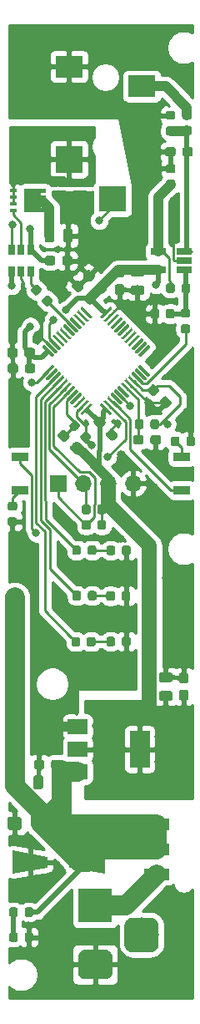
<source format=gbr>
G04 #@! TF.GenerationSoftware,KiCad,Pcbnew,(5.1.0)-1*
G04 #@! TF.CreationDate,2019-05-27T22:44:18+02:00*
G04 #@! TF.ProjectId,WELLER,57454c4c-4552-42e6-9b69-6361645f7063,rev?*
G04 #@! TF.SameCoordinates,Original*
G04 #@! TF.FileFunction,Copper,L1,Top*
G04 #@! TF.FilePolarity,Positive*
%FSLAX46Y46*%
G04 Gerber Fmt 4.6, Leading zero omitted, Abs format (unit mm)*
G04 Created by KiCad (PCBNEW (5.1.0)-1) date 2019-05-27 22:44:18*
%MOMM*%
%LPD*%
G04 APERTURE LIST*
%ADD10C,0.100000*%
%ADD11C,0.875000*%
%ADD12C,0.950000*%
%ADD13C,0.300000*%
%ADD14O,1.700000X1.700000*%
%ADD15R,1.700000X1.700000*%
%ADD16C,0.975000*%
%ADD17R,1.700000X0.900000*%
%ADD18R,2.500000X1.250000*%
%ADD19R,2.800000X2.800000*%
%ADD20R,2.800000X2.600000*%
%ADD21R,2.800000X2.200000*%
%ADD22C,3.500000*%
%ADD23C,3.000000*%
%ADD24R,3.500000X3.500000*%
%ADD25C,1.676868*%
%ADD26C,1.350000*%
%ADD27R,1.560000X0.650000*%
%ADD28R,0.650000X1.060000*%
%ADD29R,2.000000X1.500000*%
%ADD30R,2.000000X3.800000*%
%ADD31C,1.710000*%
%ADD32R,0.700000X0.420000*%
%ADD33C,0.800000*%
%ADD34C,0.250000*%
%ADD35C,1.000000*%
%ADD36C,0.500000*%
%ADD37C,2.000000*%
%ADD38C,1.500000*%
%ADD39C,0.254000*%
G04 APERTURE END LIST*
D10*
G36*
X128764091Y-75853053D02*
G01*
X128785326Y-75856203D01*
X128806150Y-75861419D01*
X128826362Y-75868651D01*
X128845768Y-75877830D01*
X128864181Y-75888866D01*
X128881424Y-75901654D01*
X128897330Y-75916070D01*
X128911746Y-75931976D01*
X128924534Y-75949219D01*
X128935570Y-75967632D01*
X128944749Y-75987038D01*
X128951981Y-76007250D01*
X128957197Y-76028074D01*
X128960347Y-76049309D01*
X128961400Y-76070750D01*
X128961400Y-76583250D01*
X128960347Y-76604691D01*
X128957197Y-76625926D01*
X128951981Y-76646750D01*
X128944749Y-76666962D01*
X128935570Y-76686368D01*
X128924534Y-76704781D01*
X128911746Y-76722024D01*
X128897330Y-76737930D01*
X128881424Y-76752346D01*
X128864181Y-76765134D01*
X128845768Y-76776170D01*
X128826362Y-76785349D01*
X128806150Y-76792581D01*
X128785326Y-76797797D01*
X128764091Y-76800947D01*
X128742650Y-76802000D01*
X128305150Y-76802000D01*
X128283709Y-76800947D01*
X128262474Y-76797797D01*
X128241650Y-76792581D01*
X128221438Y-76785349D01*
X128202032Y-76776170D01*
X128183619Y-76765134D01*
X128166376Y-76752346D01*
X128150470Y-76737930D01*
X128136054Y-76722024D01*
X128123266Y-76704781D01*
X128112230Y-76686368D01*
X128103051Y-76666962D01*
X128095819Y-76646750D01*
X128090603Y-76625926D01*
X128087453Y-76604691D01*
X128086400Y-76583250D01*
X128086400Y-76070750D01*
X128087453Y-76049309D01*
X128090603Y-76028074D01*
X128095819Y-76007250D01*
X128103051Y-75987038D01*
X128112230Y-75967632D01*
X128123266Y-75949219D01*
X128136054Y-75931976D01*
X128150470Y-75916070D01*
X128166376Y-75901654D01*
X128183619Y-75888866D01*
X128202032Y-75877830D01*
X128221438Y-75868651D01*
X128241650Y-75861419D01*
X128262474Y-75856203D01*
X128283709Y-75853053D01*
X128305150Y-75852000D01*
X128742650Y-75852000D01*
X128764091Y-75853053D01*
X128764091Y-75853053D01*
G37*
D11*
X128523900Y-76327000D03*
D10*
G36*
X130339091Y-75853053D02*
G01*
X130360326Y-75856203D01*
X130381150Y-75861419D01*
X130401362Y-75868651D01*
X130420768Y-75877830D01*
X130439181Y-75888866D01*
X130456424Y-75901654D01*
X130472330Y-75916070D01*
X130486746Y-75931976D01*
X130499534Y-75949219D01*
X130510570Y-75967632D01*
X130519749Y-75987038D01*
X130526981Y-76007250D01*
X130532197Y-76028074D01*
X130535347Y-76049309D01*
X130536400Y-76070750D01*
X130536400Y-76583250D01*
X130535347Y-76604691D01*
X130532197Y-76625926D01*
X130526981Y-76646750D01*
X130519749Y-76666962D01*
X130510570Y-76686368D01*
X130499534Y-76704781D01*
X130486746Y-76722024D01*
X130472330Y-76737930D01*
X130456424Y-76752346D01*
X130439181Y-76765134D01*
X130420768Y-76776170D01*
X130401362Y-76785349D01*
X130381150Y-76792581D01*
X130360326Y-76797797D01*
X130339091Y-76800947D01*
X130317650Y-76802000D01*
X129880150Y-76802000D01*
X129858709Y-76800947D01*
X129837474Y-76797797D01*
X129816650Y-76792581D01*
X129796438Y-76785349D01*
X129777032Y-76776170D01*
X129758619Y-76765134D01*
X129741376Y-76752346D01*
X129725470Y-76737930D01*
X129711054Y-76722024D01*
X129698266Y-76704781D01*
X129687230Y-76686368D01*
X129678051Y-76666962D01*
X129670819Y-76646750D01*
X129665603Y-76625926D01*
X129662453Y-76604691D01*
X129661400Y-76583250D01*
X129661400Y-76070750D01*
X129662453Y-76049309D01*
X129665603Y-76028074D01*
X129670819Y-76007250D01*
X129678051Y-75987038D01*
X129687230Y-75967632D01*
X129698266Y-75949219D01*
X129711054Y-75931976D01*
X129725470Y-75916070D01*
X129741376Y-75901654D01*
X129758619Y-75888866D01*
X129777032Y-75877830D01*
X129796438Y-75868651D01*
X129816650Y-75861419D01*
X129837474Y-75856203D01*
X129858709Y-75853053D01*
X129880150Y-75852000D01*
X130317650Y-75852000D01*
X130339091Y-75853053D01*
X130339091Y-75853053D01*
G37*
D11*
X130098900Y-76327000D03*
D10*
G36*
X128764091Y-74278253D02*
G01*
X128785326Y-74281403D01*
X128806150Y-74286619D01*
X128826362Y-74293851D01*
X128845768Y-74303030D01*
X128864181Y-74314066D01*
X128881424Y-74326854D01*
X128897330Y-74341270D01*
X128911746Y-74357176D01*
X128924534Y-74374419D01*
X128935570Y-74392832D01*
X128944749Y-74412238D01*
X128951981Y-74432450D01*
X128957197Y-74453274D01*
X128960347Y-74474509D01*
X128961400Y-74495950D01*
X128961400Y-75008450D01*
X128960347Y-75029891D01*
X128957197Y-75051126D01*
X128951981Y-75071950D01*
X128944749Y-75092162D01*
X128935570Y-75111568D01*
X128924534Y-75129981D01*
X128911746Y-75147224D01*
X128897330Y-75163130D01*
X128881424Y-75177546D01*
X128864181Y-75190334D01*
X128845768Y-75201370D01*
X128826362Y-75210549D01*
X128806150Y-75217781D01*
X128785326Y-75222997D01*
X128764091Y-75226147D01*
X128742650Y-75227200D01*
X128305150Y-75227200D01*
X128283709Y-75226147D01*
X128262474Y-75222997D01*
X128241650Y-75217781D01*
X128221438Y-75210549D01*
X128202032Y-75201370D01*
X128183619Y-75190334D01*
X128166376Y-75177546D01*
X128150470Y-75163130D01*
X128136054Y-75147224D01*
X128123266Y-75129981D01*
X128112230Y-75111568D01*
X128103051Y-75092162D01*
X128095819Y-75071950D01*
X128090603Y-75051126D01*
X128087453Y-75029891D01*
X128086400Y-75008450D01*
X128086400Y-74495950D01*
X128087453Y-74474509D01*
X128090603Y-74453274D01*
X128095819Y-74432450D01*
X128103051Y-74412238D01*
X128112230Y-74392832D01*
X128123266Y-74374419D01*
X128136054Y-74357176D01*
X128150470Y-74341270D01*
X128166376Y-74326854D01*
X128183619Y-74314066D01*
X128202032Y-74303030D01*
X128221438Y-74293851D01*
X128241650Y-74286619D01*
X128262474Y-74281403D01*
X128283709Y-74278253D01*
X128305150Y-74277200D01*
X128742650Y-74277200D01*
X128764091Y-74278253D01*
X128764091Y-74278253D01*
G37*
D11*
X128523900Y-74752200D03*
D10*
G36*
X130339091Y-74278253D02*
G01*
X130360326Y-74281403D01*
X130381150Y-74286619D01*
X130401362Y-74293851D01*
X130420768Y-74303030D01*
X130439181Y-74314066D01*
X130456424Y-74326854D01*
X130472330Y-74341270D01*
X130486746Y-74357176D01*
X130499534Y-74374419D01*
X130510570Y-74392832D01*
X130519749Y-74412238D01*
X130526981Y-74432450D01*
X130532197Y-74453274D01*
X130535347Y-74474509D01*
X130536400Y-74495950D01*
X130536400Y-75008450D01*
X130535347Y-75029891D01*
X130532197Y-75051126D01*
X130526981Y-75071950D01*
X130519749Y-75092162D01*
X130510570Y-75111568D01*
X130499534Y-75129981D01*
X130486746Y-75147224D01*
X130472330Y-75163130D01*
X130456424Y-75177546D01*
X130439181Y-75190334D01*
X130420768Y-75201370D01*
X130401362Y-75210549D01*
X130381150Y-75217781D01*
X130360326Y-75222997D01*
X130339091Y-75226147D01*
X130317650Y-75227200D01*
X129880150Y-75227200D01*
X129858709Y-75226147D01*
X129837474Y-75222997D01*
X129816650Y-75217781D01*
X129796438Y-75210549D01*
X129777032Y-75201370D01*
X129758619Y-75190334D01*
X129741376Y-75177546D01*
X129725470Y-75163130D01*
X129711054Y-75147224D01*
X129698266Y-75129981D01*
X129687230Y-75111568D01*
X129678051Y-75092162D01*
X129670819Y-75071950D01*
X129665603Y-75051126D01*
X129662453Y-75029891D01*
X129661400Y-75008450D01*
X129661400Y-74495950D01*
X129662453Y-74474509D01*
X129665603Y-74453274D01*
X129670819Y-74432450D01*
X129678051Y-74412238D01*
X129687230Y-74392832D01*
X129698266Y-74374419D01*
X129711054Y-74357176D01*
X129725470Y-74341270D01*
X129741376Y-74326854D01*
X129758619Y-74314066D01*
X129777032Y-74303030D01*
X129796438Y-74293851D01*
X129816650Y-74286619D01*
X129837474Y-74281403D01*
X129858709Y-74278253D01*
X129880150Y-74277200D01*
X130317650Y-74277200D01*
X130339091Y-74278253D01*
X130339091Y-74278253D01*
G37*
D11*
X130098900Y-74752200D03*
D10*
G36*
X124607605Y-53063874D02*
G01*
X124628840Y-53067024D01*
X124649664Y-53072240D01*
X124669876Y-53079472D01*
X124689282Y-53088651D01*
X124707695Y-53099687D01*
X124724938Y-53112475D01*
X124740844Y-53126891D01*
X125050203Y-53436250D01*
X125064619Y-53452156D01*
X125077407Y-53469399D01*
X125088443Y-53487812D01*
X125097622Y-53507218D01*
X125104854Y-53527430D01*
X125110070Y-53548254D01*
X125113220Y-53569489D01*
X125114273Y-53590930D01*
X125113220Y-53612371D01*
X125110070Y-53633606D01*
X125104854Y-53654430D01*
X125097622Y-53674642D01*
X125088443Y-53694048D01*
X125077407Y-53712461D01*
X125064619Y-53729704D01*
X125050203Y-53745610D01*
X124687810Y-54108003D01*
X124671904Y-54122419D01*
X124654661Y-54135207D01*
X124636248Y-54146243D01*
X124616842Y-54155422D01*
X124596630Y-54162654D01*
X124575806Y-54167870D01*
X124554571Y-54171020D01*
X124533130Y-54172073D01*
X124511689Y-54171020D01*
X124490454Y-54167870D01*
X124469630Y-54162654D01*
X124449418Y-54155422D01*
X124430012Y-54146243D01*
X124411599Y-54135207D01*
X124394356Y-54122419D01*
X124378450Y-54108003D01*
X124069091Y-53798644D01*
X124054675Y-53782738D01*
X124041887Y-53765495D01*
X124030851Y-53747082D01*
X124021672Y-53727676D01*
X124014440Y-53707464D01*
X124009224Y-53686640D01*
X124006074Y-53665405D01*
X124005021Y-53643964D01*
X124006074Y-53622523D01*
X124009224Y-53601288D01*
X124014440Y-53580464D01*
X124021672Y-53560252D01*
X124030851Y-53540846D01*
X124041887Y-53522433D01*
X124054675Y-53505190D01*
X124069091Y-53489284D01*
X124431484Y-53126891D01*
X124447390Y-53112475D01*
X124464633Y-53099687D01*
X124483046Y-53088651D01*
X124502452Y-53079472D01*
X124522664Y-53072240D01*
X124543488Y-53067024D01*
X124564723Y-53063874D01*
X124586164Y-53062821D01*
X124607605Y-53063874D01*
X124607605Y-53063874D01*
G37*
D11*
X124559647Y-53617447D03*
D10*
G36*
X123493911Y-51950180D02*
G01*
X123515146Y-51953330D01*
X123535970Y-51958546D01*
X123556182Y-51965778D01*
X123575588Y-51974957D01*
X123594001Y-51985993D01*
X123611244Y-51998781D01*
X123627150Y-52013197D01*
X123936509Y-52322556D01*
X123950925Y-52338462D01*
X123963713Y-52355705D01*
X123974749Y-52374118D01*
X123983928Y-52393524D01*
X123991160Y-52413736D01*
X123996376Y-52434560D01*
X123999526Y-52455795D01*
X124000579Y-52477236D01*
X123999526Y-52498677D01*
X123996376Y-52519912D01*
X123991160Y-52540736D01*
X123983928Y-52560948D01*
X123974749Y-52580354D01*
X123963713Y-52598767D01*
X123950925Y-52616010D01*
X123936509Y-52631916D01*
X123574116Y-52994309D01*
X123558210Y-53008725D01*
X123540967Y-53021513D01*
X123522554Y-53032549D01*
X123503148Y-53041728D01*
X123482936Y-53048960D01*
X123462112Y-53054176D01*
X123440877Y-53057326D01*
X123419436Y-53058379D01*
X123397995Y-53057326D01*
X123376760Y-53054176D01*
X123355936Y-53048960D01*
X123335724Y-53041728D01*
X123316318Y-53032549D01*
X123297905Y-53021513D01*
X123280662Y-53008725D01*
X123264756Y-52994309D01*
X122955397Y-52684950D01*
X122940981Y-52669044D01*
X122928193Y-52651801D01*
X122917157Y-52633388D01*
X122907978Y-52613982D01*
X122900746Y-52593770D01*
X122895530Y-52572946D01*
X122892380Y-52551711D01*
X122891327Y-52530270D01*
X122892380Y-52508829D01*
X122895530Y-52487594D01*
X122900746Y-52466770D01*
X122907978Y-52446558D01*
X122917157Y-52427152D01*
X122928193Y-52408739D01*
X122940981Y-52391496D01*
X122955397Y-52375590D01*
X123317790Y-52013197D01*
X123333696Y-51998781D01*
X123350939Y-51985993D01*
X123369352Y-51974957D01*
X123388758Y-51965778D01*
X123408970Y-51958546D01*
X123429794Y-51953330D01*
X123451029Y-51950180D01*
X123472470Y-51949127D01*
X123493911Y-51950180D01*
X123493911Y-51950180D01*
G37*
D11*
X123445953Y-52503753D03*
D10*
G36*
X138690779Y-91311144D02*
G01*
X138713834Y-91314563D01*
X138736443Y-91320227D01*
X138758387Y-91328079D01*
X138779457Y-91338044D01*
X138799448Y-91350026D01*
X138818168Y-91363910D01*
X138835438Y-91379562D01*
X138851090Y-91396832D01*
X138864974Y-91415552D01*
X138876956Y-91435543D01*
X138886921Y-91456613D01*
X138894773Y-91478557D01*
X138900437Y-91501166D01*
X138903856Y-91524221D01*
X138905000Y-91547500D01*
X138905000Y-92122500D01*
X138903856Y-92145779D01*
X138900437Y-92168834D01*
X138894773Y-92191443D01*
X138886921Y-92213387D01*
X138876956Y-92234457D01*
X138864974Y-92254448D01*
X138851090Y-92273168D01*
X138835438Y-92290438D01*
X138818168Y-92306090D01*
X138799448Y-92319974D01*
X138779457Y-92331956D01*
X138758387Y-92341921D01*
X138736443Y-92349773D01*
X138713834Y-92355437D01*
X138690779Y-92358856D01*
X138667500Y-92360000D01*
X138192500Y-92360000D01*
X138169221Y-92358856D01*
X138146166Y-92355437D01*
X138123557Y-92349773D01*
X138101613Y-92341921D01*
X138080543Y-92331956D01*
X138060552Y-92319974D01*
X138041832Y-92306090D01*
X138024562Y-92290438D01*
X138008910Y-92273168D01*
X137995026Y-92254448D01*
X137983044Y-92234457D01*
X137973079Y-92213387D01*
X137965227Y-92191443D01*
X137959563Y-92168834D01*
X137956144Y-92145779D01*
X137955000Y-92122500D01*
X137955000Y-91547500D01*
X137956144Y-91524221D01*
X137959563Y-91501166D01*
X137965227Y-91478557D01*
X137973079Y-91456613D01*
X137983044Y-91435543D01*
X137995026Y-91415552D01*
X138008910Y-91396832D01*
X138024562Y-91379562D01*
X138041832Y-91363910D01*
X138060552Y-91350026D01*
X138080543Y-91338044D01*
X138101613Y-91328079D01*
X138123557Y-91320227D01*
X138146166Y-91314563D01*
X138169221Y-91311144D01*
X138192500Y-91310000D01*
X138667500Y-91310000D01*
X138690779Y-91311144D01*
X138690779Y-91311144D01*
G37*
D12*
X138430000Y-91835000D03*
D10*
G36*
X138690779Y-93061144D02*
G01*
X138713834Y-93064563D01*
X138736443Y-93070227D01*
X138758387Y-93078079D01*
X138779457Y-93088044D01*
X138799448Y-93100026D01*
X138818168Y-93113910D01*
X138835438Y-93129562D01*
X138851090Y-93146832D01*
X138864974Y-93165552D01*
X138876956Y-93185543D01*
X138886921Y-93206613D01*
X138894773Y-93228557D01*
X138900437Y-93251166D01*
X138903856Y-93274221D01*
X138905000Y-93297500D01*
X138905000Y-93872500D01*
X138903856Y-93895779D01*
X138900437Y-93918834D01*
X138894773Y-93941443D01*
X138886921Y-93963387D01*
X138876956Y-93984457D01*
X138864974Y-94004448D01*
X138851090Y-94023168D01*
X138835438Y-94040438D01*
X138818168Y-94056090D01*
X138799448Y-94069974D01*
X138779457Y-94081956D01*
X138758387Y-94091921D01*
X138736443Y-94099773D01*
X138713834Y-94105437D01*
X138690779Y-94108856D01*
X138667500Y-94110000D01*
X138192500Y-94110000D01*
X138169221Y-94108856D01*
X138146166Y-94105437D01*
X138123557Y-94099773D01*
X138101613Y-94091921D01*
X138080543Y-94081956D01*
X138060552Y-94069974D01*
X138041832Y-94056090D01*
X138024562Y-94040438D01*
X138008910Y-94023168D01*
X137995026Y-94004448D01*
X137983044Y-93984457D01*
X137973079Y-93963387D01*
X137965227Y-93941443D01*
X137959563Y-93918834D01*
X137956144Y-93895779D01*
X137955000Y-93872500D01*
X137955000Y-93297500D01*
X137956144Y-93274221D01*
X137959563Y-93251166D01*
X137965227Y-93228557D01*
X137973079Y-93206613D01*
X137983044Y-93185543D01*
X137995026Y-93165552D01*
X138008910Y-93146832D01*
X138024562Y-93129562D01*
X138041832Y-93113910D01*
X138060552Y-93100026D01*
X138080543Y-93088044D01*
X138101613Y-93078079D01*
X138123557Y-93070227D01*
X138146166Y-93064563D01*
X138169221Y-93061144D01*
X138192500Y-93060000D01*
X138667500Y-93060000D01*
X138690779Y-93061144D01*
X138690779Y-93061144D01*
G37*
D12*
X138430000Y-93585000D03*
D10*
G36*
X135723691Y-54440853D02*
G01*
X135744926Y-54444003D01*
X135765750Y-54449219D01*
X135785962Y-54456451D01*
X135805368Y-54465630D01*
X135823781Y-54476666D01*
X135841024Y-54489454D01*
X135856930Y-54503870D01*
X135871346Y-54519776D01*
X135884134Y-54537019D01*
X135895170Y-54555432D01*
X135904349Y-54574838D01*
X135911581Y-54595050D01*
X135916797Y-54615874D01*
X135919947Y-54637109D01*
X135921000Y-54658550D01*
X135921000Y-55171050D01*
X135919947Y-55192491D01*
X135916797Y-55213726D01*
X135911581Y-55234550D01*
X135904349Y-55254762D01*
X135895170Y-55274168D01*
X135884134Y-55292581D01*
X135871346Y-55309824D01*
X135856930Y-55325730D01*
X135841024Y-55340146D01*
X135823781Y-55352934D01*
X135805368Y-55363970D01*
X135785962Y-55373149D01*
X135765750Y-55380381D01*
X135744926Y-55385597D01*
X135723691Y-55388747D01*
X135702250Y-55389800D01*
X135264750Y-55389800D01*
X135243309Y-55388747D01*
X135222074Y-55385597D01*
X135201250Y-55380381D01*
X135181038Y-55373149D01*
X135161632Y-55363970D01*
X135143219Y-55352934D01*
X135125976Y-55340146D01*
X135110070Y-55325730D01*
X135095654Y-55309824D01*
X135082866Y-55292581D01*
X135071830Y-55274168D01*
X135062651Y-55254762D01*
X135055419Y-55234550D01*
X135050203Y-55213726D01*
X135047053Y-55192491D01*
X135046000Y-55171050D01*
X135046000Y-54658550D01*
X135047053Y-54637109D01*
X135050203Y-54615874D01*
X135055419Y-54595050D01*
X135062651Y-54574838D01*
X135071830Y-54555432D01*
X135082866Y-54537019D01*
X135095654Y-54519776D01*
X135110070Y-54503870D01*
X135125976Y-54489454D01*
X135143219Y-54476666D01*
X135161632Y-54465630D01*
X135181038Y-54456451D01*
X135201250Y-54449219D01*
X135222074Y-54444003D01*
X135243309Y-54440853D01*
X135264750Y-54439800D01*
X135702250Y-54439800D01*
X135723691Y-54440853D01*
X135723691Y-54440853D01*
G37*
D11*
X135483500Y-54914800D03*
D10*
G36*
X137298691Y-54440853D02*
G01*
X137319926Y-54444003D01*
X137340750Y-54449219D01*
X137360962Y-54456451D01*
X137380368Y-54465630D01*
X137398781Y-54476666D01*
X137416024Y-54489454D01*
X137431930Y-54503870D01*
X137446346Y-54519776D01*
X137459134Y-54537019D01*
X137470170Y-54555432D01*
X137479349Y-54574838D01*
X137486581Y-54595050D01*
X137491797Y-54615874D01*
X137494947Y-54637109D01*
X137496000Y-54658550D01*
X137496000Y-55171050D01*
X137494947Y-55192491D01*
X137491797Y-55213726D01*
X137486581Y-55234550D01*
X137479349Y-55254762D01*
X137470170Y-55274168D01*
X137459134Y-55292581D01*
X137446346Y-55309824D01*
X137431930Y-55325730D01*
X137416024Y-55340146D01*
X137398781Y-55352934D01*
X137380368Y-55363970D01*
X137360962Y-55373149D01*
X137340750Y-55380381D01*
X137319926Y-55385597D01*
X137298691Y-55388747D01*
X137277250Y-55389800D01*
X136839750Y-55389800D01*
X136818309Y-55388747D01*
X136797074Y-55385597D01*
X136776250Y-55380381D01*
X136756038Y-55373149D01*
X136736632Y-55363970D01*
X136718219Y-55352934D01*
X136700976Y-55340146D01*
X136685070Y-55325730D01*
X136670654Y-55309824D01*
X136657866Y-55292581D01*
X136646830Y-55274168D01*
X136637651Y-55254762D01*
X136630419Y-55234550D01*
X136625203Y-55213726D01*
X136622053Y-55192491D01*
X136621000Y-55171050D01*
X136621000Y-54658550D01*
X136622053Y-54637109D01*
X136625203Y-54615874D01*
X136630419Y-54595050D01*
X136637651Y-54574838D01*
X136646830Y-54555432D01*
X136657866Y-54537019D01*
X136670654Y-54519776D01*
X136685070Y-54503870D01*
X136700976Y-54489454D01*
X136718219Y-54476666D01*
X136736632Y-54465630D01*
X136756038Y-54456451D01*
X136776250Y-54449219D01*
X136797074Y-54444003D01*
X136818309Y-54440853D01*
X136839750Y-54439800D01*
X137277250Y-54439800D01*
X137298691Y-54440853D01*
X137298691Y-54440853D01*
G37*
D11*
X137058500Y-54914800D03*
D10*
G36*
X131111842Y-66559131D02*
G01*
X131134897Y-66562550D01*
X131157506Y-66568214D01*
X131179450Y-66576066D01*
X131200520Y-66586031D01*
X131220511Y-66598013D01*
X131239231Y-66611897D01*
X131256501Y-66627549D01*
X131663087Y-67034135D01*
X131678739Y-67051405D01*
X131692623Y-67070125D01*
X131704605Y-67090116D01*
X131714570Y-67111186D01*
X131722422Y-67133130D01*
X131728086Y-67155739D01*
X131731505Y-67178794D01*
X131732649Y-67202073D01*
X131731505Y-67225352D01*
X131728086Y-67248407D01*
X131722422Y-67271016D01*
X131714570Y-67292960D01*
X131704605Y-67314030D01*
X131692623Y-67334021D01*
X131678739Y-67352741D01*
X131663087Y-67370011D01*
X131327211Y-67705887D01*
X131309941Y-67721539D01*
X131291221Y-67735423D01*
X131271230Y-67747405D01*
X131250160Y-67757370D01*
X131228216Y-67765222D01*
X131205607Y-67770886D01*
X131182552Y-67774305D01*
X131159273Y-67775449D01*
X131135994Y-67774305D01*
X131112939Y-67770886D01*
X131090330Y-67765222D01*
X131068386Y-67757370D01*
X131047316Y-67747405D01*
X131027325Y-67735423D01*
X131008605Y-67721539D01*
X130991335Y-67705887D01*
X130584749Y-67299301D01*
X130569097Y-67282031D01*
X130555213Y-67263311D01*
X130543231Y-67243320D01*
X130533266Y-67222250D01*
X130525414Y-67200306D01*
X130519750Y-67177697D01*
X130516331Y-67154642D01*
X130515187Y-67131363D01*
X130516331Y-67108084D01*
X130519750Y-67085029D01*
X130525414Y-67062420D01*
X130533266Y-67040476D01*
X130543231Y-67019406D01*
X130555213Y-66999415D01*
X130569097Y-66980695D01*
X130584749Y-66963425D01*
X130920625Y-66627549D01*
X130937895Y-66611897D01*
X130956615Y-66598013D01*
X130976606Y-66586031D01*
X130997676Y-66576066D01*
X131019620Y-66568214D01*
X131042229Y-66562550D01*
X131065284Y-66559131D01*
X131088563Y-66557987D01*
X131111842Y-66559131D01*
X131111842Y-66559131D01*
G37*
D12*
X131123918Y-67166718D03*
D10*
G36*
X129874406Y-65321695D02*
G01*
X129897461Y-65325114D01*
X129920070Y-65330778D01*
X129942014Y-65338630D01*
X129963084Y-65348595D01*
X129983075Y-65360577D01*
X130001795Y-65374461D01*
X130019065Y-65390113D01*
X130425651Y-65796699D01*
X130441303Y-65813969D01*
X130455187Y-65832689D01*
X130467169Y-65852680D01*
X130477134Y-65873750D01*
X130484986Y-65895694D01*
X130490650Y-65918303D01*
X130494069Y-65941358D01*
X130495213Y-65964637D01*
X130494069Y-65987916D01*
X130490650Y-66010971D01*
X130484986Y-66033580D01*
X130477134Y-66055524D01*
X130467169Y-66076594D01*
X130455187Y-66096585D01*
X130441303Y-66115305D01*
X130425651Y-66132575D01*
X130089775Y-66468451D01*
X130072505Y-66484103D01*
X130053785Y-66497987D01*
X130033794Y-66509969D01*
X130012724Y-66519934D01*
X129990780Y-66527786D01*
X129968171Y-66533450D01*
X129945116Y-66536869D01*
X129921837Y-66538013D01*
X129898558Y-66536869D01*
X129875503Y-66533450D01*
X129852894Y-66527786D01*
X129830950Y-66519934D01*
X129809880Y-66509969D01*
X129789889Y-66497987D01*
X129771169Y-66484103D01*
X129753899Y-66468451D01*
X129347313Y-66061865D01*
X129331661Y-66044595D01*
X129317777Y-66025875D01*
X129305795Y-66005884D01*
X129295830Y-65984814D01*
X129287978Y-65962870D01*
X129282314Y-65940261D01*
X129278895Y-65917206D01*
X129277751Y-65893927D01*
X129278895Y-65870648D01*
X129282314Y-65847593D01*
X129287978Y-65824984D01*
X129295830Y-65803040D01*
X129305795Y-65781970D01*
X129317777Y-65761979D01*
X129331661Y-65743259D01*
X129347313Y-65725989D01*
X129683189Y-65390113D01*
X129700459Y-65374461D01*
X129719179Y-65360577D01*
X129739170Y-65348595D01*
X129760240Y-65338630D01*
X129782184Y-65330778D01*
X129804793Y-65325114D01*
X129827848Y-65321695D01*
X129851127Y-65320551D01*
X129874406Y-65321695D01*
X129874406Y-65321695D01*
G37*
D12*
X129886482Y-65929282D03*
D10*
G36*
X128963988Y-63981746D02*
G01*
X128971269Y-63982826D01*
X128978408Y-63984614D01*
X128985338Y-63987094D01*
X128991992Y-63990241D01*
X128998305Y-63994025D01*
X129004216Y-63998409D01*
X129009670Y-64003352D01*
X129115736Y-64109418D01*
X129120679Y-64114872D01*
X129125063Y-64120783D01*
X129128847Y-64127096D01*
X129131994Y-64133750D01*
X129134474Y-64140680D01*
X129136262Y-64147819D01*
X129137342Y-64155100D01*
X129137703Y-64162451D01*
X129137342Y-64169802D01*
X129136262Y-64177083D01*
X129134474Y-64184222D01*
X129131994Y-64191152D01*
X129128847Y-64197806D01*
X129125063Y-64204119D01*
X129120679Y-64210030D01*
X129115736Y-64215484D01*
X128178820Y-65152400D01*
X128173366Y-65157343D01*
X128167455Y-65161727D01*
X128161142Y-65165511D01*
X128154488Y-65168658D01*
X128147558Y-65171138D01*
X128140419Y-65172926D01*
X128133138Y-65174006D01*
X128125787Y-65174367D01*
X128118436Y-65174006D01*
X128111155Y-65172926D01*
X128104016Y-65171138D01*
X128097086Y-65168658D01*
X128090432Y-65165511D01*
X128084119Y-65161727D01*
X128078208Y-65157343D01*
X128072754Y-65152400D01*
X127966688Y-65046334D01*
X127961745Y-65040880D01*
X127957361Y-65034969D01*
X127953577Y-65028656D01*
X127950430Y-65022002D01*
X127947950Y-65015072D01*
X127946162Y-65007933D01*
X127945082Y-65000652D01*
X127944721Y-64993301D01*
X127945082Y-64985950D01*
X127946162Y-64978669D01*
X127947950Y-64971530D01*
X127950430Y-64964600D01*
X127953577Y-64957946D01*
X127957361Y-64951633D01*
X127961745Y-64945722D01*
X127966688Y-64940268D01*
X128903604Y-64003352D01*
X128909058Y-63998409D01*
X128914969Y-63994025D01*
X128921282Y-63990241D01*
X128927936Y-63987094D01*
X128934866Y-63984614D01*
X128942005Y-63982826D01*
X128949286Y-63981746D01*
X128956637Y-63981385D01*
X128963988Y-63981746D01*
X128963988Y-63981746D01*
G37*
D13*
X128541212Y-64577876D03*
D10*
G36*
X128610434Y-63628192D02*
G01*
X128617715Y-63629272D01*
X128624854Y-63631060D01*
X128631784Y-63633540D01*
X128638438Y-63636687D01*
X128644751Y-63640471D01*
X128650662Y-63644855D01*
X128656116Y-63649798D01*
X128762182Y-63755864D01*
X128767125Y-63761318D01*
X128771509Y-63767229D01*
X128775293Y-63773542D01*
X128778440Y-63780196D01*
X128780920Y-63787126D01*
X128782708Y-63794265D01*
X128783788Y-63801546D01*
X128784149Y-63808897D01*
X128783788Y-63816248D01*
X128782708Y-63823529D01*
X128780920Y-63830668D01*
X128778440Y-63837598D01*
X128775293Y-63844252D01*
X128771509Y-63850565D01*
X128767125Y-63856476D01*
X128762182Y-63861930D01*
X127825266Y-64798846D01*
X127819812Y-64803789D01*
X127813901Y-64808173D01*
X127807588Y-64811957D01*
X127800934Y-64815104D01*
X127794004Y-64817584D01*
X127786865Y-64819372D01*
X127779584Y-64820452D01*
X127772233Y-64820813D01*
X127764882Y-64820452D01*
X127757601Y-64819372D01*
X127750462Y-64817584D01*
X127743532Y-64815104D01*
X127736878Y-64811957D01*
X127730565Y-64808173D01*
X127724654Y-64803789D01*
X127719200Y-64798846D01*
X127613134Y-64692780D01*
X127608191Y-64687326D01*
X127603807Y-64681415D01*
X127600023Y-64675102D01*
X127596876Y-64668448D01*
X127594396Y-64661518D01*
X127592608Y-64654379D01*
X127591528Y-64647098D01*
X127591167Y-64639747D01*
X127591528Y-64632396D01*
X127592608Y-64625115D01*
X127594396Y-64617976D01*
X127596876Y-64611046D01*
X127600023Y-64604392D01*
X127603807Y-64598079D01*
X127608191Y-64592168D01*
X127613134Y-64586714D01*
X128550050Y-63649798D01*
X128555504Y-63644855D01*
X128561415Y-63640471D01*
X128567728Y-63636687D01*
X128574382Y-63633540D01*
X128581312Y-63631060D01*
X128588451Y-63629272D01*
X128595732Y-63628192D01*
X128603083Y-63627831D01*
X128610434Y-63628192D01*
X128610434Y-63628192D01*
G37*
D13*
X128187658Y-64224322D03*
D10*
G36*
X128256881Y-63274639D02*
G01*
X128264162Y-63275719D01*
X128271301Y-63277507D01*
X128278231Y-63279987D01*
X128284885Y-63283134D01*
X128291198Y-63286918D01*
X128297109Y-63291302D01*
X128302563Y-63296245D01*
X128408629Y-63402311D01*
X128413572Y-63407765D01*
X128417956Y-63413676D01*
X128421740Y-63419989D01*
X128424887Y-63426643D01*
X128427367Y-63433573D01*
X128429155Y-63440712D01*
X128430235Y-63447993D01*
X128430596Y-63455344D01*
X128430235Y-63462695D01*
X128429155Y-63469976D01*
X128427367Y-63477115D01*
X128424887Y-63484045D01*
X128421740Y-63490699D01*
X128417956Y-63497012D01*
X128413572Y-63502923D01*
X128408629Y-63508377D01*
X127471713Y-64445293D01*
X127466259Y-64450236D01*
X127460348Y-64454620D01*
X127454035Y-64458404D01*
X127447381Y-64461551D01*
X127440451Y-64464031D01*
X127433312Y-64465819D01*
X127426031Y-64466899D01*
X127418680Y-64467260D01*
X127411329Y-64466899D01*
X127404048Y-64465819D01*
X127396909Y-64464031D01*
X127389979Y-64461551D01*
X127383325Y-64458404D01*
X127377012Y-64454620D01*
X127371101Y-64450236D01*
X127365647Y-64445293D01*
X127259581Y-64339227D01*
X127254638Y-64333773D01*
X127250254Y-64327862D01*
X127246470Y-64321549D01*
X127243323Y-64314895D01*
X127240843Y-64307965D01*
X127239055Y-64300826D01*
X127237975Y-64293545D01*
X127237614Y-64286194D01*
X127237975Y-64278843D01*
X127239055Y-64271562D01*
X127240843Y-64264423D01*
X127243323Y-64257493D01*
X127246470Y-64250839D01*
X127250254Y-64244526D01*
X127254638Y-64238615D01*
X127259581Y-64233161D01*
X128196497Y-63296245D01*
X128201951Y-63291302D01*
X128207862Y-63286918D01*
X128214175Y-63283134D01*
X128220829Y-63279987D01*
X128227759Y-63277507D01*
X128234898Y-63275719D01*
X128242179Y-63274639D01*
X128249530Y-63274278D01*
X128256881Y-63274639D01*
X128256881Y-63274639D01*
G37*
D13*
X127834105Y-63870769D03*
D10*
G36*
X127903327Y-62921085D02*
G01*
X127910608Y-62922165D01*
X127917747Y-62923953D01*
X127924677Y-62926433D01*
X127931331Y-62929580D01*
X127937644Y-62933364D01*
X127943555Y-62937748D01*
X127949009Y-62942691D01*
X128055075Y-63048757D01*
X128060018Y-63054211D01*
X128064402Y-63060122D01*
X128068186Y-63066435D01*
X128071333Y-63073089D01*
X128073813Y-63080019D01*
X128075601Y-63087158D01*
X128076681Y-63094439D01*
X128077042Y-63101790D01*
X128076681Y-63109141D01*
X128075601Y-63116422D01*
X128073813Y-63123561D01*
X128071333Y-63130491D01*
X128068186Y-63137145D01*
X128064402Y-63143458D01*
X128060018Y-63149369D01*
X128055075Y-63154823D01*
X127118159Y-64091739D01*
X127112705Y-64096682D01*
X127106794Y-64101066D01*
X127100481Y-64104850D01*
X127093827Y-64107997D01*
X127086897Y-64110477D01*
X127079758Y-64112265D01*
X127072477Y-64113345D01*
X127065126Y-64113706D01*
X127057775Y-64113345D01*
X127050494Y-64112265D01*
X127043355Y-64110477D01*
X127036425Y-64107997D01*
X127029771Y-64104850D01*
X127023458Y-64101066D01*
X127017547Y-64096682D01*
X127012093Y-64091739D01*
X126906027Y-63985673D01*
X126901084Y-63980219D01*
X126896700Y-63974308D01*
X126892916Y-63967995D01*
X126889769Y-63961341D01*
X126887289Y-63954411D01*
X126885501Y-63947272D01*
X126884421Y-63939991D01*
X126884060Y-63932640D01*
X126884421Y-63925289D01*
X126885501Y-63918008D01*
X126887289Y-63910869D01*
X126889769Y-63903939D01*
X126892916Y-63897285D01*
X126896700Y-63890972D01*
X126901084Y-63885061D01*
X126906027Y-63879607D01*
X127842943Y-62942691D01*
X127848397Y-62937748D01*
X127854308Y-62933364D01*
X127860621Y-62929580D01*
X127867275Y-62926433D01*
X127874205Y-62923953D01*
X127881344Y-62922165D01*
X127888625Y-62921085D01*
X127895976Y-62920724D01*
X127903327Y-62921085D01*
X127903327Y-62921085D01*
G37*
D13*
X127480551Y-63517215D03*
D10*
G36*
X127549774Y-62567532D02*
G01*
X127557055Y-62568612D01*
X127564194Y-62570400D01*
X127571124Y-62572880D01*
X127577778Y-62576027D01*
X127584091Y-62579811D01*
X127590002Y-62584195D01*
X127595456Y-62589138D01*
X127701522Y-62695204D01*
X127706465Y-62700658D01*
X127710849Y-62706569D01*
X127714633Y-62712882D01*
X127717780Y-62719536D01*
X127720260Y-62726466D01*
X127722048Y-62733605D01*
X127723128Y-62740886D01*
X127723489Y-62748237D01*
X127723128Y-62755588D01*
X127722048Y-62762869D01*
X127720260Y-62770008D01*
X127717780Y-62776938D01*
X127714633Y-62783592D01*
X127710849Y-62789905D01*
X127706465Y-62795816D01*
X127701522Y-62801270D01*
X126764606Y-63738186D01*
X126759152Y-63743129D01*
X126753241Y-63747513D01*
X126746928Y-63751297D01*
X126740274Y-63754444D01*
X126733344Y-63756924D01*
X126726205Y-63758712D01*
X126718924Y-63759792D01*
X126711573Y-63760153D01*
X126704222Y-63759792D01*
X126696941Y-63758712D01*
X126689802Y-63756924D01*
X126682872Y-63754444D01*
X126676218Y-63751297D01*
X126669905Y-63747513D01*
X126663994Y-63743129D01*
X126658540Y-63738186D01*
X126552474Y-63632120D01*
X126547531Y-63626666D01*
X126543147Y-63620755D01*
X126539363Y-63614442D01*
X126536216Y-63607788D01*
X126533736Y-63600858D01*
X126531948Y-63593719D01*
X126530868Y-63586438D01*
X126530507Y-63579087D01*
X126530868Y-63571736D01*
X126531948Y-63564455D01*
X126533736Y-63557316D01*
X126536216Y-63550386D01*
X126539363Y-63543732D01*
X126543147Y-63537419D01*
X126547531Y-63531508D01*
X126552474Y-63526054D01*
X127489390Y-62589138D01*
X127494844Y-62584195D01*
X127500755Y-62579811D01*
X127507068Y-62576027D01*
X127513722Y-62572880D01*
X127520652Y-62570400D01*
X127527791Y-62568612D01*
X127535072Y-62567532D01*
X127542423Y-62567171D01*
X127549774Y-62567532D01*
X127549774Y-62567532D01*
G37*
D13*
X127126998Y-63163662D03*
D10*
G36*
X127196221Y-62213979D02*
G01*
X127203502Y-62215059D01*
X127210641Y-62216847D01*
X127217571Y-62219327D01*
X127224225Y-62222474D01*
X127230538Y-62226258D01*
X127236449Y-62230642D01*
X127241903Y-62235585D01*
X127347969Y-62341651D01*
X127352912Y-62347105D01*
X127357296Y-62353016D01*
X127361080Y-62359329D01*
X127364227Y-62365983D01*
X127366707Y-62372913D01*
X127368495Y-62380052D01*
X127369575Y-62387333D01*
X127369936Y-62394684D01*
X127369575Y-62402035D01*
X127368495Y-62409316D01*
X127366707Y-62416455D01*
X127364227Y-62423385D01*
X127361080Y-62430039D01*
X127357296Y-62436352D01*
X127352912Y-62442263D01*
X127347969Y-62447717D01*
X126411053Y-63384633D01*
X126405599Y-63389576D01*
X126399688Y-63393960D01*
X126393375Y-63397744D01*
X126386721Y-63400891D01*
X126379791Y-63403371D01*
X126372652Y-63405159D01*
X126365371Y-63406239D01*
X126358020Y-63406600D01*
X126350669Y-63406239D01*
X126343388Y-63405159D01*
X126336249Y-63403371D01*
X126329319Y-63400891D01*
X126322665Y-63397744D01*
X126316352Y-63393960D01*
X126310441Y-63389576D01*
X126304987Y-63384633D01*
X126198921Y-63278567D01*
X126193978Y-63273113D01*
X126189594Y-63267202D01*
X126185810Y-63260889D01*
X126182663Y-63254235D01*
X126180183Y-63247305D01*
X126178395Y-63240166D01*
X126177315Y-63232885D01*
X126176954Y-63225534D01*
X126177315Y-63218183D01*
X126178395Y-63210902D01*
X126180183Y-63203763D01*
X126182663Y-63196833D01*
X126185810Y-63190179D01*
X126189594Y-63183866D01*
X126193978Y-63177955D01*
X126198921Y-63172501D01*
X127135837Y-62235585D01*
X127141291Y-62230642D01*
X127147202Y-62226258D01*
X127153515Y-62222474D01*
X127160169Y-62219327D01*
X127167099Y-62216847D01*
X127174238Y-62215059D01*
X127181519Y-62213979D01*
X127188870Y-62213618D01*
X127196221Y-62213979D01*
X127196221Y-62213979D01*
G37*
D13*
X126773445Y-62810109D03*
D10*
G36*
X126842667Y-61860425D02*
G01*
X126849948Y-61861505D01*
X126857087Y-61863293D01*
X126864017Y-61865773D01*
X126870671Y-61868920D01*
X126876984Y-61872704D01*
X126882895Y-61877088D01*
X126888349Y-61882031D01*
X126994415Y-61988097D01*
X126999358Y-61993551D01*
X127003742Y-61999462D01*
X127007526Y-62005775D01*
X127010673Y-62012429D01*
X127013153Y-62019359D01*
X127014941Y-62026498D01*
X127016021Y-62033779D01*
X127016382Y-62041130D01*
X127016021Y-62048481D01*
X127014941Y-62055762D01*
X127013153Y-62062901D01*
X127010673Y-62069831D01*
X127007526Y-62076485D01*
X127003742Y-62082798D01*
X126999358Y-62088709D01*
X126994415Y-62094163D01*
X126057499Y-63031079D01*
X126052045Y-63036022D01*
X126046134Y-63040406D01*
X126039821Y-63044190D01*
X126033167Y-63047337D01*
X126026237Y-63049817D01*
X126019098Y-63051605D01*
X126011817Y-63052685D01*
X126004466Y-63053046D01*
X125997115Y-63052685D01*
X125989834Y-63051605D01*
X125982695Y-63049817D01*
X125975765Y-63047337D01*
X125969111Y-63044190D01*
X125962798Y-63040406D01*
X125956887Y-63036022D01*
X125951433Y-63031079D01*
X125845367Y-62925013D01*
X125840424Y-62919559D01*
X125836040Y-62913648D01*
X125832256Y-62907335D01*
X125829109Y-62900681D01*
X125826629Y-62893751D01*
X125824841Y-62886612D01*
X125823761Y-62879331D01*
X125823400Y-62871980D01*
X125823761Y-62864629D01*
X125824841Y-62857348D01*
X125826629Y-62850209D01*
X125829109Y-62843279D01*
X125832256Y-62836625D01*
X125836040Y-62830312D01*
X125840424Y-62824401D01*
X125845367Y-62818947D01*
X126782283Y-61882031D01*
X126787737Y-61877088D01*
X126793648Y-61872704D01*
X126799961Y-61868920D01*
X126806615Y-61865773D01*
X126813545Y-61863293D01*
X126820684Y-61861505D01*
X126827965Y-61860425D01*
X126835316Y-61860064D01*
X126842667Y-61860425D01*
X126842667Y-61860425D01*
G37*
D13*
X126419891Y-62456555D03*
D10*
G36*
X126489114Y-61506872D02*
G01*
X126496395Y-61507952D01*
X126503534Y-61509740D01*
X126510464Y-61512220D01*
X126517118Y-61515367D01*
X126523431Y-61519151D01*
X126529342Y-61523535D01*
X126534796Y-61528478D01*
X126640862Y-61634544D01*
X126645805Y-61639998D01*
X126650189Y-61645909D01*
X126653973Y-61652222D01*
X126657120Y-61658876D01*
X126659600Y-61665806D01*
X126661388Y-61672945D01*
X126662468Y-61680226D01*
X126662829Y-61687577D01*
X126662468Y-61694928D01*
X126661388Y-61702209D01*
X126659600Y-61709348D01*
X126657120Y-61716278D01*
X126653973Y-61722932D01*
X126650189Y-61729245D01*
X126645805Y-61735156D01*
X126640862Y-61740610D01*
X125703946Y-62677526D01*
X125698492Y-62682469D01*
X125692581Y-62686853D01*
X125686268Y-62690637D01*
X125679614Y-62693784D01*
X125672684Y-62696264D01*
X125665545Y-62698052D01*
X125658264Y-62699132D01*
X125650913Y-62699493D01*
X125643562Y-62699132D01*
X125636281Y-62698052D01*
X125629142Y-62696264D01*
X125622212Y-62693784D01*
X125615558Y-62690637D01*
X125609245Y-62686853D01*
X125603334Y-62682469D01*
X125597880Y-62677526D01*
X125491814Y-62571460D01*
X125486871Y-62566006D01*
X125482487Y-62560095D01*
X125478703Y-62553782D01*
X125475556Y-62547128D01*
X125473076Y-62540198D01*
X125471288Y-62533059D01*
X125470208Y-62525778D01*
X125469847Y-62518427D01*
X125470208Y-62511076D01*
X125471288Y-62503795D01*
X125473076Y-62496656D01*
X125475556Y-62489726D01*
X125478703Y-62483072D01*
X125482487Y-62476759D01*
X125486871Y-62470848D01*
X125491814Y-62465394D01*
X126428730Y-61528478D01*
X126434184Y-61523535D01*
X126440095Y-61519151D01*
X126446408Y-61515367D01*
X126453062Y-61512220D01*
X126459992Y-61509740D01*
X126467131Y-61507952D01*
X126474412Y-61506872D01*
X126481763Y-61506511D01*
X126489114Y-61506872D01*
X126489114Y-61506872D01*
G37*
D13*
X126066338Y-62103002D03*
D10*
G36*
X126135561Y-61153319D02*
G01*
X126142842Y-61154399D01*
X126149981Y-61156187D01*
X126156911Y-61158667D01*
X126163565Y-61161814D01*
X126169878Y-61165598D01*
X126175789Y-61169982D01*
X126181243Y-61174925D01*
X126287309Y-61280991D01*
X126292252Y-61286445D01*
X126296636Y-61292356D01*
X126300420Y-61298669D01*
X126303567Y-61305323D01*
X126306047Y-61312253D01*
X126307835Y-61319392D01*
X126308915Y-61326673D01*
X126309276Y-61334024D01*
X126308915Y-61341375D01*
X126307835Y-61348656D01*
X126306047Y-61355795D01*
X126303567Y-61362725D01*
X126300420Y-61369379D01*
X126296636Y-61375692D01*
X126292252Y-61381603D01*
X126287309Y-61387057D01*
X125350393Y-62323973D01*
X125344939Y-62328916D01*
X125339028Y-62333300D01*
X125332715Y-62337084D01*
X125326061Y-62340231D01*
X125319131Y-62342711D01*
X125311992Y-62344499D01*
X125304711Y-62345579D01*
X125297360Y-62345940D01*
X125290009Y-62345579D01*
X125282728Y-62344499D01*
X125275589Y-62342711D01*
X125268659Y-62340231D01*
X125262005Y-62337084D01*
X125255692Y-62333300D01*
X125249781Y-62328916D01*
X125244327Y-62323973D01*
X125138261Y-62217907D01*
X125133318Y-62212453D01*
X125128934Y-62206542D01*
X125125150Y-62200229D01*
X125122003Y-62193575D01*
X125119523Y-62186645D01*
X125117735Y-62179506D01*
X125116655Y-62172225D01*
X125116294Y-62164874D01*
X125116655Y-62157523D01*
X125117735Y-62150242D01*
X125119523Y-62143103D01*
X125122003Y-62136173D01*
X125125150Y-62129519D01*
X125128934Y-62123206D01*
X125133318Y-62117295D01*
X125138261Y-62111841D01*
X126075177Y-61174925D01*
X126080631Y-61169982D01*
X126086542Y-61165598D01*
X126092855Y-61161814D01*
X126099509Y-61158667D01*
X126106439Y-61156187D01*
X126113578Y-61154399D01*
X126120859Y-61153319D01*
X126128210Y-61152958D01*
X126135561Y-61153319D01*
X126135561Y-61153319D01*
G37*
D13*
X125712785Y-61749449D03*
D10*
G36*
X125782007Y-60799765D02*
G01*
X125789288Y-60800845D01*
X125796427Y-60802633D01*
X125803357Y-60805113D01*
X125810011Y-60808260D01*
X125816324Y-60812044D01*
X125822235Y-60816428D01*
X125827689Y-60821371D01*
X125933755Y-60927437D01*
X125938698Y-60932891D01*
X125943082Y-60938802D01*
X125946866Y-60945115D01*
X125950013Y-60951769D01*
X125952493Y-60958699D01*
X125954281Y-60965838D01*
X125955361Y-60973119D01*
X125955722Y-60980470D01*
X125955361Y-60987821D01*
X125954281Y-60995102D01*
X125952493Y-61002241D01*
X125950013Y-61009171D01*
X125946866Y-61015825D01*
X125943082Y-61022138D01*
X125938698Y-61028049D01*
X125933755Y-61033503D01*
X124996839Y-61970419D01*
X124991385Y-61975362D01*
X124985474Y-61979746D01*
X124979161Y-61983530D01*
X124972507Y-61986677D01*
X124965577Y-61989157D01*
X124958438Y-61990945D01*
X124951157Y-61992025D01*
X124943806Y-61992386D01*
X124936455Y-61992025D01*
X124929174Y-61990945D01*
X124922035Y-61989157D01*
X124915105Y-61986677D01*
X124908451Y-61983530D01*
X124902138Y-61979746D01*
X124896227Y-61975362D01*
X124890773Y-61970419D01*
X124784707Y-61864353D01*
X124779764Y-61858899D01*
X124775380Y-61852988D01*
X124771596Y-61846675D01*
X124768449Y-61840021D01*
X124765969Y-61833091D01*
X124764181Y-61825952D01*
X124763101Y-61818671D01*
X124762740Y-61811320D01*
X124763101Y-61803969D01*
X124764181Y-61796688D01*
X124765969Y-61789549D01*
X124768449Y-61782619D01*
X124771596Y-61775965D01*
X124775380Y-61769652D01*
X124779764Y-61763741D01*
X124784707Y-61758287D01*
X125721623Y-60821371D01*
X125727077Y-60816428D01*
X125732988Y-60812044D01*
X125739301Y-60808260D01*
X125745955Y-60805113D01*
X125752885Y-60802633D01*
X125760024Y-60800845D01*
X125767305Y-60799765D01*
X125774656Y-60799404D01*
X125782007Y-60799765D01*
X125782007Y-60799765D01*
G37*
D13*
X125359231Y-61395895D03*
D10*
G36*
X125428454Y-60446212D02*
G01*
X125435735Y-60447292D01*
X125442874Y-60449080D01*
X125449804Y-60451560D01*
X125456458Y-60454707D01*
X125462771Y-60458491D01*
X125468682Y-60462875D01*
X125474136Y-60467818D01*
X125580202Y-60573884D01*
X125585145Y-60579338D01*
X125589529Y-60585249D01*
X125593313Y-60591562D01*
X125596460Y-60598216D01*
X125598940Y-60605146D01*
X125600728Y-60612285D01*
X125601808Y-60619566D01*
X125602169Y-60626917D01*
X125601808Y-60634268D01*
X125600728Y-60641549D01*
X125598940Y-60648688D01*
X125596460Y-60655618D01*
X125593313Y-60662272D01*
X125589529Y-60668585D01*
X125585145Y-60674496D01*
X125580202Y-60679950D01*
X124643286Y-61616866D01*
X124637832Y-61621809D01*
X124631921Y-61626193D01*
X124625608Y-61629977D01*
X124618954Y-61633124D01*
X124612024Y-61635604D01*
X124604885Y-61637392D01*
X124597604Y-61638472D01*
X124590253Y-61638833D01*
X124582902Y-61638472D01*
X124575621Y-61637392D01*
X124568482Y-61635604D01*
X124561552Y-61633124D01*
X124554898Y-61629977D01*
X124548585Y-61626193D01*
X124542674Y-61621809D01*
X124537220Y-61616866D01*
X124431154Y-61510800D01*
X124426211Y-61505346D01*
X124421827Y-61499435D01*
X124418043Y-61493122D01*
X124414896Y-61486468D01*
X124412416Y-61479538D01*
X124410628Y-61472399D01*
X124409548Y-61465118D01*
X124409187Y-61457767D01*
X124409548Y-61450416D01*
X124410628Y-61443135D01*
X124412416Y-61435996D01*
X124414896Y-61429066D01*
X124418043Y-61422412D01*
X124421827Y-61416099D01*
X124426211Y-61410188D01*
X124431154Y-61404734D01*
X125368070Y-60467818D01*
X125373524Y-60462875D01*
X125379435Y-60458491D01*
X125385748Y-60454707D01*
X125392402Y-60451560D01*
X125399332Y-60449080D01*
X125406471Y-60447292D01*
X125413752Y-60446212D01*
X125421103Y-60445851D01*
X125428454Y-60446212D01*
X125428454Y-60446212D01*
G37*
D13*
X125005678Y-61042342D03*
D10*
G36*
X125074900Y-60092658D02*
G01*
X125082181Y-60093738D01*
X125089320Y-60095526D01*
X125096250Y-60098006D01*
X125102904Y-60101153D01*
X125109217Y-60104937D01*
X125115128Y-60109321D01*
X125120582Y-60114264D01*
X125226648Y-60220330D01*
X125231591Y-60225784D01*
X125235975Y-60231695D01*
X125239759Y-60238008D01*
X125242906Y-60244662D01*
X125245386Y-60251592D01*
X125247174Y-60258731D01*
X125248254Y-60266012D01*
X125248615Y-60273363D01*
X125248254Y-60280714D01*
X125247174Y-60287995D01*
X125245386Y-60295134D01*
X125242906Y-60302064D01*
X125239759Y-60308718D01*
X125235975Y-60315031D01*
X125231591Y-60320942D01*
X125226648Y-60326396D01*
X124289732Y-61263312D01*
X124284278Y-61268255D01*
X124278367Y-61272639D01*
X124272054Y-61276423D01*
X124265400Y-61279570D01*
X124258470Y-61282050D01*
X124251331Y-61283838D01*
X124244050Y-61284918D01*
X124236699Y-61285279D01*
X124229348Y-61284918D01*
X124222067Y-61283838D01*
X124214928Y-61282050D01*
X124207998Y-61279570D01*
X124201344Y-61276423D01*
X124195031Y-61272639D01*
X124189120Y-61268255D01*
X124183666Y-61263312D01*
X124077600Y-61157246D01*
X124072657Y-61151792D01*
X124068273Y-61145881D01*
X124064489Y-61139568D01*
X124061342Y-61132914D01*
X124058862Y-61125984D01*
X124057074Y-61118845D01*
X124055994Y-61111564D01*
X124055633Y-61104213D01*
X124055994Y-61096862D01*
X124057074Y-61089581D01*
X124058862Y-61082442D01*
X124061342Y-61075512D01*
X124064489Y-61068858D01*
X124068273Y-61062545D01*
X124072657Y-61056634D01*
X124077600Y-61051180D01*
X125014516Y-60114264D01*
X125019970Y-60109321D01*
X125025881Y-60104937D01*
X125032194Y-60101153D01*
X125038848Y-60098006D01*
X125045778Y-60095526D01*
X125052917Y-60093738D01*
X125060198Y-60092658D01*
X125067549Y-60092297D01*
X125074900Y-60092658D01*
X125074900Y-60092658D01*
G37*
D13*
X124652124Y-60688788D03*
D10*
G36*
X124244050Y-58095082D02*
G01*
X124251331Y-58096162D01*
X124258470Y-58097950D01*
X124265400Y-58100430D01*
X124272054Y-58103577D01*
X124278367Y-58107361D01*
X124284278Y-58111745D01*
X124289732Y-58116688D01*
X125226648Y-59053604D01*
X125231591Y-59059058D01*
X125235975Y-59064969D01*
X125239759Y-59071282D01*
X125242906Y-59077936D01*
X125245386Y-59084866D01*
X125247174Y-59092005D01*
X125248254Y-59099286D01*
X125248615Y-59106637D01*
X125248254Y-59113988D01*
X125247174Y-59121269D01*
X125245386Y-59128408D01*
X125242906Y-59135338D01*
X125239759Y-59141992D01*
X125235975Y-59148305D01*
X125231591Y-59154216D01*
X125226648Y-59159670D01*
X125120582Y-59265736D01*
X125115128Y-59270679D01*
X125109217Y-59275063D01*
X125102904Y-59278847D01*
X125096250Y-59281994D01*
X125089320Y-59284474D01*
X125082181Y-59286262D01*
X125074900Y-59287342D01*
X125067549Y-59287703D01*
X125060198Y-59287342D01*
X125052917Y-59286262D01*
X125045778Y-59284474D01*
X125038848Y-59281994D01*
X125032194Y-59278847D01*
X125025881Y-59275063D01*
X125019970Y-59270679D01*
X125014516Y-59265736D01*
X124077600Y-58328820D01*
X124072657Y-58323366D01*
X124068273Y-58317455D01*
X124064489Y-58311142D01*
X124061342Y-58304488D01*
X124058862Y-58297558D01*
X124057074Y-58290419D01*
X124055994Y-58283138D01*
X124055633Y-58275787D01*
X124055994Y-58268436D01*
X124057074Y-58261155D01*
X124058862Y-58254016D01*
X124061342Y-58247086D01*
X124064489Y-58240432D01*
X124068273Y-58234119D01*
X124072657Y-58228208D01*
X124077600Y-58222754D01*
X124183666Y-58116688D01*
X124189120Y-58111745D01*
X124195031Y-58107361D01*
X124201344Y-58103577D01*
X124207998Y-58100430D01*
X124214928Y-58097950D01*
X124222067Y-58096162D01*
X124229348Y-58095082D01*
X124236699Y-58094721D01*
X124244050Y-58095082D01*
X124244050Y-58095082D01*
G37*
D13*
X124652124Y-58691212D03*
D10*
G36*
X124597604Y-57741528D02*
G01*
X124604885Y-57742608D01*
X124612024Y-57744396D01*
X124618954Y-57746876D01*
X124625608Y-57750023D01*
X124631921Y-57753807D01*
X124637832Y-57758191D01*
X124643286Y-57763134D01*
X125580202Y-58700050D01*
X125585145Y-58705504D01*
X125589529Y-58711415D01*
X125593313Y-58717728D01*
X125596460Y-58724382D01*
X125598940Y-58731312D01*
X125600728Y-58738451D01*
X125601808Y-58745732D01*
X125602169Y-58753083D01*
X125601808Y-58760434D01*
X125600728Y-58767715D01*
X125598940Y-58774854D01*
X125596460Y-58781784D01*
X125593313Y-58788438D01*
X125589529Y-58794751D01*
X125585145Y-58800662D01*
X125580202Y-58806116D01*
X125474136Y-58912182D01*
X125468682Y-58917125D01*
X125462771Y-58921509D01*
X125456458Y-58925293D01*
X125449804Y-58928440D01*
X125442874Y-58930920D01*
X125435735Y-58932708D01*
X125428454Y-58933788D01*
X125421103Y-58934149D01*
X125413752Y-58933788D01*
X125406471Y-58932708D01*
X125399332Y-58930920D01*
X125392402Y-58928440D01*
X125385748Y-58925293D01*
X125379435Y-58921509D01*
X125373524Y-58917125D01*
X125368070Y-58912182D01*
X124431154Y-57975266D01*
X124426211Y-57969812D01*
X124421827Y-57963901D01*
X124418043Y-57957588D01*
X124414896Y-57950934D01*
X124412416Y-57944004D01*
X124410628Y-57936865D01*
X124409548Y-57929584D01*
X124409187Y-57922233D01*
X124409548Y-57914882D01*
X124410628Y-57907601D01*
X124412416Y-57900462D01*
X124414896Y-57893532D01*
X124418043Y-57886878D01*
X124421827Y-57880565D01*
X124426211Y-57874654D01*
X124431154Y-57869200D01*
X124537220Y-57763134D01*
X124542674Y-57758191D01*
X124548585Y-57753807D01*
X124554898Y-57750023D01*
X124561552Y-57746876D01*
X124568482Y-57744396D01*
X124575621Y-57742608D01*
X124582902Y-57741528D01*
X124590253Y-57741167D01*
X124597604Y-57741528D01*
X124597604Y-57741528D01*
G37*
D13*
X125005678Y-58337658D03*
D10*
G36*
X124951157Y-57387975D02*
G01*
X124958438Y-57389055D01*
X124965577Y-57390843D01*
X124972507Y-57393323D01*
X124979161Y-57396470D01*
X124985474Y-57400254D01*
X124991385Y-57404638D01*
X124996839Y-57409581D01*
X125933755Y-58346497D01*
X125938698Y-58351951D01*
X125943082Y-58357862D01*
X125946866Y-58364175D01*
X125950013Y-58370829D01*
X125952493Y-58377759D01*
X125954281Y-58384898D01*
X125955361Y-58392179D01*
X125955722Y-58399530D01*
X125955361Y-58406881D01*
X125954281Y-58414162D01*
X125952493Y-58421301D01*
X125950013Y-58428231D01*
X125946866Y-58434885D01*
X125943082Y-58441198D01*
X125938698Y-58447109D01*
X125933755Y-58452563D01*
X125827689Y-58558629D01*
X125822235Y-58563572D01*
X125816324Y-58567956D01*
X125810011Y-58571740D01*
X125803357Y-58574887D01*
X125796427Y-58577367D01*
X125789288Y-58579155D01*
X125782007Y-58580235D01*
X125774656Y-58580596D01*
X125767305Y-58580235D01*
X125760024Y-58579155D01*
X125752885Y-58577367D01*
X125745955Y-58574887D01*
X125739301Y-58571740D01*
X125732988Y-58567956D01*
X125727077Y-58563572D01*
X125721623Y-58558629D01*
X124784707Y-57621713D01*
X124779764Y-57616259D01*
X124775380Y-57610348D01*
X124771596Y-57604035D01*
X124768449Y-57597381D01*
X124765969Y-57590451D01*
X124764181Y-57583312D01*
X124763101Y-57576031D01*
X124762740Y-57568680D01*
X124763101Y-57561329D01*
X124764181Y-57554048D01*
X124765969Y-57546909D01*
X124768449Y-57539979D01*
X124771596Y-57533325D01*
X124775380Y-57527012D01*
X124779764Y-57521101D01*
X124784707Y-57515647D01*
X124890773Y-57409581D01*
X124896227Y-57404638D01*
X124902138Y-57400254D01*
X124908451Y-57396470D01*
X124915105Y-57393323D01*
X124922035Y-57390843D01*
X124929174Y-57389055D01*
X124936455Y-57387975D01*
X124943806Y-57387614D01*
X124951157Y-57387975D01*
X124951157Y-57387975D01*
G37*
D13*
X125359231Y-57984105D03*
D10*
G36*
X125304711Y-57034421D02*
G01*
X125311992Y-57035501D01*
X125319131Y-57037289D01*
X125326061Y-57039769D01*
X125332715Y-57042916D01*
X125339028Y-57046700D01*
X125344939Y-57051084D01*
X125350393Y-57056027D01*
X126287309Y-57992943D01*
X126292252Y-57998397D01*
X126296636Y-58004308D01*
X126300420Y-58010621D01*
X126303567Y-58017275D01*
X126306047Y-58024205D01*
X126307835Y-58031344D01*
X126308915Y-58038625D01*
X126309276Y-58045976D01*
X126308915Y-58053327D01*
X126307835Y-58060608D01*
X126306047Y-58067747D01*
X126303567Y-58074677D01*
X126300420Y-58081331D01*
X126296636Y-58087644D01*
X126292252Y-58093555D01*
X126287309Y-58099009D01*
X126181243Y-58205075D01*
X126175789Y-58210018D01*
X126169878Y-58214402D01*
X126163565Y-58218186D01*
X126156911Y-58221333D01*
X126149981Y-58223813D01*
X126142842Y-58225601D01*
X126135561Y-58226681D01*
X126128210Y-58227042D01*
X126120859Y-58226681D01*
X126113578Y-58225601D01*
X126106439Y-58223813D01*
X126099509Y-58221333D01*
X126092855Y-58218186D01*
X126086542Y-58214402D01*
X126080631Y-58210018D01*
X126075177Y-58205075D01*
X125138261Y-57268159D01*
X125133318Y-57262705D01*
X125128934Y-57256794D01*
X125125150Y-57250481D01*
X125122003Y-57243827D01*
X125119523Y-57236897D01*
X125117735Y-57229758D01*
X125116655Y-57222477D01*
X125116294Y-57215126D01*
X125116655Y-57207775D01*
X125117735Y-57200494D01*
X125119523Y-57193355D01*
X125122003Y-57186425D01*
X125125150Y-57179771D01*
X125128934Y-57173458D01*
X125133318Y-57167547D01*
X125138261Y-57162093D01*
X125244327Y-57056027D01*
X125249781Y-57051084D01*
X125255692Y-57046700D01*
X125262005Y-57042916D01*
X125268659Y-57039769D01*
X125275589Y-57037289D01*
X125282728Y-57035501D01*
X125290009Y-57034421D01*
X125297360Y-57034060D01*
X125304711Y-57034421D01*
X125304711Y-57034421D01*
G37*
D13*
X125712785Y-57630551D03*
D10*
G36*
X125658264Y-56680868D02*
G01*
X125665545Y-56681948D01*
X125672684Y-56683736D01*
X125679614Y-56686216D01*
X125686268Y-56689363D01*
X125692581Y-56693147D01*
X125698492Y-56697531D01*
X125703946Y-56702474D01*
X126640862Y-57639390D01*
X126645805Y-57644844D01*
X126650189Y-57650755D01*
X126653973Y-57657068D01*
X126657120Y-57663722D01*
X126659600Y-57670652D01*
X126661388Y-57677791D01*
X126662468Y-57685072D01*
X126662829Y-57692423D01*
X126662468Y-57699774D01*
X126661388Y-57707055D01*
X126659600Y-57714194D01*
X126657120Y-57721124D01*
X126653973Y-57727778D01*
X126650189Y-57734091D01*
X126645805Y-57740002D01*
X126640862Y-57745456D01*
X126534796Y-57851522D01*
X126529342Y-57856465D01*
X126523431Y-57860849D01*
X126517118Y-57864633D01*
X126510464Y-57867780D01*
X126503534Y-57870260D01*
X126496395Y-57872048D01*
X126489114Y-57873128D01*
X126481763Y-57873489D01*
X126474412Y-57873128D01*
X126467131Y-57872048D01*
X126459992Y-57870260D01*
X126453062Y-57867780D01*
X126446408Y-57864633D01*
X126440095Y-57860849D01*
X126434184Y-57856465D01*
X126428730Y-57851522D01*
X125491814Y-56914606D01*
X125486871Y-56909152D01*
X125482487Y-56903241D01*
X125478703Y-56896928D01*
X125475556Y-56890274D01*
X125473076Y-56883344D01*
X125471288Y-56876205D01*
X125470208Y-56868924D01*
X125469847Y-56861573D01*
X125470208Y-56854222D01*
X125471288Y-56846941D01*
X125473076Y-56839802D01*
X125475556Y-56832872D01*
X125478703Y-56826218D01*
X125482487Y-56819905D01*
X125486871Y-56813994D01*
X125491814Y-56808540D01*
X125597880Y-56702474D01*
X125603334Y-56697531D01*
X125609245Y-56693147D01*
X125615558Y-56689363D01*
X125622212Y-56686216D01*
X125629142Y-56683736D01*
X125636281Y-56681948D01*
X125643562Y-56680868D01*
X125650913Y-56680507D01*
X125658264Y-56680868D01*
X125658264Y-56680868D01*
G37*
D13*
X126066338Y-57276998D03*
D10*
G36*
X126011817Y-56327315D02*
G01*
X126019098Y-56328395D01*
X126026237Y-56330183D01*
X126033167Y-56332663D01*
X126039821Y-56335810D01*
X126046134Y-56339594D01*
X126052045Y-56343978D01*
X126057499Y-56348921D01*
X126994415Y-57285837D01*
X126999358Y-57291291D01*
X127003742Y-57297202D01*
X127007526Y-57303515D01*
X127010673Y-57310169D01*
X127013153Y-57317099D01*
X127014941Y-57324238D01*
X127016021Y-57331519D01*
X127016382Y-57338870D01*
X127016021Y-57346221D01*
X127014941Y-57353502D01*
X127013153Y-57360641D01*
X127010673Y-57367571D01*
X127007526Y-57374225D01*
X127003742Y-57380538D01*
X126999358Y-57386449D01*
X126994415Y-57391903D01*
X126888349Y-57497969D01*
X126882895Y-57502912D01*
X126876984Y-57507296D01*
X126870671Y-57511080D01*
X126864017Y-57514227D01*
X126857087Y-57516707D01*
X126849948Y-57518495D01*
X126842667Y-57519575D01*
X126835316Y-57519936D01*
X126827965Y-57519575D01*
X126820684Y-57518495D01*
X126813545Y-57516707D01*
X126806615Y-57514227D01*
X126799961Y-57511080D01*
X126793648Y-57507296D01*
X126787737Y-57502912D01*
X126782283Y-57497969D01*
X125845367Y-56561053D01*
X125840424Y-56555599D01*
X125836040Y-56549688D01*
X125832256Y-56543375D01*
X125829109Y-56536721D01*
X125826629Y-56529791D01*
X125824841Y-56522652D01*
X125823761Y-56515371D01*
X125823400Y-56508020D01*
X125823761Y-56500669D01*
X125824841Y-56493388D01*
X125826629Y-56486249D01*
X125829109Y-56479319D01*
X125832256Y-56472665D01*
X125836040Y-56466352D01*
X125840424Y-56460441D01*
X125845367Y-56454987D01*
X125951433Y-56348921D01*
X125956887Y-56343978D01*
X125962798Y-56339594D01*
X125969111Y-56335810D01*
X125975765Y-56332663D01*
X125982695Y-56330183D01*
X125989834Y-56328395D01*
X125997115Y-56327315D01*
X126004466Y-56326954D01*
X126011817Y-56327315D01*
X126011817Y-56327315D01*
G37*
D13*
X126419891Y-56923445D03*
D10*
G36*
X126365371Y-55973761D02*
G01*
X126372652Y-55974841D01*
X126379791Y-55976629D01*
X126386721Y-55979109D01*
X126393375Y-55982256D01*
X126399688Y-55986040D01*
X126405599Y-55990424D01*
X126411053Y-55995367D01*
X127347969Y-56932283D01*
X127352912Y-56937737D01*
X127357296Y-56943648D01*
X127361080Y-56949961D01*
X127364227Y-56956615D01*
X127366707Y-56963545D01*
X127368495Y-56970684D01*
X127369575Y-56977965D01*
X127369936Y-56985316D01*
X127369575Y-56992667D01*
X127368495Y-56999948D01*
X127366707Y-57007087D01*
X127364227Y-57014017D01*
X127361080Y-57020671D01*
X127357296Y-57026984D01*
X127352912Y-57032895D01*
X127347969Y-57038349D01*
X127241903Y-57144415D01*
X127236449Y-57149358D01*
X127230538Y-57153742D01*
X127224225Y-57157526D01*
X127217571Y-57160673D01*
X127210641Y-57163153D01*
X127203502Y-57164941D01*
X127196221Y-57166021D01*
X127188870Y-57166382D01*
X127181519Y-57166021D01*
X127174238Y-57164941D01*
X127167099Y-57163153D01*
X127160169Y-57160673D01*
X127153515Y-57157526D01*
X127147202Y-57153742D01*
X127141291Y-57149358D01*
X127135837Y-57144415D01*
X126198921Y-56207499D01*
X126193978Y-56202045D01*
X126189594Y-56196134D01*
X126185810Y-56189821D01*
X126182663Y-56183167D01*
X126180183Y-56176237D01*
X126178395Y-56169098D01*
X126177315Y-56161817D01*
X126176954Y-56154466D01*
X126177315Y-56147115D01*
X126178395Y-56139834D01*
X126180183Y-56132695D01*
X126182663Y-56125765D01*
X126185810Y-56119111D01*
X126189594Y-56112798D01*
X126193978Y-56106887D01*
X126198921Y-56101433D01*
X126304987Y-55995367D01*
X126310441Y-55990424D01*
X126316352Y-55986040D01*
X126322665Y-55982256D01*
X126329319Y-55979109D01*
X126336249Y-55976629D01*
X126343388Y-55974841D01*
X126350669Y-55973761D01*
X126358020Y-55973400D01*
X126365371Y-55973761D01*
X126365371Y-55973761D01*
G37*
D13*
X126773445Y-56569891D03*
D10*
G36*
X126718924Y-55620208D02*
G01*
X126726205Y-55621288D01*
X126733344Y-55623076D01*
X126740274Y-55625556D01*
X126746928Y-55628703D01*
X126753241Y-55632487D01*
X126759152Y-55636871D01*
X126764606Y-55641814D01*
X127701522Y-56578730D01*
X127706465Y-56584184D01*
X127710849Y-56590095D01*
X127714633Y-56596408D01*
X127717780Y-56603062D01*
X127720260Y-56609992D01*
X127722048Y-56617131D01*
X127723128Y-56624412D01*
X127723489Y-56631763D01*
X127723128Y-56639114D01*
X127722048Y-56646395D01*
X127720260Y-56653534D01*
X127717780Y-56660464D01*
X127714633Y-56667118D01*
X127710849Y-56673431D01*
X127706465Y-56679342D01*
X127701522Y-56684796D01*
X127595456Y-56790862D01*
X127590002Y-56795805D01*
X127584091Y-56800189D01*
X127577778Y-56803973D01*
X127571124Y-56807120D01*
X127564194Y-56809600D01*
X127557055Y-56811388D01*
X127549774Y-56812468D01*
X127542423Y-56812829D01*
X127535072Y-56812468D01*
X127527791Y-56811388D01*
X127520652Y-56809600D01*
X127513722Y-56807120D01*
X127507068Y-56803973D01*
X127500755Y-56800189D01*
X127494844Y-56795805D01*
X127489390Y-56790862D01*
X126552474Y-55853946D01*
X126547531Y-55848492D01*
X126543147Y-55842581D01*
X126539363Y-55836268D01*
X126536216Y-55829614D01*
X126533736Y-55822684D01*
X126531948Y-55815545D01*
X126530868Y-55808264D01*
X126530507Y-55800913D01*
X126530868Y-55793562D01*
X126531948Y-55786281D01*
X126533736Y-55779142D01*
X126536216Y-55772212D01*
X126539363Y-55765558D01*
X126543147Y-55759245D01*
X126547531Y-55753334D01*
X126552474Y-55747880D01*
X126658540Y-55641814D01*
X126663994Y-55636871D01*
X126669905Y-55632487D01*
X126676218Y-55628703D01*
X126682872Y-55625556D01*
X126689802Y-55623076D01*
X126696941Y-55621288D01*
X126704222Y-55620208D01*
X126711573Y-55619847D01*
X126718924Y-55620208D01*
X126718924Y-55620208D01*
G37*
D13*
X127126998Y-56216338D03*
D10*
G36*
X127072477Y-55266655D02*
G01*
X127079758Y-55267735D01*
X127086897Y-55269523D01*
X127093827Y-55272003D01*
X127100481Y-55275150D01*
X127106794Y-55278934D01*
X127112705Y-55283318D01*
X127118159Y-55288261D01*
X128055075Y-56225177D01*
X128060018Y-56230631D01*
X128064402Y-56236542D01*
X128068186Y-56242855D01*
X128071333Y-56249509D01*
X128073813Y-56256439D01*
X128075601Y-56263578D01*
X128076681Y-56270859D01*
X128077042Y-56278210D01*
X128076681Y-56285561D01*
X128075601Y-56292842D01*
X128073813Y-56299981D01*
X128071333Y-56306911D01*
X128068186Y-56313565D01*
X128064402Y-56319878D01*
X128060018Y-56325789D01*
X128055075Y-56331243D01*
X127949009Y-56437309D01*
X127943555Y-56442252D01*
X127937644Y-56446636D01*
X127931331Y-56450420D01*
X127924677Y-56453567D01*
X127917747Y-56456047D01*
X127910608Y-56457835D01*
X127903327Y-56458915D01*
X127895976Y-56459276D01*
X127888625Y-56458915D01*
X127881344Y-56457835D01*
X127874205Y-56456047D01*
X127867275Y-56453567D01*
X127860621Y-56450420D01*
X127854308Y-56446636D01*
X127848397Y-56442252D01*
X127842943Y-56437309D01*
X126906027Y-55500393D01*
X126901084Y-55494939D01*
X126896700Y-55489028D01*
X126892916Y-55482715D01*
X126889769Y-55476061D01*
X126887289Y-55469131D01*
X126885501Y-55461992D01*
X126884421Y-55454711D01*
X126884060Y-55447360D01*
X126884421Y-55440009D01*
X126885501Y-55432728D01*
X126887289Y-55425589D01*
X126889769Y-55418659D01*
X126892916Y-55412005D01*
X126896700Y-55405692D01*
X126901084Y-55399781D01*
X126906027Y-55394327D01*
X127012093Y-55288261D01*
X127017547Y-55283318D01*
X127023458Y-55278934D01*
X127029771Y-55275150D01*
X127036425Y-55272003D01*
X127043355Y-55269523D01*
X127050494Y-55267735D01*
X127057775Y-55266655D01*
X127065126Y-55266294D01*
X127072477Y-55266655D01*
X127072477Y-55266655D01*
G37*
D13*
X127480551Y-55862785D03*
D10*
G36*
X127426031Y-54913101D02*
G01*
X127433312Y-54914181D01*
X127440451Y-54915969D01*
X127447381Y-54918449D01*
X127454035Y-54921596D01*
X127460348Y-54925380D01*
X127466259Y-54929764D01*
X127471713Y-54934707D01*
X128408629Y-55871623D01*
X128413572Y-55877077D01*
X128417956Y-55882988D01*
X128421740Y-55889301D01*
X128424887Y-55895955D01*
X128427367Y-55902885D01*
X128429155Y-55910024D01*
X128430235Y-55917305D01*
X128430596Y-55924656D01*
X128430235Y-55932007D01*
X128429155Y-55939288D01*
X128427367Y-55946427D01*
X128424887Y-55953357D01*
X128421740Y-55960011D01*
X128417956Y-55966324D01*
X128413572Y-55972235D01*
X128408629Y-55977689D01*
X128302563Y-56083755D01*
X128297109Y-56088698D01*
X128291198Y-56093082D01*
X128284885Y-56096866D01*
X128278231Y-56100013D01*
X128271301Y-56102493D01*
X128264162Y-56104281D01*
X128256881Y-56105361D01*
X128249530Y-56105722D01*
X128242179Y-56105361D01*
X128234898Y-56104281D01*
X128227759Y-56102493D01*
X128220829Y-56100013D01*
X128214175Y-56096866D01*
X128207862Y-56093082D01*
X128201951Y-56088698D01*
X128196497Y-56083755D01*
X127259581Y-55146839D01*
X127254638Y-55141385D01*
X127250254Y-55135474D01*
X127246470Y-55129161D01*
X127243323Y-55122507D01*
X127240843Y-55115577D01*
X127239055Y-55108438D01*
X127237975Y-55101157D01*
X127237614Y-55093806D01*
X127237975Y-55086455D01*
X127239055Y-55079174D01*
X127240843Y-55072035D01*
X127243323Y-55065105D01*
X127246470Y-55058451D01*
X127250254Y-55052138D01*
X127254638Y-55046227D01*
X127259581Y-55040773D01*
X127365647Y-54934707D01*
X127371101Y-54929764D01*
X127377012Y-54925380D01*
X127383325Y-54921596D01*
X127389979Y-54918449D01*
X127396909Y-54915969D01*
X127404048Y-54914181D01*
X127411329Y-54913101D01*
X127418680Y-54912740D01*
X127426031Y-54913101D01*
X127426031Y-54913101D01*
G37*
D13*
X127834105Y-55509231D03*
D10*
G36*
X127779584Y-54559548D02*
G01*
X127786865Y-54560628D01*
X127794004Y-54562416D01*
X127800934Y-54564896D01*
X127807588Y-54568043D01*
X127813901Y-54571827D01*
X127819812Y-54576211D01*
X127825266Y-54581154D01*
X128762182Y-55518070D01*
X128767125Y-55523524D01*
X128771509Y-55529435D01*
X128775293Y-55535748D01*
X128778440Y-55542402D01*
X128780920Y-55549332D01*
X128782708Y-55556471D01*
X128783788Y-55563752D01*
X128784149Y-55571103D01*
X128783788Y-55578454D01*
X128782708Y-55585735D01*
X128780920Y-55592874D01*
X128778440Y-55599804D01*
X128775293Y-55606458D01*
X128771509Y-55612771D01*
X128767125Y-55618682D01*
X128762182Y-55624136D01*
X128656116Y-55730202D01*
X128650662Y-55735145D01*
X128644751Y-55739529D01*
X128638438Y-55743313D01*
X128631784Y-55746460D01*
X128624854Y-55748940D01*
X128617715Y-55750728D01*
X128610434Y-55751808D01*
X128603083Y-55752169D01*
X128595732Y-55751808D01*
X128588451Y-55750728D01*
X128581312Y-55748940D01*
X128574382Y-55746460D01*
X128567728Y-55743313D01*
X128561415Y-55739529D01*
X128555504Y-55735145D01*
X128550050Y-55730202D01*
X127613134Y-54793286D01*
X127608191Y-54787832D01*
X127603807Y-54781921D01*
X127600023Y-54775608D01*
X127596876Y-54768954D01*
X127594396Y-54762024D01*
X127592608Y-54754885D01*
X127591528Y-54747604D01*
X127591167Y-54740253D01*
X127591528Y-54732902D01*
X127592608Y-54725621D01*
X127594396Y-54718482D01*
X127596876Y-54711552D01*
X127600023Y-54704898D01*
X127603807Y-54698585D01*
X127608191Y-54692674D01*
X127613134Y-54687220D01*
X127719200Y-54581154D01*
X127724654Y-54576211D01*
X127730565Y-54571827D01*
X127736878Y-54568043D01*
X127743532Y-54564896D01*
X127750462Y-54562416D01*
X127757601Y-54560628D01*
X127764882Y-54559548D01*
X127772233Y-54559187D01*
X127779584Y-54559548D01*
X127779584Y-54559548D01*
G37*
D13*
X128187658Y-55155678D03*
D10*
G36*
X128133138Y-54205994D02*
G01*
X128140419Y-54207074D01*
X128147558Y-54208862D01*
X128154488Y-54211342D01*
X128161142Y-54214489D01*
X128167455Y-54218273D01*
X128173366Y-54222657D01*
X128178820Y-54227600D01*
X129115736Y-55164516D01*
X129120679Y-55169970D01*
X129125063Y-55175881D01*
X129128847Y-55182194D01*
X129131994Y-55188848D01*
X129134474Y-55195778D01*
X129136262Y-55202917D01*
X129137342Y-55210198D01*
X129137703Y-55217549D01*
X129137342Y-55224900D01*
X129136262Y-55232181D01*
X129134474Y-55239320D01*
X129131994Y-55246250D01*
X129128847Y-55252904D01*
X129125063Y-55259217D01*
X129120679Y-55265128D01*
X129115736Y-55270582D01*
X129009670Y-55376648D01*
X129004216Y-55381591D01*
X128998305Y-55385975D01*
X128991992Y-55389759D01*
X128985338Y-55392906D01*
X128978408Y-55395386D01*
X128971269Y-55397174D01*
X128963988Y-55398254D01*
X128956637Y-55398615D01*
X128949286Y-55398254D01*
X128942005Y-55397174D01*
X128934866Y-55395386D01*
X128927936Y-55392906D01*
X128921282Y-55389759D01*
X128914969Y-55385975D01*
X128909058Y-55381591D01*
X128903604Y-55376648D01*
X127966688Y-54439732D01*
X127961745Y-54434278D01*
X127957361Y-54428367D01*
X127953577Y-54422054D01*
X127950430Y-54415400D01*
X127947950Y-54408470D01*
X127946162Y-54401331D01*
X127945082Y-54394050D01*
X127944721Y-54386699D01*
X127945082Y-54379348D01*
X127946162Y-54372067D01*
X127947950Y-54364928D01*
X127950430Y-54357998D01*
X127953577Y-54351344D01*
X127957361Y-54345031D01*
X127961745Y-54339120D01*
X127966688Y-54333666D01*
X128072754Y-54227600D01*
X128078208Y-54222657D01*
X128084119Y-54218273D01*
X128090432Y-54214489D01*
X128097086Y-54211342D01*
X128104016Y-54208862D01*
X128111155Y-54207074D01*
X128118436Y-54205994D01*
X128125787Y-54205633D01*
X128133138Y-54205994D01*
X128133138Y-54205994D01*
G37*
D13*
X128541212Y-54802124D03*
D10*
G36*
X130961564Y-54205994D02*
G01*
X130968845Y-54207074D01*
X130975984Y-54208862D01*
X130982914Y-54211342D01*
X130989568Y-54214489D01*
X130995881Y-54218273D01*
X131001792Y-54222657D01*
X131007246Y-54227600D01*
X131113312Y-54333666D01*
X131118255Y-54339120D01*
X131122639Y-54345031D01*
X131126423Y-54351344D01*
X131129570Y-54357998D01*
X131132050Y-54364928D01*
X131133838Y-54372067D01*
X131134918Y-54379348D01*
X131135279Y-54386699D01*
X131134918Y-54394050D01*
X131133838Y-54401331D01*
X131132050Y-54408470D01*
X131129570Y-54415400D01*
X131126423Y-54422054D01*
X131122639Y-54428367D01*
X131118255Y-54434278D01*
X131113312Y-54439732D01*
X130176396Y-55376648D01*
X130170942Y-55381591D01*
X130165031Y-55385975D01*
X130158718Y-55389759D01*
X130152064Y-55392906D01*
X130145134Y-55395386D01*
X130137995Y-55397174D01*
X130130714Y-55398254D01*
X130123363Y-55398615D01*
X130116012Y-55398254D01*
X130108731Y-55397174D01*
X130101592Y-55395386D01*
X130094662Y-55392906D01*
X130088008Y-55389759D01*
X130081695Y-55385975D01*
X130075784Y-55381591D01*
X130070330Y-55376648D01*
X129964264Y-55270582D01*
X129959321Y-55265128D01*
X129954937Y-55259217D01*
X129951153Y-55252904D01*
X129948006Y-55246250D01*
X129945526Y-55239320D01*
X129943738Y-55232181D01*
X129942658Y-55224900D01*
X129942297Y-55217549D01*
X129942658Y-55210198D01*
X129943738Y-55202917D01*
X129945526Y-55195778D01*
X129948006Y-55188848D01*
X129951153Y-55182194D01*
X129954937Y-55175881D01*
X129959321Y-55169970D01*
X129964264Y-55164516D01*
X130901180Y-54227600D01*
X130906634Y-54222657D01*
X130912545Y-54218273D01*
X130918858Y-54214489D01*
X130925512Y-54211342D01*
X130932442Y-54208862D01*
X130939581Y-54207074D01*
X130946862Y-54205994D01*
X130954213Y-54205633D01*
X130961564Y-54205994D01*
X130961564Y-54205994D01*
G37*
D13*
X130538788Y-54802124D03*
D10*
G36*
X131315118Y-54559548D02*
G01*
X131322399Y-54560628D01*
X131329538Y-54562416D01*
X131336468Y-54564896D01*
X131343122Y-54568043D01*
X131349435Y-54571827D01*
X131355346Y-54576211D01*
X131360800Y-54581154D01*
X131466866Y-54687220D01*
X131471809Y-54692674D01*
X131476193Y-54698585D01*
X131479977Y-54704898D01*
X131483124Y-54711552D01*
X131485604Y-54718482D01*
X131487392Y-54725621D01*
X131488472Y-54732902D01*
X131488833Y-54740253D01*
X131488472Y-54747604D01*
X131487392Y-54754885D01*
X131485604Y-54762024D01*
X131483124Y-54768954D01*
X131479977Y-54775608D01*
X131476193Y-54781921D01*
X131471809Y-54787832D01*
X131466866Y-54793286D01*
X130529950Y-55730202D01*
X130524496Y-55735145D01*
X130518585Y-55739529D01*
X130512272Y-55743313D01*
X130505618Y-55746460D01*
X130498688Y-55748940D01*
X130491549Y-55750728D01*
X130484268Y-55751808D01*
X130476917Y-55752169D01*
X130469566Y-55751808D01*
X130462285Y-55750728D01*
X130455146Y-55748940D01*
X130448216Y-55746460D01*
X130441562Y-55743313D01*
X130435249Y-55739529D01*
X130429338Y-55735145D01*
X130423884Y-55730202D01*
X130317818Y-55624136D01*
X130312875Y-55618682D01*
X130308491Y-55612771D01*
X130304707Y-55606458D01*
X130301560Y-55599804D01*
X130299080Y-55592874D01*
X130297292Y-55585735D01*
X130296212Y-55578454D01*
X130295851Y-55571103D01*
X130296212Y-55563752D01*
X130297292Y-55556471D01*
X130299080Y-55549332D01*
X130301560Y-55542402D01*
X130304707Y-55535748D01*
X130308491Y-55529435D01*
X130312875Y-55523524D01*
X130317818Y-55518070D01*
X131254734Y-54581154D01*
X131260188Y-54576211D01*
X131266099Y-54571827D01*
X131272412Y-54568043D01*
X131279066Y-54564896D01*
X131285996Y-54562416D01*
X131293135Y-54560628D01*
X131300416Y-54559548D01*
X131307767Y-54559187D01*
X131315118Y-54559548D01*
X131315118Y-54559548D01*
G37*
D13*
X130892342Y-55155678D03*
D10*
G36*
X131668671Y-54913101D02*
G01*
X131675952Y-54914181D01*
X131683091Y-54915969D01*
X131690021Y-54918449D01*
X131696675Y-54921596D01*
X131702988Y-54925380D01*
X131708899Y-54929764D01*
X131714353Y-54934707D01*
X131820419Y-55040773D01*
X131825362Y-55046227D01*
X131829746Y-55052138D01*
X131833530Y-55058451D01*
X131836677Y-55065105D01*
X131839157Y-55072035D01*
X131840945Y-55079174D01*
X131842025Y-55086455D01*
X131842386Y-55093806D01*
X131842025Y-55101157D01*
X131840945Y-55108438D01*
X131839157Y-55115577D01*
X131836677Y-55122507D01*
X131833530Y-55129161D01*
X131829746Y-55135474D01*
X131825362Y-55141385D01*
X131820419Y-55146839D01*
X130883503Y-56083755D01*
X130878049Y-56088698D01*
X130872138Y-56093082D01*
X130865825Y-56096866D01*
X130859171Y-56100013D01*
X130852241Y-56102493D01*
X130845102Y-56104281D01*
X130837821Y-56105361D01*
X130830470Y-56105722D01*
X130823119Y-56105361D01*
X130815838Y-56104281D01*
X130808699Y-56102493D01*
X130801769Y-56100013D01*
X130795115Y-56096866D01*
X130788802Y-56093082D01*
X130782891Y-56088698D01*
X130777437Y-56083755D01*
X130671371Y-55977689D01*
X130666428Y-55972235D01*
X130662044Y-55966324D01*
X130658260Y-55960011D01*
X130655113Y-55953357D01*
X130652633Y-55946427D01*
X130650845Y-55939288D01*
X130649765Y-55932007D01*
X130649404Y-55924656D01*
X130649765Y-55917305D01*
X130650845Y-55910024D01*
X130652633Y-55902885D01*
X130655113Y-55895955D01*
X130658260Y-55889301D01*
X130662044Y-55882988D01*
X130666428Y-55877077D01*
X130671371Y-55871623D01*
X131608287Y-54934707D01*
X131613741Y-54929764D01*
X131619652Y-54925380D01*
X131625965Y-54921596D01*
X131632619Y-54918449D01*
X131639549Y-54915969D01*
X131646688Y-54914181D01*
X131653969Y-54913101D01*
X131661320Y-54912740D01*
X131668671Y-54913101D01*
X131668671Y-54913101D01*
G37*
D13*
X131245895Y-55509231D03*
D10*
G36*
X132022225Y-55266655D02*
G01*
X132029506Y-55267735D01*
X132036645Y-55269523D01*
X132043575Y-55272003D01*
X132050229Y-55275150D01*
X132056542Y-55278934D01*
X132062453Y-55283318D01*
X132067907Y-55288261D01*
X132173973Y-55394327D01*
X132178916Y-55399781D01*
X132183300Y-55405692D01*
X132187084Y-55412005D01*
X132190231Y-55418659D01*
X132192711Y-55425589D01*
X132194499Y-55432728D01*
X132195579Y-55440009D01*
X132195940Y-55447360D01*
X132195579Y-55454711D01*
X132194499Y-55461992D01*
X132192711Y-55469131D01*
X132190231Y-55476061D01*
X132187084Y-55482715D01*
X132183300Y-55489028D01*
X132178916Y-55494939D01*
X132173973Y-55500393D01*
X131237057Y-56437309D01*
X131231603Y-56442252D01*
X131225692Y-56446636D01*
X131219379Y-56450420D01*
X131212725Y-56453567D01*
X131205795Y-56456047D01*
X131198656Y-56457835D01*
X131191375Y-56458915D01*
X131184024Y-56459276D01*
X131176673Y-56458915D01*
X131169392Y-56457835D01*
X131162253Y-56456047D01*
X131155323Y-56453567D01*
X131148669Y-56450420D01*
X131142356Y-56446636D01*
X131136445Y-56442252D01*
X131130991Y-56437309D01*
X131024925Y-56331243D01*
X131019982Y-56325789D01*
X131015598Y-56319878D01*
X131011814Y-56313565D01*
X131008667Y-56306911D01*
X131006187Y-56299981D01*
X131004399Y-56292842D01*
X131003319Y-56285561D01*
X131002958Y-56278210D01*
X131003319Y-56270859D01*
X131004399Y-56263578D01*
X131006187Y-56256439D01*
X131008667Y-56249509D01*
X131011814Y-56242855D01*
X131015598Y-56236542D01*
X131019982Y-56230631D01*
X131024925Y-56225177D01*
X131961841Y-55288261D01*
X131967295Y-55283318D01*
X131973206Y-55278934D01*
X131979519Y-55275150D01*
X131986173Y-55272003D01*
X131993103Y-55269523D01*
X132000242Y-55267735D01*
X132007523Y-55266655D01*
X132014874Y-55266294D01*
X132022225Y-55266655D01*
X132022225Y-55266655D01*
G37*
D13*
X131599449Y-55862785D03*
D10*
G36*
X132375778Y-55620208D02*
G01*
X132383059Y-55621288D01*
X132390198Y-55623076D01*
X132397128Y-55625556D01*
X132403782Y-55628703D01*
X132410095Y-55632487D01*
X132416006Y-55636871D01*
X132421460Y-55641814D01*
X132527526Y-55747880D01*
X132532469Y-55753334D01*
X132536853Y-55759245D01*
X132540637Y-55765558D01*
X132543784Y-55772212D01*
X132546264Y-55779142D01*
X132548052Y-55786281D01*
X132549132Y-55793562D01*
X132549493Y-55800913D01*
X132549132Y-55808264D01*
X132548052Y-55815545D01*
X132546264Y-55822684D01*
X132543784Y-55829614D01*
X132540637Y-55836268D01*
X132536853Y-55842581D01*
X132532469Y-55848492D01*
X132527526Y-55853946D01*
X131590610Y-56790862D01*
X131585156Y-56795805D01*
X131579245Y-56800189D01*
X131572932Y-56803973D01*
X131566278Y-56807120D01*
X131559348Y-56809600D01*
X131552209Y-56811388D01*
X131544928Y-56812468D01*
X131537577Y-56812829D01*
X131530226Y-56812468D01*
X131522945Y-56811388D01*
X131515806Y-56809600D01*
X131508876Y-56807120D01*
X131502222Y-56803973D01*
X131495909Y-56800189D01*
X131489998Y-56795805D01*
X131484544Y-56790862D01*
X131378478Y-56684796D01*
X131373535Y-56679342D01*
X131369151Y-56673431D01*
X131365367Y-56667118D01*
X131362220Y-56660464D01*
X131359740Y-56653534D01*
X131357952Y-56646395D01*
X131356872Y-56639114D01*
X131356511Y-56631763D01*
X131356872Y-56624412D01*
X131357952Y-56617131D01*
X131359740Y-56609992D01*
X131362220Y-56603062D01*
X131365367Y-56596408D01*
X131369151Y-56590095D01*
X131373535Y-56584184D01*
X131378478Y-56578730D01*
X132315394Y-55641814D01*
X132320848Y-55636871D01*
X132326759Y-55632487D01*
X132333072Y-55628703D01*
X132339726Y-55625556D01*
X132346656Y-55623076D01*
X132353795Y-55621288D01*
X132361076Y-55620208D01*
X132368427Y-55619847D01*
X132375778Y-55620208D01*
X132375778Y-55620208D01*
G37*
D13*
X131953002Y-56216338D03*
D10*
G36*
X132729331Y-55973761D02*
G01*
X132736612Y-55974841D01*
X132743751Y-55976629D01*
X132750681Y-55979109D01*
X132757335Y-55982256D01*
X132763648Y-55986040D01*
X132769559Y-55990424D01*
X132775013Y-55995367D01*
X132881079Y-56101433D01*
X132886022Y-56106887D01*
X132890406Y-56112798D01*
X132894190Y-56119111D01*
X132897337Y-56125765D01*
X132899817Y-56132695D01*
X132901605Y-56139834D01*
X132902685Y-56147115D01*
X132903046Y-56154466D01*
X132902685Y-56161817D01*
X132901605Y-56169098D01*
X132899817Y-56176237D01*
X132897337Y-56183167D01*
X132894190Y-56189821D01*
X132890406Y-56196134D01*
X132886022Y-56202045D01*
X132881079Y-56207499D01*
X131944163Y-57144415D01*
X131938709Y-57149358D01*
X131932798Y-57153742D01*
X131926485Y-57157526D01*
X131919831Y-57160673D01*
X131912901Y-57163153D01*
X131905762Y-57164941D01*
X131898481Y-57166021D01*
X131891130Y-57166382D01*
X131883779Y-57166021D01*
X131876498Y-57164941D01*
X131869359Y-57163153D01*
X131862429Y-57160673D01*
X131855775Y-57157526D01*
X131849462Y-57153742D01*
X131843551Y-57149358D01*
X131838097Y-57144415D01*
X131732031Y-57038349D01*
X131727088Y-57032895D01*
X131722704Y-57026984D01*
X131718920Y-57020671D01*
X131715773Y-57014017D01*
X131713293Y-57007087D01*
X131711505Y-56999948D01*
X131710425Y-56992667D01*
X131710064Y-56985316D01*
X131710425Y-56977965D01*
X131711505Y-56970684D01*
X131713293Y-56963545D01*
X131715773Y-56956615D01*
X131718920Y-56949961D01*
X131722704Y-56943648D01*
X131727088Y-56937737D01*
X131732031Y-56932283D01*
X132668947Y-55995367D01*
X132674401Y-55990424D01*
X132680312Y-55986040D01*
X132686625Y-55982256D01*
X132693279Y-55979109D01*
X132700209Y-55976629D01*
X132707348Y-55974841D01*
X132714629Y-55973761D01*
X132721980Y-55973400D01*
X132729331Y-55973761D01*
X132729331Y-55973761D01*
G37*
D13*
X132306555Y-56569891D03*
D10*
G36*
X133082885Y-56327315D02*
G01*
X133090166Y-56328395D01*
X133097305Y-56330183D01*
X133104235Y-56332663D01*
X133110889Y-56335810D01*
X133117202Y-56339594D01*
X133123113Y-56343978D01*
X133128567Y-56348921D01*
X133234633Y-56454987D01*
X133239576Y-56460441D01*
X133243960Y-56466352D01*
X133247744Y-56472665D01*
X133250891Y-56479319D01*
X133253371Y-56486249D01*
X133255159Y-56493388D01*
X133256239Y-56500669D01*
X133256600Y-56508020D01*
X133256239Y-56515371D01*
X133255159Y-56522652D01*
X133253371Y-56529791D01*
X133250891Y-56536721D01*
X133247744Y-56543375D01*
X133243960Y-56549688D01*
X133239576Y-56555599D01*
X133234633Y-56561053D01*
X132297717Y-57497969D01*
X132292263Y-57502912D01*
X132286352Y-57507296D01*
X132280039Y-57511080D01*
X132273385Y-57514227D01*
X132266455Y-57516707D01*
X132259316Y-57518495D01*
X132252035Y-57519575D01*
X132244684Y-57519936D01*
X132237333Y-57519575D01*
X132230052Y-57518495D01*
X132222913Y-57516707D01*
X132215983Y-57514227D01*
X132209329Y-57511080D01*
X132203016Y-57507296D01*
X132197105Y-57502912D01*
X132191651Y-57497969D01*
X132085585Y-57391903D01*
X132080642Y-57386449D01*
X132076258Y-57380538D01*
X132072474Y-57374225D01*
X132069327Y-57367571D01*
X132066847Y-57360641D01*
X132065059Y-57353502D01*
X132063979Y-57346221D01*
X132063618Y-57338870D01*
X132063979Y-57331519D01*
X132065059Y-57324238D01*
X132066847Y-57317099D01*
X132069327Y-57310169D01*
X132072474Y-57303515D01*
X132076258Y-57297202D01*
X132080642Y-57291291D01*
X132085585Y-57285837D01*
X133022501Y-56348921D01*
X133027955Y-56343978D01*
X133033866Y-56339594D01*
X133040179Y-56335810D01*
X133046833Y-56332663D01*
X133053763Y-56330183D01*
X133060902Y-56328395D01*
X133068183Y-56327315D01*
X133075534Y-56326954D01*
X133082885Y-56327315D01*
X133082885Y-56327315D01*
G37*
D13*
X132660109Y-56923445D03*
D10*
G36*
X133436438Y-56680868D02*
G01*
X133443719Y-56681948D01*
X133450858Y-56683736D01*
X133457788Y-56686216D01*
X133464442Y-56689363D01*
X133470755Y-56693147D01*
X133476666Y-56697531D01*
X133482120Y-56702474D01*
X133588186Y-56808540D01*
X133593129Y-56813994D01*
X133597513Y-56819905D01*
X133601297Y-56826218D01*
X133604444Y-56832872D01*
X133606924Y-56839802D01*
X133608712Y-56846941D01*
X133609792Y-56854222D01*
X133610153Y-56861573D01*
X133609792Y-56868924D01*
X133608712Y-56876205D01*
X133606924Y-56883344D01*
X133604444Y-56890274D01*
X133601297Y-56896928D01*
X133597513Y-56903241D01*
X133593129Y-56909152D01*
X133588186Y-56914606D01*
X132651270Y-57851522D01*
X132645816Y-57856465D01*
X132639905Y-57860849D01*
X132633592Y-57864633D01*
X132626938Y-57867780D01*
X132620008Y-57870260D01*
X132612869Y-57872048D01*
X132605588Y-57873128D01*
X132598237Y-57873489D01*
X132590886Y-57873128D01*
X132583605Y-57872048D01*
X132576466Y-57870260D01*
X132569536Y-57867780D01*
X132562882Y-57864633D01*
X132556569Y-57860849D01*
X132550658Y-57856465D01*
X132545204Y-57851522D01*
X132439138Y-57745456D01*
X132434195Y-57740002D01*
X132429811Y-57734091D01*
X132426027Y-57727778D01*
X132422880Y-57721124D01*
X132420400Y-57714194D01*
X132418612Y-57707055D01*
X132417532Y-57699774D01*
X132417171Y-57692423D01*
X132417532Y-57685072D01*
X132418612Y-57677791D01*
X132420400Y-57670652D01*
X132422880Y-57663722D01*
X132426027Y-57657068D01*
X132429811Y-57650755D01*
X132434195Y-57644844D01*
X132439138Y-57639390D01*
X133376054Y-56702474D01*
X133381508Y-56697531D01*
X133387419Y-56693147D01*
X133393732Y-56689363D01*
X133400386Y-56686216D01*
X133407316Y-56683736D01*
X133414455Y-56681948D01*
X133421736Y-56680868D01*
X133429087Y-56680507D01*
X133436438Y-56680868D01*
X133436438Y-56680868D01*
G37*
D13*
X133013662Y-57276998D03*
D10*
G36*
X133789991Y-57034421D02*
G01*
X133797272Y-57035501D01*
X133804411Y-57037289D01*
X133811341Y-57039769D01*
X133817995Y-57042916D01*
X133824308Y-57046700D01*
X133830219Y-57051084D01*
X133835673Y-57056027D01*
X133941739Y-57162093D01*
X133946682Y-57167547D01*
X133951066Y-57173458D01*
X133954850Y-57179771D01*
X133957997Y-57186425D01*
X133960477Y-57193355D01*
X133962265Y-57200494D01*
X133963345Y-57207775D01*
X133963706Y-57215126D01*
X133963345Y-57222477D01*
X133962265Y-57229758D01*
X133960477Y-57236897D01*
X133957997Y-57243827D01*
X133954850Y-57250481D01*
X133951066Y-57256794D01*
X133946682Y-57262705D01*
X133941739Y-57268159D01*
X133004823Y-58205075D01*
X132999369Y-58210018D01*
X132993458Y-58214402D01*
X132987145Y-58218186D01*
X132980491Y-58221333D01*
X132973561Y-58223813D01*
X132966422Y-58225601D01*
X132959141Y-58226681D01*
X132951790Y-58227042D01*
X132944439Y-58226681D01*
X132937158Y-58225601D01*
X132930019Y-58223813D01*
X132923089Y-58221333D01*
X132916435Y-58218186D01*
X132910122Y-58214402D01*
X132904211Y-58210018D01*
X132898757Y-58205075D01*
X132792691Y-58099009D01*
X132787748Y-58093555D01*
X132783364Y-58087644D01*
X132779580Y-58081331D01*
X132776433Y-58074677D01*
X132773953Y-58067747D01*
X132772165Y-58060608D01*
X132771085Y-58053327D01*
X132770724Y-58045976D01*
X132771085Y-58038625D01*
X132772165Y-58031344D01*
X132773953Y-58024205D01*
X132776433Y-58017275D01*
X132779580Y-58010621D01*
X132783364Y-58004308D01*
X132787748Y-57998397D01*
X132792691Y-57992943D01*
X133729607Y-57056027D01*
X133735061Y-57051084D01*
X133740972Y-57046700D01*
X133747285Y-57042916D01*
X133753939Y-57039769D01*
X133760869Y-57037289D01*
X133768008Y-57035501D01*
X133775289Y-57034421D01*
X133782640Y-57034060D01*
X133789991Y-57034421D01*
X133789991Y-57034421D01*
G37*
D13*
X133367215Y-57630551D03*
D10*
G36*
X134143545Y-57387975D02*
G01*
X134150826Y-57389055D01*
X134157965Y-57390843D01*
X134164895Y-57393323D01*
X134171549Y-57396470D01*
X134177862Y-57400254D01*
X134183773Y-57404638D01*
X134189227Y-57409581D01*
X134295293Y-57515647D01*
X134300236Y-57521101D01*
X134304620Y-57527012D01*
X134308404Y-57533325D01*
X134311551Y-57539979D01*
X134314031Y-57546909D01*
X134315819Y-57554048D01*
X134316899Y-57561329D01*
X134317260Y-57568680D01*
X134316899Y-57576031D01*
X134315819Y-57583312D01*
X134314031Y-57590451D01*
X134311551Y-57597381D01*
X134308404Y-57604035D01*
X134304620Y-57610348D01*
X134300236Y-57616259D01*
X134295293Y-57621713D01*
X133358377Y-58558629D01*
X133352923Y-58563572D01*
X133347012Y-58567956D01*
X133340699Y-58571740D01*
X133334045Y-58574887D01*
X133327115Y-58577367D01*
X133319976Y-58579155D01*
X133312695Y-58580235D01*
X133305344Y-58580596D01*
X133297993Y-58580235D01*
X133290712Y-58579155D01*
X133283573Y-58577367D01*
X133276643Y-58574887D01*
X133269989Y-58571740D01*
X133263676Y-58567956D01*
X133257765Y-58563572D01*
X133252311Y-58558629D01*
X133146245Y-58452563D01*
X133141302Y-58447109D01*
X133136918Y-58441198D01*
X133133134Y-58434885D01*
X133129987Y-58428231D01*
X133127507Y-58421301D01*
X133125719Y-58414162D01*
X133124639Y-58406881D01*
X133124278Y-58399530D01*
X133124639Y-58392179D01*
X133125719Y-58384898D01*
X133127507Y-58377759D01*
X133129987Y-58370829D01*
X133133134Y-58364175D01*
X133136918Y-58357862D01*
X133141302Y-58351951D01*
X133146245Y-58346497D01*
X134083161Y-57409581D01*
X134088615Y-57404638D01*
X134094526Y-57400254D01*
X134100839Y-57396470D01*
X134107493Y-57393323D01*
X134114423Y-57390843D01*
X134121562Y-57389055D01*
X134128843Y-57387975D01*
X134136194Y-57387614D01*
X134143545Y-57387975D01*
X134143545Y-57387975D01*
G37*
D13*
X133720769Y-57984105D03*
D10*
G36*
X134497098Y-57741528D02*
G01*
X134504379Y-57742608D01*
X134511518Y-57744396D01*
X134518448Y-57746876D01*
X134525102Y-57750023D01*
X134531415Y-57753807D01*
X134537326Y-57758191D01*
X134542780Y-57763134D01*
X134648846Y-57869200D01*
X134653789Y-57874654D01*
X134658173Y-57880565D01*
X134661957Y-57886878D01*
X134665104Y-57893532D01*
X134667584Y-57900462D01*
X134669372Y-57907601D01*
X134670452Y-57914882D01*
X134670813Y-57922233D01*
X134670452Y-57929584D01*
X134669372Y-57936865D01*
X134667584Y-57944004D01*
X134665104Y-57950934D01*
X134661957Y-57957588D01*
X134658173Y-57963901D01*
X134653789Y-57969812D01*
X134648846Y-57975266D01*
X133711930Y-58912182D01*
X133706476Y-58917125D01*
X133700565Y-58921509D01*
X133694252Y-58925293D01*
X133687598Y-58928440D01*
X133680668Y-58930920D01*
X133673529Y-58932708D01*
X133666248Y-58933788D01*
X133658897Y-58934149D01*
X133651546Y-58933788D01*
X133644265Y-58932708D01*
X133637126Y-58930920D01*
X133630196Y-58928440D01*
X133623542Y-58925293D01*
X133617229Y-58921509D01*
X133611318Y-58917125D01*
X133605864Y-58912182D01*
X133499798Y-58806116D01*
X133494855Y-58800662D01*
X133490471Y-58794751D01*
X133486687Y-58788438D01*
X133483540Y-58781784D01*
X133481060Y-58774854D01*
X133479272Y-58767715D01*
X133478192Y-58760434D01*
X133477831Y-58753083D01*
X133478192Y-58745732D01*
X133479272Y-58738451D01*
X133481060Y-58731312D01*
X133483540Y-58724382D01*
X133486687Y-58717728D01*
X133490471Y-58711415D01*
X133494855Y-58705504D01*
X133499798Y-58700050D01*
X134436714Y-57763134D01*
X134442168Y-57758191D01*
X134448079Y-57753807D01*
X134454392Y-57750023D01*
X134461046Y-57746876D01*
X134467976Y-57744396D01*
X134475115Y-57742608D01*
X134482396Y-57741528D01*
X134489747Y-57741167D01*
X134497098Y-57741528D01*
X134497098Y-57741528D01*
G37*
D13*
X134074322Y-58337658D03*
D10*
G36*
X134850652Y-58095082D02*
G01*
X134857933Y-58096162D01*
X134865072Y-58097950D01*
X134872002Y-58100430D01*
X134878656Y-58103577D01*
X134884969Y-58107361D01*
X134890880Y-58111745D01*
X134896334Y-58116688D01*
X135002400Y-58222754D01*
X135007343Y-58228208D01*
X135011727Y-58234119D01*
X135015511Y-58240432D01*
X135018658Y-58247086D01*
X135021138Y-58254016D01*
X135022926Y-58261155D01*
X135024006Y-58268436D01*
X135024367Y-58275787D01*
X135024006Y-58283138D01*
X135022926Y-58290419D01*
X135021138Y-58297558D01*
X135018658Y-58304488D01*
X135015511Y-58311142D01*
X135011727Y-58317455D01*
X135007343Y-58323366D01*
X135002400Y-58328820D01*
X134065484Y-59265736D01*
X134060030Y-59270679D01*
X134054119Y-59275063D01*
X134047806Y-59278847D01*
X134041152Y-59281994D01*
X134034222Y-59284474D01*
X134027083Y-59286262D01*
X134019802Y-59287342D01*
X134012451Y-59287703D01*
X134005100Y-59287342D01*
X133997819Y-59286262D01*
X133990680Y-59284474D01*
X133983750Y-59281994D01*
X133977096Y-59278847D01*
X133970783Y-59275063D01*
X133964872Y-59270679D01*
X133959418Y-59265736D01*
X133853352Y-59159670D01*
X133848409Y-59154216D01*
X133844025Y-59148305D01*
X133840241Y-59141992D01*
X133837094Y-59135338D01*
X133834614Y-59128408D01*
X133832826Y-59121269D01*
X133831746Y-59113988D01*
X133831385Y-59106637D01*
X133831746Y-59099286D01*
X133832826Y-59092005D01*
X133834614Y-59084866D01*
X133837094Y-59077936D01*
X133840241Y-59071282D01*
X133844025Y-59064969D01*
X133848409Y-59059058D01*
X133853352Y-59053604D01*
X134790268Y-58116688D01*
X134795722Y-58111745D01*
X134801633Y-58107361D01*
X134807946Y-58103577D01*
X134814600Y-58100430D01*
X134821530Y-58097950D01*
X134828669Y-58096162D01*
X134835950Y-58095082D01*
X134843301Y-58094721D01*
X134850652Y-58095082D01*
X134850652Y-58095082D01*
G37*
D13*
X134427876Y-58691212D03*
D10*
G36*
X134019802Y-60092658D02*
G01*
X134027083Y-60093738D01*
X134034222Y-60095526D01*
X134041152Y-60098006D01*
X134047806Y-60101153D01*
X134054119Y-60104937D01*
X134060030Y-60109321D01*
X134065484Y-60114264D01*
X135002400Y-61051180D01*
X135007343Y-61056634D01*
X135011727Y-61062545D01*
X135015511Y-61068858D01*
X135018658Y-61075512D01*
X135021138Y-61082442D01*
X135022926Y-61089581D01*
X135024006Y-61096862D01*
X135024367Y-61104213D01*
X135024006Y-61111564D01*
X135022926Y-61118845D01*
X135021138Y-61125984D01*
X135018658Y-61132914D01*
X135015511Y-61139568D01*
X135011727Y-61145881D01*
X135007343Y-61151792D01*
X135002400Y-61157246D01*
X134896334Y-61263312D01*
X134890880Y-61268255D01*
X134884969Y-61272639D01*
X134878656Y-61276423D01*
X134872002Y-61279570D01*
X134865072Y-61282050D01*
X134857933Y-61283838D01*
X134850652Y-61284918D01*
X134843301Y-61285279D01*
X134835950Y-61284918D01*
X134828669Y-61283838D01*
X134821530Y-61282050D01*
X134814600Y-61279570D01*
X134807946Y-61276423D01*
X134801633Y-61272639D01*
X134795722Y-61268255D01*
X134790268Y-61263312D01*
X133853352Y-60326396D01*
X133848409Y-60320942D01*
X133844025Y-60315031D01*
X133840241Y-60308718D01*
X133837094Y-60302064D01*
X133834614Y-60295134D01*
X133832826Y-60287995D01*
X133831746Y-60280714D01*
X133831385Y-60273363D01*
X133831746Y-60266012D01*
X133832826Y-60258731D01*
X133834614Y-60251592D01*
X133837094Y-60244662D01*
X133840241Y-60238008D01*
X133844025Y-60231695D01*
X133848409Y-60225784D01*
X133853352Y-60220330D01*
X133959418Y-60114264D01*
X133964872Y-60109321D01*
X133970783Y-60104937D01*
X133977096Y-60101153D01*
X133983750Y-60098006D01*
X133990680Y-60095526D01*
X133997819Y-60093738D01*
X134005100Y-60092658D01*
X134012451Y-60092297D01*
X134019802Y-60092658D01*
X134019802Y-60092658D01*
G37*
D13*
X134427876Y-60688788D03*
D10*
G36*
X133666248Y-60446212D02*
G01*
X133673529Y-60447292D01*
X133680668Y-60449080D01*
X133687598Y-60451560D01*
X133694252Y-60454707D01*
X133700565Y-60458491D01*
X133706476Y-60462875D01*
X133711930Y-60467818D01*
X134648846Y-61404734D01*
X134653789Y-61410188D01*
X134658173Y-61416099D01*
X134661957Y-61422412D01*
X134665104Y-61429066D01*
X134667584Y-61435996D01*
X134669372Y-61443135D01*
X134670452Y-61450416D01*
X134670813Y-61457767D01*
X134670452Y-61465118D01*
X134669372Y-61472399D01*
X134667584Y-61479538D01*
X134665104Y-61486468D01*
X134661957Y-61493122D01*
X134658173Y-61499435D01*
X134653789Y-61505346D01*
X134648846Y-61510800D01*
X134542780Y-61616866D01*
X134537326Y-61621809D01*
X134531415Y-61626193D01*
X134525102Y-61629977D01*
X134518448Y-61633124D01*
X134511518Y-61635604D01*
X134504379Y-61637392D01*
X134497098Y-61638472D01*
X134489747Y-61638833D01*
X134482396Y-61638472D01*
X134475115Y-61637392D01*
X134467976Y-61635604D01*
X134461046Y-61633124D01*
X134454392Y-61629977D01*
X134448079Y-61626193D01*
X134442168Y-61621809D01*
X134436714Y-61616866D01*
X133499798Y-60679950D01*
X133494855Y-60674496D01*
X133490471Y-60668585D01*
X133486687Y-60662272D01*
X133483540Y-60655618D01*
X133481060Y-60648688D01*
X133479272Y-60641549D01*
X133478192Y-60634268D01*
X133477831Y-60626917D01*
X133478192Y-60619566D01*
X133479272Y-60612285D01*
X133481060Y-60605146D01*
X133483540Y-60598216D01*
X133486687Y-60591562D01*
X133490471Y-60585249D01*
X133494855Y-60579338D01*
X133499798Y-60573884D01*
X133605864Y-60467818D01*
X133611318Y-60462875D01*
X133617229Y-60458491D01*
X133623542Y-60454707D01*
X133630196Y-60451560D01*
X133637126Y-60449080D01*
X133644265Y-60447292D01*
X133651546Y-60446212D01*
X133658897Y-60445851D01*
X133666248Y-60446212D01*
X133666248Y-60446212D01*
G37*
D13*
X134074322Y-61042342D03*
D10*
G36*
X133312695Y-60799765D02*
G01*
X133319976Y-60800845D01*
X133327115Y-60802633D01*
X133334045Y-60805113D01*
X133340699Y-60808260D01*
X133347012Y-60812044D01*
X133352923Y-60816428D01*
X133358377Y-60821371D01*
X134295293Y-61758287D01*
X134300236Y-61763741D01*
X134304620Y-61769652D01*
X134308404Y-61775965D01*
X134311551Y-61782619D01*
X134314031Y-61789549D01*
X134315819Y-61796688D01*
X134316899Y-61803969D01*
X134317260Y-61811320D01*
X134316899Y-61818671D01*
X134315819Y-61825952D01*
X134314031Y-61833091D01*
X134311551Y-61840021D01*
X134308404Y-61846675D01*
X134304620Y-61852988D01*
X134300236Y-61858899D01*
X134295293Y-61864353D01*
X134189227Y-61970419D01*
X134183773Y-61975362D01*
X134177862Y-61979746D01*
X134171549Y-61983530D01*
X134164895Y-61986677D01*
X134157965Y-61989157D01*
X134150826Y-61990945D01*
X134143545Y-61992025D01*
X134136194Y-61992386D01*
X134128843Y-61992025D01*
X134121562Y-61990945D01*
X134114423Y-61989157D01*
X134107493Y-61986677D01*
X134100839Y-61983530D01*
X134094526Y-61979746D01*
X134088615Y-61975362D01*
X134083161Y-61970419D01*
X133146245Y-61033503D01*
X133141302Y-61028049D01*
X133136918Y-61022138D01*
X133133134Y-61015825D01*
X133129987Y-61009171D01*
X133127507Y-61002241D01*
X133125719Y-60995102D01*
X133124639Y-60987821D01*
X133124278Y-60980470D01*
X133124639Y-60973119D01*
X133125719Y-60965838D01*
X133127507Y-60958699D01*
X133129987Y-60951769D01*
X133133134Y-60945115D01*
X133136918Y-60938802D01*
X133141302Y-60932891D01*
X133146245Y-60927437D01*
X133252311Y-60821371D01*
X133257765Y-60816428D01*
X133263676Y-60812044D01*
X133269989Y-60808260D01*
X133276643Y-60805113D01*
X133283573Y-60802633D01*
X133290712Y-60800845D01*
X133297993Y-60799765D01*
X133305344Y-60799404D01*
X133312695Y-60799765D01*
X133312695Y-60799765D01*
G37*
D13*
X133720769Y-61395895D03*
D10*
G36*
X132959141Y-61153319D02*
G01*
X132966422Y-61154399D01*
X132973561Y-61156187D01*
X132980491Y-61158667D01*
X132987145Y-61161814D01*
X132993458Y-61165598D01*
X132999369Y-61169982D01*
X133004823Y-61174925D01*
X133941739Y-62111841D01*
X133946682Y-62117295D01*
X133951066Y-62123206D01*
X133954850Y-62129519D01*
X133957997Y-62136173D01*
X133960477Y-62143103D01*
X133962265Y-62150242D01*
X133963345Y-62157523D01*
X133963706Y-62164874D01*
X133963345Y-62172225D01*
X133962265Y-62179506D01*
X133960477Y-62186645D01*
X133957997Y-62193575D01*
X133954850Y-62200229D01*
X133951066Y-62206542D01*
X133946682Y-62212453D01*
X133941739Y-62217907D01*
X133835673Y-62323973D01*
X133830219Y-62328916D01*
X133824308Y-62333300D01*
X133817995Y-62337084D01*
X133811341Y-62340231D01*
X133804411Y-62342711D01*
X133797272Y-62344499D01*
X133789991Y-62345579D01*
X133782640Y-62345940D01*
X133775289Y-62345579D01*
X133768008Y-62344499D01*
X133760869Y-62342711D01*
X133753939Y-62340231D01*
X133747285Y-62337084D01*
X133740972Y-62333300D01*
X133735061Y-62328916D01*
X133729607Y-62323973D01*
X132792691Y-61387057D01*
X132787748Y-61381603D01*
X132783364Y-61375692D01*
X132779580Y-61369379D01*
X132776433Y-61362725D01*
X132773953Y-61355795D01*
X132772165Y-61348656D01*
X132771085Y-61341375D01*
X132770724Y-61334024D01*
X132771085Y-61326673D01*
X132772165Y-61319392D01*
X132773953Y-61312253D01*
X132776433Y-61305323D01*
X132779580Y-61298669D01*
X132783364Y-61292356D01*
X132787748Y-61286445D01*
X132792691Y-61280991D01*
X132898757Y-61174925D01*
X132904211Y-61169982D01*
X132910122Y-61165598D01*
X132916435Y-61161814D01*
X132923089Y-61158667D01*
X132930019Y-61156187D01*
X132937158Y-61154399D01*
X132944439Y-61153319D01*
X132951790Y-61152958D01*
X132959141Y-61153319D01*
X132959141Y-61153319D01*
G37*
D13*
X133367215Y-61749449D03*
D10*
G36*
X132605588Y-61506872D02*
G01*
X132612869Y-61507952D01*
X132620008Y-61509740D01*
X132626938Y-61512220D01*
X132633592Y-61515367D01*
X132639905Y-61519151D01*
X132645816Y-61523535D01*
X132651270Y-61528478D01*
X133588186Y-62465394D01*
X133593129Y-62470848D01*
X133597513Y-62476759D01*
X133601297Y-62483072D01*
X133604444Y-62489726D01*
X133606924Y-62496656D01*
X133608712Y-62503795D01*
X133609792Y-62511076D01*
X133610153Y-62518427D01*
X133609792Y-62525778D01*
X133608712Y-62533059D01*
X133606924Y-62540198D01*
X133604444Y-62547128D01*
X133601297Y-62553782D01*
X133597513Y-62560095D01*
X133593129Y-62566006D01*
X133588186Y-62571460D01*
X133482120Y-62677526D01*
X133476666Y-62682469D01*
X133470755Y-62686853D01*
X133464442Y-62690637D01*
X133457788Y-62693784D01*
X133450858Y-62696264D01*
X133443719Y-62698052D01*
X133436438Y-62699132D01*
X133429087Y-62699493D01*
X133421736Y-62699132D01*
X133414455Y-62698052D01*
X133407316Y-62696264D01*
X133400386Y-62693784D01*
X133393732Y-62690637D01*
X133387419Y-62686853D01*
X133381508Y-62682469D01*
X133376054Y-62677526D01*
X132439138Y-61740610D01*
X132434195Y-61735156D01*
X132429811Y-61729245D01*
X132426027Y-61722932D01*
X132422880Y-61716278D01*
X132420400Y-61709348D01*
X132418612Y-61702209D01*
X132417532Y-61694928D01*
X132417171Y-61687577D01*
X132417532Y-61680226D01*
X132418612Y-61672945D01*
X132420400Y-61665806D01*
X132422880Y-61658876D01*
X132426027Y-61652222D01*
X132429811Y-61645909D01*
X132434195Y-61639998D01*
X132439138Y-61634544D01*
X132545204Y-61528478D01*
X132550658Y-61523535D01*
X132556569Y-61519151D01*
X132562882Y-61515367D01*
X132569536Y-61512220D01*
X132576466Y-61509740D01*
X132583605Y-61507952D01*
X132590886Y-61506872D01*
X132598237Y-61506511D01*
X132605588Y-61506872D01*
X132605588Y-61506872D01*
G37*
D13*
X133013662Y-62103002D03*
D10*
G36*
X132252035Y-61860425D02*
G01*
X132259316Y-61861505D01*
X132266455Y-61863293D01*
X132273385Y-61865773D01*
X132280039Y-61868920D01*
X132286352Y-61872704D01*
X132292263Y-61877088D01*
X132297717Y-61882031D01*
X133234633Y-62818947D01*
X133239576Y-62824401D01*
X133243960Y-62830312D01*
X133247744Y-62836625D01*
X133250891Y-62843279D01*
X133253371Y-62850209D01*
X133255159Y-62857348D01*
X133256239Y-62864629D01*
X133256600Y-62871980D01*
X133256239Y-62879331D01*
X133255159Y-62886612D01*
X133253371Y-62893751D01*
X133250891Y-62900681D01*
X133247744Y-62907335D01*
X133243960Y-62913648D01*
X133239576Y-62919559D01*
X133234633Y-62925013D01*
X133128567Y-63031079D01*
X133123113Y-63036022D01*
X133117202Y-63040406D01*
X133110889Y-63044190D01*
X133104235Y-63047337D01*
X133097305Y-63049817D01*
X133090166Y-63051605D01*
X133082885Y-63052685D01*
X133075534Y-63053046D01*
X133068183Y-63052685D01*
X133060902Y-63051605D01*
X133053763Y-63049817D01*
X133046833Y-63047337D01*
X133040179Y-63044190D01*
X133033866Y-63040406D01*
X133027955Y-63036022D01*
X133022501Y-63031079D01*
X132085585Y-62094163D01*
X132080642Y-62088709D01*
X132076258Y-62082798D01*
X132072474Y-62076485D01*
X132069327Y-62069831D01*
X132066847Y-62062901D01*
X132065059Y-62055762D01*
X132063979Y-62048481D01*
X132063618Y-62041130D01*
X132063979Y-62033779D01*
X132065059Y-62026498D01*
X132066847Y-62019359D01*
X132069327Y-62012429D01*
X132072474Y-62005775D01*
X132076258Y-61999462D01*
X132080642Y-61993551D01*
X132085585Y-61988097D01*
X132191651Y-61882031D01*
X132197105Y-61877088D01*
X132203016Y-61872704D01*
X132209329Y-61868920D01*
X132215983Y-61865773D01*
X132222913Y-61863293D01*
X132230052Y-61861505D01*
X132237333Y-61860425D01*
X132244684Y-61860064D01*
X132252035Y-61860425D01*
X132252035Y-61860425D01*
G37*
D13*
X132660109Y-62456555D03*
D10*
G36*
X131898481Y-62213979D02*
G01*
X131905762Y-62215059D01*
X131912901Y-62216847D01*
X131919831Y-62219327D01*
X131926485Y-62222474D01*
X131932798Y-62226258D01*
X131938709Y-62230642D01*
X131944163Y-62235585D01*
X132881079Y-63172501D01*
X132886022Y-63177955D01*
X132890406Y-63183866D01*
X132894190Y-63190179D01*
X132897337Y-63196833D01*
X132899817Y-63203763D01*
X132901605Y-63210902D01*
X132902685Y-63218183D01*
X132903046Y-63225534D01*
X132902685Y-63232885D01*
X132901605Y-63240166D01*
X132899817Y-63247305D01*
X132897337Y-63254235D01*
X132894190Y-63260889D01*
X132890406Y-63267202D01*
X132886022Y-63273113D01*
X132881079Y-63278567D01*
X132775013Y-63384633D01*
X132769559Y-63389576D01*
X132763648Y-63393960D01*
X132757335Y-63397744D01*
X132750681Y-63400891D01*
X132743751Y-63403371D01*
X132736612Y-63405159D01*
X132729331Y-63406239D01*
X132721980Y-63406600D01*
X132714629Y-63406239D01*
X132707348Y-63405159D01*
X132700209Y-63403371D01*
X132693279Y-63400891D01*
X132686625Y-63397744D01*
X132680312Y-63393960D01*
X132674401Y-63389576D01*
X132668947Y-63384633D01*
X131732031Y-62447717D01*
X131727088Y-62442263D01*
X131722704Y-62436352D01*
X131718920Y-62430039D01*
X131715773Y-62423385D01*
X131713293Y-62416455D01*
X131711505Y-62409316D01*
X131710425Y-62402035D01*
X131710064Y-62394684D01*
X131710425Y-62387333D01*
X131711505Y-62380052D01*
X131713293Y-62372913D01*
X131715773Y-62365983D01*
X131718920Y-62359329D01*
X131722704Y-62353016D01*
X131727088Y-62347105D01*
X131732031Y-62341651D01*
X131838097Y-62235585D01*
X131843551Y-62230642D01*
X131849462Y-62226258D01*
X131855775Y-62222474D01*
X131862429Y-62219327D01*
X131869359Y-62216847D01*
X131876498Y-62215059D01*
X131883779Y-62213979D01*
X131891130Y-62213618D01*
X131898481Y-62213979D01*
X131898481Y-62213979D01*
G37*
D13*
X132306555Y-62810109D03*
D10*
G36*
X131544928Y-62567532D02*
G01*
X131552209Y-62568612D01*
X131559348Y-62570400D01*
X131566278Y-62572880D01*
X131572932Y-62576027D01*
X131579245Y-62579811D01*
X131585156Y-62584195D01*
X131590610Y-62589138D01*
X132527526Y-63526054D01*
X132532469Y-63531508D01*
X132536853Y-63537419D01*
X132540637Y-63543732D01*
X132543784Y-63550386D01*
X132546264Y-63557316D01*
X132548052Y-63564455D01*
X132549132Y-63571736D01*
X132549493Y-63579087D01*
X132549132Y-63586438D01*
X132548052Y-63593719D01*
X132546264Y-63600858D01*
X132543784Y-63607788D01*
X132540637Y-63614442D01*
X132536853Y-63620755D01*
X132532469Y-63626666D01*
X132527526Y-63632120D01*
X132421460Y-63738186D01*
X132416006Y-63743129D01*
X132410095Y-63747513D01*
X132403782Y-63751297D01*
X132397128Y-63754444D01*
X132390198Y-63756924D01*
X132383059Y-63758712D01*
X132375778Y-63759792D01*
X132368427Y-63760153D01*
X132361076Y-63759792D01*
X132353795Y-63758712D01*
X132346656Y-63756924D01*
X132339726Y-63754444D01*
X132333072Y-63751297D01*
X132326759Y-63747513D01*
X132320848Y-63743129D01*
X132315394Y-63738186D01*
X131378478Y-62801270D01*
X131373535Y-62795816D01*
X131369151Y-62789905D01*
X131365367Y-62783592D01*
X131362220Y-62776938D01*
X131359740Y-62770008D01*
X131357952Y-62762869D01*
X131356872Y-62755588D01*
X131356511Y-62748237D01*
X131356872Y-62740886D01*
X131357952Y-62733605D01*
X131359740Y-62726466D01*
X131362220Y-62719536D01*
X131365367Y-62712882D01*
X131369151Y-62706569D01*
X131373535Y-62700658D01*
X131378478Y-62695204D01*
X131484544Y-62589138D01*
X131489998Y-62584195D01*
X131495909Y-62579811D01*
X131502222Y-62576027D01*
X131508876Y-62572880D01*
X131515806Y-62570400D01*
X131522945Y-62568612D01*
X131530226Y-62567532D01*
X131537577Y-62567171D01*
X131544928Y-62567532D01*
X131544928Y-62567532D01*
G37*
D13*
X131953002Y-63163662D03*
D10*
G36*
X131191375Y-62921085D02*
G01*
X131198656Y-62922165D01*
X131205795Y-62923953D01*
X131212725Y-62926433D01*
X131219379Y-62929580D01*
X131225692Y-62933364D01*
X131231603Y-62937748D01*
X131237057Y-62942691D01*
X132173973Y-63879607D01*
X132178916Y-63885061D01*
X132183300Y-63890972D01*
X132187084Y-63897285D01*
X132190231Y-63903939D01*
X132192711Y-63910869D01*
X132194499Y-63918008D01*
X132195579Y-63925289D01*
X132195940Y-63932640D01*
X132195579Y-63939991D01*
X132194499Y-63947272D01*
X132192711Y-63954411D01*
X132190231Y-63961341D01*
X132187084Y-63967995D01*
X132183300Y-63974308D01*
X132178916Y-63980219D01*
X132173973Y-63985673D01*
X132067907Y-64091739D01*
X132062453Y-64096682D01*
X132056542Y-64101066D01*
X132050229Y-64104850D01*
X132043575Y-64107997D01*
X132036645Y-64110477D01*
X132029506Y-64112265D01*
X132022225Y-64113345D01*
X132014874Y-64113706D01*
X132007523Y-64113345D01*
X132000242Y-64112265D01*
X131993103Y-64110477D01*
X131986173Y-64107997D01*
X131979519Y-64104850D01*
X131973206Y-64101066D01*
X131967295Y-64096682D01*
X131961841Y-64091739D01*
X131024925Y-63154823D01*
X131019982Y-63149369D01*
X131015598Y-63143458D01*
X131011814Y-63137145D01*
X131008667Y-63130491D01*
X131006187Y-63123561D01*
X131004399Y-63116422D01*
X131003319Y-63109141D01*
X131002958Y-63101790D01*
X131003319Y-63094439D01*
X131004399Y-63087158D01*
X131006187Y-63080019D01*
X131008667Y-63073089D01*
X131011814Y-63066435D01*
X131015598Y-63060122D01*
X131019982Y-63054211D01*
X131024925Y-63048757D01*
X131130991Y-62942691D01*
X131136445Y-62937748D01*
X131142356Y-62933364D01*
X131148669Y-62929580D01*
X131155323Y-62926433D01*
X131162253Y-62923953D01*
X131169392Y-62922165D01*
X131176673Y-62921085D01*
X131184024Y-62920724D01*
X131191375Y-62921085D01*
X131191375Y-62921085D01*
G37*
D13*
X131599449Y-63517215D03*
D10*
G36*
X130837821Y-63274639D02*
G01*
X130845102Y-63275719D01*
X130852241Y-63277507D01*
X130859171Y-63279987D01*
X130865825Y-63283134D01*
X130872138Y-63286918D01*
X130878049Y-63291302D01*
X130883503Y-63296245D01*
X131820419Y-64233161D01*
X131825362Y-64238615D01*
X131829746Y-64244526D01*
X131833530Y-64250839D01*
X131836677Y-64257493D01*
X131839157Y-64264423D01*
X131840945Y-64271562D01*
X131842025Y-64278843D01*
X131842386Y-64286194D01*
X131842025Y-64293545D01*
X131840945Y-64300826D01*
X131839157Y-64307965D01*
X131836677Y-64314895D01*
X131833530Y-64321549D01*
X131829746Y-64327862D01*
X131825362Y-64333773D01*
X131820419Y-64339227D01*
X131714353Y-64445293D01*
X131708899Y-64450236D01*
X131702988Y-64454620D01*
X131696675Y-64458404D01*
X131690021Y-64461551D01*
X131683091Y-64464031D01*
X131675952Y-64465819D01*
X131668671Y-64466899D01*
X131661320Y-64467260D01*
X131653969Y-64466899D01*
X131646688Y-64465819D01*
X131639549Y-64464031D01*
X131632619Y-64461551D01*
X131625965Y-64458404D01*
X131619652Y-64454620D01*
X131613741Y-64450236D01*
X131608287Y-64445293D01*
X130671371Y-63508377D01*
X130666428Y-63502923D01*
X130662044Y-63497012D01*
X130658260Y-63490699D01*
X130655113Y-63484045D01*
X130652633Y-63477115D01*
X130650845Y-63469976D01*
X130649765Y-63462695D01*
X130649404Y-63455344D01*
X130649765Y-63447993D01*
X130650845Y-63440712D01*
X130652633Y-63433573D01*
X130655113Y-63426643D01*
X130658260Y-63419989D01*
X130662044Y-63413676D01*
X130666428Y-63407765D01*
X130671371Y-63402311D01*
X130777437Y-63296245D01*
X130782891Y-63291302D01*
X130788802Y-63286918D01*
X130795115Y-63283134D01*
X130801769Y-63279987D01*
X130808699Y-63277507D01*
X130815838Y-63275719D01*
X130823119Y-63274639D01*
X130830470Y-63274278D01*
X130837821Y-63274639D01*
X130837821Y-63274639D01*
G37*
D13*
X131245895Y-63870769D03*
D10*
G36*
X130484268Y-63628192D02*
G01*
X130491549Y-63629272D01*
X130498688Y-63631060D01*
X130505618Y-63633540D01*
X130512272Y-63636687D01*
X130518585Y-63640471D01*
X130524496Y-63644855D01*
X130529950Y-63649798D01*
X131466866Y-64586714D01*
X131471809Y-64592168D01*
X131476193Y-64598079D01*
X131479977Y-64604392D01*
X131483124Y-64611046D01*
X131485604Y-64617976D01*
X131487392Y-64625115D01*
X131488472Y-64632396D01*
X131488833Y-64639747D01*
X131488472Y-64647098D01*
X131487392Y-64654379D01*
X131485604Y-64661518D01*
X131483124Y-64668448D01*
X131479977Y-64675102D01*
X131476193Y-64681415D01*
X131471809Y-64687326D01*
X131466866Y-64692780D01*
X131360800Y-64798846D01*
X131355346Y-64803789D01*
X131349435Y-64808173D01*
X131343122Y-64811957D01*
X131336468Y-64815104D01*
X131329538Y-64817584D01*
X131322399Y-64819372D01*
X131315118Y-64820452D01*
X131307767Y-64820813D01*
X131300416Y-64820452D01*
X131293135Y-64819372D01*
X131285996Y-64817584D01*
X131279066Y-64815104D01*
X131272412Y-64811957D01*
X131266099Y-64808173D01*
X131260188Y-64803789D01*
X131254734Y-64798846D01*
X130317818Y-63861930D01*
X130312875Y-63856476D01*
X130308491Y-63850565D01*
X130304707Y-63844252D01*
X130301560Y-63837598D01*
X130299080Y-63830668D01*
X130297292Y-63823529D01*
X130296212Y-63816248D01*
X130295851Y-63808897D01*
X130296212Y-63801546D01*
X130297292Y-63794265D01*
X130299080Y-63787126D01*
X130301560Y-63780196D01*
X130304707Y-63773542D01*
X130308491Y-63767229D01*
X130312875Y-63761318D01*
X130317818Y-63755864D01*
X130423884Y-63649798D01*
X130429338Y-63644855D01*
X130435249Y-63640471D01*
X130441562Y-63636687D01*
X130448216Y-63633540D01*
X130455146Y-63631060D01*
X130462285Y-63629272D01*
X130469566Y-63628192D01*
X130476917Y-63627831D01*
X130484268Y-63628192D01*
X130484268Y-63628192D01*
G37*
D13*
X130892342Y-64224322D03*
D10*
G36*
X130130714Y-63981746D02*
G01*
X130137995Y-63982826D01*
X130145134Y-63984614D01*
X130152064Y-63987094D01*
X130158718Y-63990241D01*
X130165031Y-63994025D01*
X130170942Y-63998409D01*
X130176396Y-64003352D01*
X131113312Y-64940268D01*
X131118255Y-64945722D01*
X131122639Y-64951633D01*
X131126423Y-64957946D01*
X131129570Y-64964600D01*
X131132050Y-64971530D01*
X131133838Y-64978669D01*
X131134918Y-64985950D01*
X131135279Y-64993301D01*
X131134918Y-65000652D01*
X131133838Y-65007933D01*
X131132050Y-65015072D01*
X131129570Y-65022002D01*
X131126423Y-65028656D01*
X131122639Y-65034969D01*
X131118255Y-65040880D01*
X131113312Y-65046334D01*
X131007246Y-65152400D01*
X131001792Y-65157343D01*
X130995881Y-65161727D01*
X130989568Y-65165511D01*
X130982914Y-65168658D01*
X130975984Y-65171138D01*
X130968845Y-65172926D01*
X130961564Y-65174006D01*
X130954213Y-65174367D01*
X130946862Y-65174006D01*
X130939581Y-65172926D01*
X130932442Y-65171138D01*
X130925512Y-65168658D01*
X130918858Y-65165511D01*
X130912545Y-65161727D01*
X130906634Y-65157343D01*
X130901180Y-65152400D01*
X129964264Y-64215484D01*
X129959321Y-64210030D01*
X129954937Y-64204119D01*
X129951153Y-64197806D01*
X129948006Y-64191152D01*
X129945526Y-64184222D01*
X129943738Y-64177083D01*
X129942658Y-64169802D01*
X129942297Y-64162451D01*
X129942658Y-64155100D01*
X129943738Y-64147819D01*
X129945526Y-64140680D01*
X129948006Y-64133750D01*
X129951153Y-64127096D01*
X129954937Y-64120783D01*
X129959321Y-64114872D01*
X129964264Y-64109418D01*
X130070330Y-64003352D01*
X130075784Y-63998409D01*
X130081695Y-63994025D01*
X130088008Y-63990241D01*
X130094662Y-63987094D01*
X130101592Y-63984614D01*
X130108731Y-63982826D01*
X130116012Y-63981746D01*
X130123363Y-63981385D01*
X130130714Y-63981746D01*
X130130714Y-63981746D01*
G37*
D13*
X130538788Y-64577876D03*
D10*
G36*
X126216806Y-66693295D02*
G01*
X126239861Y-66696714D01*
X126262470Y-66702378D01*
X126284414Y-66710230D01*
X126305484Y-66720195D01*
X126325475Y-66732177D01*
X126344195Y-66746061D01*
X126361465Y-66761713D01*
X126768051Y-67168299D01*
X126783703Y-67185569D01*
X126797587Y-67204289D01*
X126809569Y-67224280D01*
X126819534Y-67245350D01*
X126827386Y-67267294D01*
X126833050Y-67289903D01*
X126836469Y-67312958D01*
X126837613Y-67336237D01*
X126836469Y-67359516D01*
X126833050Y-67382571D01*
X126827386Y-67405180D01*
X126819534Y-67427124D01*
X126809569Y-67448194D01*
X126797587Y-67468185D01*
X126783703Y-67486905D01*
X126768051Y-67504175D01*
X126432175Y-67840051D01*
X126414905Y-67855703D01*
X126396185Y-67869587D01*
X126376194Y-67881569D01*
X126355124Y-67891534D01*
X126333180Y-67899386D01*
X126310571Y-67905050D01*
X126287516Y-67908469D01*
X126264237Y-67909613D01*
X126240958Y-67908469D01*
X126217903Y-67905050D01*
X126195294Y-67899386D01*
X126173350Y-67891534D01*
X126152280Y-67881569D01*
X126132289Y-67869587D01*
X126113569Y-67855703D01*
X126096299Y-67840051D01*
X125689713Y-67433465D01*
X125674061Y-67416195D01*
X125660177Y-67397475D01*
X125648195Y-67377484D01*
X125638230Y-67356414D01*
X125630378Y-67334470D01*
X125624714Y-67311861D01*
X125621295Y-67288806D01*
X125620151Y-67265527D01*
X125621295Y-67242248D01*
X125624714Y-67219193D01*
X125630378Y-67196584D01*
X125638230Y-67174640D01*
X125648195Y-67153570D01*
X125660177Y-67133579D01*
X125674061Y-67114859D01*
X125689713Y-67097589D01*
X126025589Y-66761713D01*
X126042859Y-66746061D01*
X126061579Y-66732177D01*
X126081570Y-66720195D01*
X126102640Y-66710230D01*
X126124584Y-66702378D01*
X126147193Y-66696714D01*
X126170248Y-66693295D01*
X126193527Y-66692151D01*
X126216806Y-66693295D01*
X126216806Y-66693295D01*
G37*
D12*
X126228882Y-67300882D03*
D10*
G36*
X127454242Y-67930731D02*
G01*
X127477297Y-67934150D01*
X127499906Y-67939814D01*
X127521850Y-67947666D01*
X127542920Y-67957631D01*
X127562911Y-67969613D01*
X127581631Y-67983497D01*
X127598901Y-67999149D01*
X128005487Y-68405735D01*
X128021139Y-68423005D01*
X128035023Y-68441725D01*
X128047005Y-68461716D01*
X128056970Y-68482786D01*
X128064822Y-68504730D01*
X128070486Y-68527339D01*
X128073905Y-68550394D01*
X128075049Y-68573673D01*
X128073905Y-68596952D01*
X128070486Y-68620007D01*
X128064822Y-68642616D01*
X128056970Y-68664560D01*
X128047005Y-68685630D01*
X128035023Y-68705621D01*
X128021139Y-68724341D01*
X128005487Y-68741611D01*
X127669611Y-69077487D01*
X127652341Y-69093139D01*
X127633621Y-69107023D01*
X127613630Y-69119005D01*
X127592560Y-69128970D01*
X127570616Y-69136822D01*
X127548007Y-69142486D01*
X127524952Y-69145905D01*
X127501673Y-69147049D01*
X127478394Y-69145905D01*
X127455339Y-69142486D01*
X127432730Y-69136822D01*
X127410786Y-69128970D01*
X127389716Y-69119005D01*
X127369725Y-69107023D01*
X127351005Y-69093139D01*
X127333735Y-69077487D01*
X126927149Y-68670901D01*
X126911497Y-68653631D01*
X126897613Y-68634911D01*
X126885631Y-68614920D01*
X126875666Y-68593850D01*
X126867814Y-68571906D01*
X126862150Y-68549297D01*
X126858731Y-68526242D01*
X126857587Y-68502963D01*
X126858731Y-68479684D01*
X126862150Y-68456629D01*
X126867814Y-68434020D01*
X126875666Y-68412076D01*
X126885631Y-68391006D01*
X126897613Y-68371015D01*
X126911497Y-68352295D01*
X126927149Y-68335025D01*
X127263025Y-67999149D01*
X127280295Y-67983497D01*
X127299015Y-67969613D01*
X127319006Y-67957631D01*
X127340076Y-67947666D01*
X127362020Y-67939814D01*
X127384629Y-67934150D01*
X127407684Y-67930731D01*
X127430963Y-67929587D01*
X127454242Y-67930731D01*
X127454242Y-67930731D01*
G37*
D12*
X127466318Y-68538318D03*
D14*
X133299200Y-72110600D03*
X130759200Y-72110600D03*
X128219200Y-72110600D03*
D15*
X125679200Y-72110600D03*
D10*
G36*
X125060142Y-46291174D02*
G01*
X125083803Y-46294684D01*
X125107007Y-46300496D01*
X125129529Y-46308554D01*
X125151153Y-46318782D01*
X125171670Y-46331079D01*
X125190883Y-46345329D01*
X125208607Y-46361393D01*
X125224671Y-46379117D01*
X125238921Y-46398330D01*
X125251218Y-46418847D01*
X125261446Y-46440471D01*
X125269504Y-46462993D01*
X125275316Y-46486197D01*
X125278826Y-46509858D01*
X125280000Y-46533750D01*
X125280000Y-47446250D01*
X125278826Y-47470142D01*
X125275316Y-47493803D01*
X125269504Y-47517007D01*
X125261446Y-47539529D01*
X125251218Y-47561153D01*
X125238921Y-47581670D01*
X125224671Y-47600883D01*
X125208607Y-47618607D01*
X125190883Y-47634671D01*
X125171670Y-47648921D01*
X125151153Y-47661218D01*
X125129529Y-47671446D01*
X125107007Y-47679504D01*
X125083803Y-47685316D01*
X125060142Y-47688826D01*
X125036250Y-47690000D01*
X124548750Y-47690000D01*
X124524858Y-47688826D01*
X124501197Y-47685316D01*
X124477993Y-47679504D01*
X124455471Y-47671446D01*
X124433847Y-47661218D01*
X124413330Y-47648921D01*
X124394117Y-47634671D01*
X124376393Y-47618607D01*
X124360329Y-47600883D01*
X124346079Y-47581670D01*
X124333782Y-47561153D01*
X124323554Y-47539529D01*
X124315496Y-47517007D01*
X124309684Y-47493803D01*
X124306174Y-47470142D01*
X124305000Y-47446250D01*
X124305000Y-46533750D01*
X124306174Y-46509858D01*
X124309684Y-46486197D01*
X124315496Y-46462993D01*
X124323554Y-46440471D01*
X124333782Y-46418847D01*
X124346079Y-46398330D01*
X124360329Y-46379117D01*
X124376393Y-46361393D01*
X124394117Y-46345329D01*
X124413330Y-46331079D01*
X124433847Y-46318782D01*
X124455471Y-46308554D01*
X124477993Y-46300496D01*
X124501197Y-46294684D01*
X124524858Y-46291174D01*
X124548750Y-46290000D01*
X125036250Y-46290000D01*
X125060142Y-46291174D01*
X125060142Y-46291174D01*
G37*
D16*
X124792500Y-46990000D03*
D10*
G36*
X126935142Y-46291174D02*
G01*
X126958803Y-46294684D01*
X126982007Y-46300496D01*
X127004529Y-46308554D01*
X127026153Y-46318782D01*
X127046670Y-46331079D01*
X127065883Y-46345329D01*
X127083607Y-46361393D01*
X127099671Y-46379117D01*
X127113921Y-46398330D01*
X127126218Y-46418847D01*
X127136446Y-46440471D01*
X127144504Y-46462993D01*
X127150316Y-46486197D01*
X127153826Y-46509858D01*
X127155000Y-46533750D01*
X127155000Y-47446250D01*
X127153826Y-47470142D01*
X127150316Y-47493803D01*
X127144504Y-47517007D01*
X127136446Y-47539529D01*
X127126218Y-47561153D01*
X127113921Y-47581670D01*
X127099671Y-47600883D01*
X127083607Y-47618607D01*
X127065883Y-47634671D01*
X127046670Y-47648921D01*
X127026153Y-47661218D01*
X127004529Y-47671446D01*
X126982007Y-47679504D01*
X126958803Y-47685316D01*
X126935142Y-47688826D01*
X126911250Y-47690000D01*
X126423750Y-47690000D01*
X126399858Y-47688826D01*
X126376197Y-47685316D01*
X126352993Y-47679504D01*
X126330471Y-47671446D01*
X126308847Y-47661218D01*
X126288330Y-47648921D01*
X126269117Y-47634671D01*
X126251393Y-47618607D01*
X126235329Y-47600883D01*
X126221079Y-47581670D01*
X126208782Y-47561153D01*
X126198554Y-47539529D01*
X126190496Y-47517007D01*
X126184684Y-47493803D01*
X126181174Y-47470142D01*
X126180000Y-47446250D01*
X126180000Y-46533750D01*
X126181174Y-46509858D01*
X126184684Y-46486197D01*
X126190496Y-46462993D01*
X126198554Y-46440471D01*
X126208782Y-46418847D01*
X126221079Y-46398330D01*
X126235329Y-46379117D01*
X126251393Y-46361393D01*
X126269117Y-46345329D01*
X126288330Y-46331079D01*
X126308847Y-46318782D01*
X126330471Y-46308554D01*
X126352993Y-46300496D01*
X126376197Y-46294684D01*
X126399858Y-46291174D01*
X126423750Y-46290000D01*
X126911250Y-46290000D01*
X126935142Y-46291174D01*
X126935142Y-46291174D01*
G37*
D16*
X126667500Y-46990000D03*
D10*
G36*
X128782206Y-50462695D02*
G01*
X128805261Y-50466114D01*
X128827870Y-50471778D01*
X128849814Y-50479630D01*
X128870884Y-50489595D01*
X128890875Y-50501577D01*
X128909595Y-50515461D01*
X128926865Y-50531113D01*
X129333451Y-50937699D01*
X129349103Y-50954969D01*
X129362987Y-50973689D01*
X129374969Y-50993680D01*
X129384934Y-51014750D01*
X129392786Y-51036694D01*
X129398450Y-51059303D01*
X129401869Y-51082358D01*
X129403013Y-51105637D01*
X129401869Y-51128916D01*
X129398450Y-51151971D01*
X129392786Y-51174580D01*
X129384934Y-51196524D01*
X129374969Y-51217594D01*
X129362987Y-51237585D01*
X129349103Y-51256305D01*
X129333451Y-51273575D01*
X128997575Y-51609451D01*
X128980305Y-51625103D01*
X128961585Y-51638987D01*
X128941594Y-51650969D01*
X128920524Y-51660934D01*
X128898580Y-51668786D01*
X128875971Y-51674450D01*
X128852916Y-51677869D01*
X128829637Y-51679013D01*
X128806358Y-51677869D01*
X128783303Y-51674450D01*
X128760694Y-51668786D01*
X128738750Y-51660934D01*
X128717680Y-51650969D01*
X128697689Y-51638987D01*
X128678969Y-51625103D01*
X128661699Y-51609451D01*
X128255113Y-51202865D01*
X128239461Y-51185595D01*
X128225577Y-51166875D01*
X128213595Y-51146884D01*
X128203630Y-51125814D01*
X128195778Y-51103870D01*
X128190114Y-51081261D01*
X128186695Y-51058206D01*
X128185551Y-51034927D01*
X128186695Y-51011648D01*
X128190114Y-50988593D01*
X128195778Y-50965984D01*
X128203630Y-50944040D01*
X128213595Y-50922970D01*
X128225577Y-50902979D01*
X128239461Y-50884259D01*
X128255113Y-50866989D01*
X128590989Y-50531113D01*
X128608259Y-50515461D01*
X128626979Y-50501577D01*
X128646970Y-50489595D01*
X128668040Y-50479630D01*
X128689984Y-50471778D01*
X128712593Y-50466114D01*
X128735648Y-50462695D01*
X128758927Y-50461551D01*
X128782206Y-50462695D01*
X128782206Y-50462695D01*
G37*
D12*
X128794282Y-51070282D03*
D10*
G36*
X130019642Y-51700131D02*
G01*
X130042697Y-51703550D01*
X130065306Y-51709214D01*
X130087250Y-51717066D01*
X130108320Y-51727031D01*
X130128311Y-51739013D01*
X130147031Y-51752897D01*
X130164301Y-51768549D01*
X130570887Y-52175135D01*
X130586539Y-52192405D01*
X130600423Y-52211125D01*
X130612405Y-52231116D01*
X130622370Y-52252186D01*
X130630222Y-52274130D01*
X130635886Y-52296739D01*
X130639305Y-52319794D01*
X130640449Y-52343073D01*
X130639305Y-52366352D01*
X130635886Y-52389407D01*
X130630222Y-52412016D01*
X130622370Y-52433960D01*
X130612405Y-52455030D01*
X130600423Y-52475021D01*
X130586539Y-52493741D01*
X130570887Y-52511011D01*
X130235011Y-52846887D01*
X130217741Y-52862539D01*
X130199021Y-52876423D01*
X130179030Y-52888405D01*
X130157960Y-52898370D01*
X130136016Y-52906222D01*
X130113407Y-52911886D01*
X130090352Y-52915305D01*
X130067073Y-52916449D01*
X130043794Y-52915305D01*
X130020739Y-52911886D01*
X129998130Y-52906222D01*
X129976186Y-52898370D01*
X129955116Y-52888405D01*
X129935125Y-52876423D01*
X129916405Y-52862539D01*
X129899135Y-52846887D01*
X129492549Y-52440301D01*
X129476897Y-52423031D01*
X129463013Y-52404311D01*
X129451031Y-52384320D01*
X129441066Y-52363250D01*
X129433214Y-52341306D01*
X129427550Y-52318697D01*
X129424131Y-52295642D01*
X129422987Y-52272363D01*
X129424131Y-52249084D01*
X129427550Y-52226029D01*
X129433214Y-52203420D01*
X129441066Y-52181476D01*
X129451031Y-52160406D01*
X129463013Y-52140415D01*
X129476897Y-52121695D01*
X129492549Y-52104425D01*
X129828425Y-51768549D01*
X129845695Y-51752897D01*
X129864415Y-51739013D01*
X129884406Y-51727031D01*
X129905476Y-51717066D01*
X129927420Y-51709214D01*
X129950029Y-51703550D01*
X129973084Y-51700131D01*
X129996363Y-51698987D01*
X130019642Y-51700131D01*
X130019642Y-51700131D01*
G37*
D12*
X130031718Y-52307718D03*
D17*
X138226800Y-72820000D03*
X138226800Y-69420000D03*
X121818400Y-69420000D03*
X121818400Y-72820000D03*
D18*
X135680000Y-106720000D03*
X135680000Y-109220000D03*
X135680000Y-111720000D03*
D10*
G36*
X128519205Y-66830674D02*
G01*
X128540440Y-66833824D01*
X128561264Y-66839040D01*
X128581476Y-66846272D01*
X128600882Y-66855451D01*
X128619295Y-66866487D01*
X128636538Y-66879275D01*
X128652444Y-66893691D01*
X128961803Y-67203050D01*
X128976219Y-67218956D01*
X128989007Y-67236199D01*
X129000043Y-67254612D01*
X129009222Y-67274018D01*
X129016454Y-67294230D01*
X129021670Y-67315054D01*
X129024820Y-67336289D01*
X129025873Y-67357730D01*
X129024820Y-67379171D01*
X129021670Y-67400406D01*
X129016454Y-67421230D01*
X129009222Y-67441442D01*
X129000043Y-67460848D01*
X128989007Y-67479261D01*
X128976219Y-67496504D01*
X128961803Y-67512410D01*
X128599410Y-67874803D01*
X128583504Y-67889219D01*
X128566261Y-67902007D01*
X128547848Y-67913043D01*
X128528442Y-67922222D01*
X128508230Y-67929454D01*
X128487406Y-67934670D01*
X128466171Y-67937820D01*
X128444730Y-67938873D01*
X128423289Y-67937820D01*
X128402054Y-67934670D01*
X128381230Y-67929454D01*
X128361018Y-67922222D01*
X128341612Y-67913043D01*
X128323199Y-67902007D01*
X128305956Y-67889219D01*
X128290050Y-67874803D01*
X127980691Y-67565444D01*
X127966275Y-67549538D01*
X127953487Y-67532295D01*
X127942451Y-67513882D01*
X127933272Y-67494476D01*
X127926040Y-67474264D01*
X127920824Y-67453440D01*
X127917674Y-67432205D01*
X127916621Y-67410764D01*
X127917674Y-67389323D01*
X127920824Y-67368088D01*
X127926040Y-67347264D01*
X127933272Y-67327052D01*
X127942451Y-67307646D01*
X127953487Y-67289233D01*
X127966275Y-67271990D01*
X127980691Y-67256084D01*
X128343084Y-66893691D01*
X128358990Y-66879275D01*
X128376233Y-66866487D01*
X128394646Y-66855451D01*
X128414052Y-66846272D01*
X128434264Y-66839040D01*
X128455088Y-66833824D01*
X128476323Y-66830674D01*
X128497764Y-66829621D01*
X128519205Y-66830674D01*
X128519205Y-66830674D01*
G37*
D11*
X128471247Y-67384247D03*
D10*
G36*
X127405511Y-65716980D02*
G01*
X127426746Y-65720130D01*
X127447570Y-65725346D01*
X127467782Y-65732578D01*
X127487188Y-65741757D01*
X127505601Y-65752793D01*
X127522844Y-65765581D01*
X127538750Y-65779997D01*
X127848109Y-66089356D01*
X127862525Y-66105262D01*
X127875313Y-66122505D01*
X127886349Y-66140918D01*
X127895528Y-66160324D01*
X127902760Y-66180536D01*
X127907976Y-66201360D01*
X127911126Y-66222595D01*
X127912179Y-66244036D01*
X127911126Y-66265477D01*
X127907976Y-66286712D01*
X127902760Y-66307536D01*
X127895528Y-66327748D01*
X127886349Y-66347154D01*
X127875313Y-66365567D01*
X127862525Y-66382810D01*
X127848109Y-66398716D01*
X127485716Y-66761109D01*
X127469810Y-66775525D01*
X127452567Y-66788313D01*
X127434154Y-66799349D01*
X127414748Y-66808528D01*
X127394536Y-66815760D01*
X127373712Y-66820976D01*
X127352477Y-66824126D01*
X127331036Y-66825179D01*
X127309595Y-66824126D01*
X127288360Y-66820976D01*
X127267536Y-66815760D01*
X127247324Y-66808528D01*
X127227918Y-66799349D01*
X127209505Y-66788313D01*
X127192262Y-66775525D01*
X127176356Y-66761109D01*
X126866997Y-66451750D01*
X126852581Y-66435844D01*
X126839793Y-66418601D01*
X126828757Y-66400188D01*
X126819578Y-66380782D01*
X126812346Y-66360570D01*
X126807130Y-66339746D01*
X126803980Y-66318511D01*
X126802927Y-66297070D01*
X126803980Y-66275629D01*
X126807130Y-66254394D01*
X126812346Y-66233570D01*
X126819578Y-66213358D01*
X126828757Y-66193952D01*
X126839793Y-66175539D01*
X126852581Y-66158296D01*
X126866997Y-66142390D01*
X127229390Y-65779997D01*
X127245296Y-65765581D01*
X127262539Y-65752793D01*
X127280952Y-65741757D01*
X127300358Y-65732578D01*
X127320570Y-65725346D01*
X127341394Y-65720130D01*
X127362629Y-65716980D01*
X127384070Y-65715927D01*
X127405511Y-65716980D01*
X127405511Y-65716980D01*
G37*
D11*
X127357553Y-66270553D03*
D10*
G36*
X135723891Y-65642253D02*
G01*
X135745126Y-65645403D01*
X135765950Y-65650619D01*
X135786162Y-65657851D01*
X135805568Y-65667030D01*
X135823981Y-65678066D01*
X135841224Y-65690854D01*
X135857130Y-65705270D01*
X135871546Y-65721176D01*
X135884334Y-65738419D01*
X135895370Y-65756832D01*
X135904549Y-65776238D01*
X135911781Y-65796450D01*
X135916997Y-65817274D01*
X135920147Y-65838509D01*
X135921200Y-65859950D01*
X135921200Y-66372450D01*
X135920147Y-66393891D01*
X135916997Y-66415126D01*
X135911781Y-66435950D01*
X135904549Y-66456162D01*
X135895370Y-66475568D01*
X135884334Y-66493981D01*
X135871546Y-66511224D01*
X135857130Y-66527130D01*
X135841224Y-66541546D01*
X135823981Y-66554334D01*
X135805568Y-66565370D01*
X135786162Y-66574549D01*
X135765950Y-66581781D01*
X135745126Y-66586997D01*
X135723891Y-66590147D01*
X135702450Y-66591200D01*
X135264950Y-66591200D01*
X135243509Y-66590147D01*
X135222274Y-66586997D01*
X135201450Y-66581781D01*
X135181238Y-66574549D01*
X135161832Y-66565370D01*
X135143419Y-66554334D01*
X135126176Y-66541546D01*
X135110270Y-66527130D01*
X135095854Y-66511224D01*
X135083066Y-66493981D01*
X135072030Y-66475568D01*
X135062851Y-66456162D01*
X135055619Y-66435950D01*
X135050403Y-66415126D01*
X135047253Y-66393891D01*
X135046200Y-66372450D01*
X135046200Y-65859950D01*
X135047253Y-65838509D01*
X135050403Y-65817274D01*
X135055619Y-65796450D01*
X135062851Y-65776238D01*
X135072030Y-65756832D01*
X135083066Y-65738419D01*
X135095854Y-65721176D01*
X135110270Y-65705270D01*
X135126176Y-65690854D01*
X135143419Y-65678066D01*
X135161832Y-65667030D01*
X135181238Y-65657851D01*
X135201450Y-65650619D01*
X135222274Y-65645403D01*
X135243509Y-65642253D01*
X135264950Y-65641200D01*
X135702450Y-65641200D01*
X135723891Y-65642253D01*
X135723891Y-65642253D01*
G37*
D11*
X135483700Y-66116200D03*
D10*
G36*
X134148891Y-65642253D02*
G01*
X134170126Y-65645403D01*
X134190950Y-65650619D01*
X134211162Y-65657851D01*
X134230568Y-65667030D01*
X134248981Y-65678066D01*
X134266224Y-65690854D01*
X134282130Y-65705270D01*
X134296546Y-65721176D01*
X134309334Y-65738419D01*
X134320370Y-65756832D01*
X134329549Y-65776238D01*
X134336781Y-65796450D01*
X134341997Y-65817274D01*
X134345147Y-65838509D01*
X134346200Y-65859950D01*
X134346200Y-66372450D01*
X134345147Y-66393891D01*
X134341997Y-66415126D01*
X134336781Y-66435950D01*
X134329549Y-66456162D01*
X134320370Y-66475568D01*
X134309334Y-66493981D01*
X134296546Y-66511224D01*
X134282130Y-66527130D01*
X134266224Y-66541546D01*
X134248981Y-66554334D01*
X134230568Y-66565370D01*
X134211162Y-66574549D01*
X134190950Y-66581781D01*
X134170126Y-66586997D01*
X134148891Y-66590147D01*
X134127450Y-66591200D01*
X133689950Y-66591200D01*
X133668509Y-66590147D01*
X133647274Y-66586997D01*
X133626450Y-66581781D01*
X133606238Y-66574549D01*
X133586832Y-66565370D01*
X133568419Y-66554334D01*
X133551176Y-66541546D01*
X133535270Y-66527130D01*
X133520854Y-66511224D01*
X133508066Y-66493981D01*
X133497030Y-66475568D01*
X133487851Y-66456162D01*
X133480619Y-66435950D01*
X133475403Y-66415126D01*
X133472253Y-66393891D01*
X133471200Y-66372450D01*
X133471200Y-65859950D01*
X133472253Y-65838509D01*
X133475403Y-65817274D01*
X133480619Y-65796450D01*
X133487851Y-65776238D01*
X133497030Y-65756832D01*
X133508066Y-65738419D01*
X133520854Y-65721176D01*
X133535270Y-65705270D01*
X133551176Y-65690854D01*
X133568419Y-65678066D01*
X133586832Y-65667030D01*
X133606238Y-65657851D01*
X133626450Y-65650619D01*
X133647274Y-65645403D01*
X133668509Y-65642253D01*
X133689950Y-65641200D01*
X134127450Y-65641200D01*
X134148891Y-65642253D01*
X134148891Y-65642253D01*
G37*
D11*
X133908700Y-66116200D03*
D10*
G36*
X138885491Y-54427453D02*
G01*
X138906726Y-54430603D01*
X138927550Y-54435819D01*
X138947762Y-54443051D01*
X138967168Y-54452230D01*
X138985581Y-54463266D01*
X139002824Y-54476054D01*
X139018730Y-54490470D01*
X139033146Y-54506376D01*
X139045934Y-54523619D01*
X139056970Y-54542032D01*
X139066149Y-54561438D01*
X139073381Y-54581650D01*
X139078597Y-54602474D01*
X139081747Y-54623709D01*
X139082800Y-54645150D01*
X139082800Y-55082650D01*
X139081747Y-55104091D01*
X139078597Y-55125326D01*
X139073381Y-55146150D01*
X139066149Y-55166362D01*
X139056970Y-55185768D01*
X139045934Y-55204181D01*
X139033146Y-55221424D01*
X139018730Y-55237330D01*
X139002824Y-55251746D01*
X138985581Y-55264534D01*
X138967168Y-55275570D01*
X138947762Y-55284749D01*
X138927550Y-55291981D01*
X138906726Y-55297197D01*
X138885491Y-55300347D01*
X138864050Y-55301400D01*
X138351550Y-55301400D01*
X138330109Y-55300347D01*
X138308874Y-55297197D01*
X138288050Y-55291981D01*
X138267838Y-55284749D01*
X138248432Y-55275570D01*
X138230019Y-55264534D01*
X138212776Y-55251746D01*
X138196870Y-55237330D01*
X138182454Y-55221424D01*
X138169666Y-55204181D01*
X138158630Y-55185768D01*
X138149451Y-55166362D01*
X138142219Y-55146150D01*
X138137003Y-55125326D01*
X138133853Y-55104091D01*
X138132800Y-55082650D01*
X138132800Y-54645150D01*
X138133853Y-54623709D01*
X138137003Y-54602474D01*
X138142219Y-54581650D01*
X138149451Y-54561438D01*
X138158630Y-54542032D01*
X138169666Y-54523619D01*
X138182454Y-54506376D01*
X138196870Y-54490470D01*
X138212776Y-54476054D01*
X138230019Y-54463266D01*
X138248432Y-54452230D01*
X138267838Y-54443051D01*
X138288050Y-54435819D01*
X138308874Y-54430603D01*
X138330109Y-54427453D01*
X138351550Y-54426400D01*
X138864050Y-54426400D01*
X138885491Y-54427453D01*
X138885491Y-54427453D01*
G37*
D11*
X138607800Y-54863900D03*
D10*
G36*
X138885491Y-56002453D02*
G01*
X138906726Y-56005603D01*
X138927550Y-56010819D01*
X138947762Y-56018051D01*
X138967168Y-56027230D01*
X138985581Y-56038266D01*
X139002824Y-56051054D01*
X139018730Y-56065470D01*
X139033146Y-56081376D01*
X139045934Y-56098619D01*
X139056970Y-56117032D01*
X139066149Y-56136438D01*
X139073381Y-56156650D01*
X139078597Y-56177474D01*
X139081747Y-56198709D01*
X139082800Y-56220150D01*
X139082800Y-56657650D01*
X139081747Y-56679091D01*
X139078597Y-56700326D01*
X139073381Y-56721150D01*
X139066149Y-56741362D01*
X139056970Y-56760768D01*
X139045934Y-56779181D01*
X139033146Y-56796424D01*
X139018730Y-56812330D01*
X139002824Y-56826746D01*
X138985581Y-56839534D01*
X138967168Y-56850570D01*
X138947762Y-56859749D01*
X138927550Y-56866981D01*
X138906726Y-56872197D01*
X138885491Y-56875347D01*
X138864050Y-56876400D01*
X138351550Y-56876400D01*
X138330109Y-56875347D01*
X138308874Y-56872197D01*
X138288050Y-56866981D01*
X138267838Y-56859749D01*
X138248432Y-56850570D01*
X138230019Y-56839534D01*
X138212776Y-56826746D01*
X138196870Y-56812330D01*
X138182454Y-56796424D01*
X138169666Y-56779181D01*
X138158630Y-56760768D01*
X138149451Y-56741362D01*
X138142219Y-56721150D01*
X138137003Y-56700326D01*
X138133853Y-56679091D01*
X138132800Y-56657650D01*
X138132800Y-56220150D01*
X138133853Y-56198709D01*
X138137003Y-56177474D01*
X138142219Y-56156650D01*
X138149451Y-56136438D01*
X138158630Y-56117032D01*
X138169666Y-56098619D01*
X138182454Y-56081376D01*
X138196870Y-56065470D01*
X138212776Y-56051054D01*
X138230019Y-56038266D01*
X138248432Y-56027230D01*
X138267838Y-56018051D01*
X138288050Y-56010819D01*
X138308874Y-56005603D01*
X138330109Y-56002453D01*
X138351550Y-56001400D01*
X138864050Y-56001400D01*
X138885491Y-56002453D01*
X138885491Y-56002453D01*
G37*
D11*
X138607800Y-56438900D03*
D10*
G36*
X137386891Y-39771653D02*
G01*
X137408126Y-39774803D01*
X137428950Y-39780019D01*
X137449162Y-39787251D01*
X137468568Y-39796430D01*
X137486981Y-39807466D01*
X137504224Y-39820254D01*
X137520130Y-39834670D01*
X137534546Y-39850576D01*
X137547334Y-39867819D01*
X137558370Y-39886232D01*
X137567549Y-39905638D01*
X137574781Y-39925850D01*
X137579997Y-39946674D01*
X137583147Y-39967909D01*
X137584200Y-39989350D01*
X137584200Y-40426850D01*
X137583147Y-40448291D01*
X137579997Y-40469526D01*
X137574781Y-40490350D01*
X137567549Y-40510562D01*
X137558370Y-40529968D01*
X137547334Y-40548381D01*
X137534546Y-40565624D01*
X137520130Y-40581530D01*
X137504224Y-40595946D01*
X137486981Y-40608734D01*
X137468568Y-40619770D01*
X137449162Y-40628949D01*
X137428950Y-40636181D01*
X137408126Y-40641397D01*
X137386891Y-40644547D01*
X137365450Y-40645600D01*
X136852950Y-40645600D01*
X136831509Y-40644547D01*
X136810274Y-40641397D01*
X136789450Y-40636181D01*
X136769238Y-40628949D01*
X136749832Y-40619770D01*
X136731419Y-40608734D01*
X136714176Y-40595946D01*
X136698270Y-40581530D01*
X136683854Y-40565624D01*
X136671066Y-40548381D01*
X136660030Y-40529968D01*
X136650851Y-40510562D01*
X136643619Y-40490350D01*
X136638403Y-40469526D01*
X136635253Y-40448291D01*
X136634200Y-40426850D01*
X136634200Y-39989350D01*
X136635253Y-39967909D01*
X136638403Y-39946674D01*
X136643619Y-39925850D01*
X136650851Y-39905638D01*
X136660030Y-39886232D01*
X136671066Y-39867819D01*
X136683854Y-39850576D01*
X136698270Y-39834670D01*
X136714176Y-39820254D01*
X136731419Y-39807466D01*
X136749832Y-39796430D01*
X136769238Y-39787251D01*
X136789450Y-39780019D01*
X136810274Y-39774803D01*
X136831509Y-39771653D01*
X136852950Y-39770600D01*
X137365450Y-39770600D01*
X137386891Y-39771653D01*
X137386891Y-39771653D01*
G37*
D11*
X137109200Y-40208100D03*
D10*
G36*
X137386891Y-41346653D02*
G01*
X137408126Y-41349803D01*
X137428950Y-41355019D01*
X137449162Y-41362251D01*
X137468568Y-41371430D01*
X137486981Y-41382466D01*
X137504224Y-41395254D01*
X137520130Y-41409670D01*
X137534546Y-41425576D01*
X137547334Y-41442819D01*
X137558370Y-41461232D01*
X137567549Y-41480638D01*
X137574781Y-41500850D01*
X137579997Y-41521674D01*
X137583147Y-41542909D01*
X137584200Y-41564350D01*
X137584200Y-42001850D01*
X137583147Y-42023291D01*
X137579997Y-42044526D01*
X137574781Y-42065350D01*
X137567549Y-42085562D01*
X137558370Y-42104968D01*
X137547334Y-42123381D01*
X137534546Y-42140624D01*
X137520130Y-42156530D01*
X137504224Y-42170946D01*
X137486981Y-42183734D01*
X137468568Y-42194770D01*
X137449162Y-42203949D01*
X137428950Y-42211181D01*
X137408126Y-42216397D01*
X137386891Y-42219547D01*
X137365450Y-42220600D01*
X136852950Y-42220600D01*
X136831509Y-42219547D01*
X136810274Y-42216397D01*
X136789450Y-42211181D01*
X136769238Y-42203949D01*
X136749832Y-42194770D01*
X136731419Y-42183734D01*
X136714176Y-42170946D01*
X136698270Y-42156530D01*
X136683854Y-42140624D01*
X136671066Y-42123381D01*
X136660030Y-42104968D01*
X136650851Y-42085562D01*
X136643619Y-42065350D01*
X136638403Y-42044526D01*
X136635253Y-42023291D01*
X136634200Y-42001850D01*
X136634200Y-41564350D01*
X136635253Y-41542909D01*
X136638403Y-41521674D01*
X136643619Y-41500850D01*
X136650851Y-41480638D01*
X136660030Y-41461232D01*
X136671066Y-41442819D01*
X136683854Y-41425576D01*
X136698270Y-41409670D01*
X136714176Y-41395254D01*
X136731419Y-41382466D01*
X136749832Y-41371430D01*
X136769238Y-41362251D01*
X136789450Y-41355019D01*
X136810274Y-41349803D01*
X136831509Y-41346653D01*
X136852950Y-41345600D01*
X137365450Y-41345600D01*
X137386891Y-41346653D01*
X137386891Y-41346653D01*
G37*
D11*
X137109200Y-41783100D03*
D10*
G36*
X137323891Y-51850053D02*
G01*
X137345126Y-51853203D01*
X137365950Y-51858419D01*
X137386162Y-51865651D01*
X137405568Y-51874830D01*
X137423981Y-51885866D01*
X137441224Y-51898654D01*
X137457130Y-51913070D01*
X137471546Y-51928976D01*
X137484334Y-51946219D01*
X137495370Y-51964632D01*
X137504549Y-51984038D01*
X137511781Y-52004250D01*
X137516997Y-52025074D01*
X137520147Y-52046309D01*
X137521200Y-52067750D01*
X137521200Y-52580250D01*
X137520147Y-52601691D01*
X137516997Y-52622926D01*
X137511781Y-52643750D01*
X137504549Y-52663962D01*
X137495370Y-52683368D01*
X137484334Y-52701781D01*
X137471546Y-52719024D01*
X137457130Y-52734930D01*
X137441224Y-52749346D01*
X137423981Y-52762134D01*
X137405568Y-52773170D01*
X137386162Y-52782349D01*
X137365950Y-52789581D01*
X137345126Y-52794797D01*
X137323891Y-52797947D01*
X137302450Y-52799000D01*
X136864950Y-52799000D01*
X136843509Y-52797947D01*
X136822274Y-52794797D01*
X136801450Y-52789581D01*
X136781238Y-52782349D01*
X136761832Y-52773170D01*
X136743419Y-52762134D01*
X136726176Y-52749346D01*
X136710270Y-52734930D01*
X136695854Y-52719024D01*
X136683066Y-52701781D01*
X136672030Y-52683368D01*
X136662851Y-52663962D01*
X136655619Y-52643750D01*
X136650403Y-52622926D01*
X136647253Y-52601691D01*
X136646200Y-52580250D01*
X136646200Y-52067750D01*
X136647253Y-52046309D01*
X136650403Y-52025074D01*
X136655619Y-52004250D01*
X136662851Y-51984038D01*
X136672030Y-51964632D01*
X136683066Y-51946219D01*
X136695854Y-51928976D01*
X136710270Y-51913070D01*
X136726176Y-51898654D01*
X136743419Y-51885866D01*
X136761832Y-51874830D01*
X136781238Y-51865651D01*
X136801450Y-51858419D01*
X136822274Y-51853203D01*
X136843509Y-51850053D01*
X136864950Y-51849000D01*
X137302450Y-51849000D01*
X137323891Y-51850053D01*
X137323891Y-51850053D01*
G37*
D11*
X137083700Y-52324000D03*
D10*
G36*
X138898891Y-51850053D02*
G01*
X138920126Y-51853203D01*
X138940950Y-51858419D01*
X138961162Y-51865651D01*
X138980568Y-51874830D01*
X138998981Y-51885866D01*
X139016224Y-51898654D01*
X139032130Y-51913070D01*
X139046546Y-51928976D01*
X139059334Y-51946219D01*
X139070370Y-51964632D01*
X139079549Y-51984038D01*
X139086781Y-52004250D01*
X139091997Y-52025074D01*
X139095147Y-52046309D01*
X139096200Y-52067750D01*
X139096200Y-52580250D01*
X139095147Y-52601691D01*
X139091997Y-52622926D01*
X139086781Y-52643750D01*
X139079549Y-52663962D01*
X139070370Y-52683368D01*
X139059334Y-52701781D01*
X139046546Y-52719024D01*
X139032130Y-52734930D01*
X139016224Y-52749346D01*
X138998981Y-52762134D01*
X138980568Y-52773170D01*
X138961162Y-52782349D01*
X138940950Y-52789581D01*
X138920126Y-52794797D01*
X138898891Y-52797947D01*
X138877450Y-52799000D01*
X138439950Y-52799000D01*
X138418509Y-52797947D01*
X138397274Y-52794797D01*
X138376450Y-52789581D01*
X138356238Y-52782349D01*
X138336832Y-52773170D01*
X138318419Y-52762134D01*
X138301176Y-52749346D01*
X138285270Y-52734930D01*
X138270854Y-52719024D01*
X138258066Y-52701781D01*
X138247030Y-52683368D01*
X138237851Y-52663962D01*
X138230619Y-52643750D01*
X138225403Y-52622926D01*
X138222253Y-52601691D01*
X138221200Y-52580250D01*
X138221200Y-52067750D01*
X138222253Y-52046309D01*
X138225403Y-52025074D01*
X138230619Y-52004250D01*
X138237851Y-51984038D01*
X138247030Y-51964632D01*
X138258066Y-51946219D01*
X138270854Y-51928976D01*
X138285270Y-51913070D01*
X138301176Y-51898654D01*
X138318419Y-51885866D01*
X138336832Y-51874830D01*
X138356238Y-51865651D01*
X138376450Y-51858419D01*
X138397274Y-51853203D01*
X138418509Y-51850053D01*
X138439950Y-51849000D01*
X138877450Y-51849000D01*
X138898891Y-51850053D01*
X138898891Y-51850053D01*
G37*
D11*
X138658700Y-52324000D03*
D10*
G36*
X137361491Y-34361453D02*
G01*
X137382726Y-34364603D01*
X137403550Y-34369819D01*
X137423762Y-34377051D01*
X137443168Y-34386230D01*
X137461581Y-34397266D01*
X137478824Y-34410054D01*
X137494730Y-34424470D01*
X137509146Y-34440376D01*
X137521934Y-34457619D01*
X137532970Y-34476032D01*
X137542149Y-34495438D01*
X137549381Y-34515650D01*
X137554597Y-34536474D01*
X137557747Y-34557709D01*
X137558800Y-34579150D01*
X137558800Y-35016650D01*
X137557747Y-35038091D01*
X137554597Y-35059326D01*
X137549381Y-35080150D01*
X137542149Y-35100362D01*
X137532970Y-35119768D01*
X137521934Y-35138181D01*
X137509146Y-35155424D01*
X137494730Y-35171330D01*
X137478824Y-35185746D01*
X137461581Y-35198534D01*
X137443168Y-35209570D01*
X137423762Y-35218749D01*
X137403550Y-35225981D01*
X137382726Y-35231197D01*
X137361491Y-35234347D01*
X137340050Y-35235400D01*
X136827550Y-35235400D01*
X136806109Y-35234347D01*
X136784874Y-35231197D01*
X136764050Y-35225981D01*
X136743838Y-35218749D01*
X136724432Y-35209570D01*
X136706019Y-35198534D01*
X136688776Y-35185746D01*
X136672870Y-35171330D01*
X136658454Y-35155424D01*
X136645666Y-35138181D01*
X136634630Y-35119768D01*
X136625451Y-35100362D01*
X136618219Y-35080150D01*
X136613003Y-35059326D01*
X136609853Y-35038091D01*
X136608800Y-35016650D01*
X136608800Y-34579150D01*
X136609853Y-34557709D01*
X136613003Y-34536474D01*
X136618219Y-34515650D01*
X136625451Y-34495438D01*
X136634630Y-34476032D01*
X136645666Y-34457619D01*
X136658454Y-34440376D01*
X136672870Y-34424470D01*
X136688776Y-34410054D01*
X136706019Y-34397266D01*
X136724432Y-34386230D01*
X136743838Y-34377051D01*
X136764050Y-34369819D01*
X136784874Y-34364603D01*
X136806109Y-34361453D01*
X136827550Y-34360400D01*
X137340050Y-34360400D01*
X137361491Y-34361453D01*
X137361491Y-34361453D01*
G37*
D11*
X137083800Y-34797900D03*
D10*
G36*
X137361491Y-35936453D02*
G01*
X137382726Y-35939603D01*
X137403550Y-35944819D01*
X137423762Y-35952051D01*
X137443168Y-35961230D01*
X137461581Y-35972266D01*
X137478824Y-35985054D01*
X137494730Y-35999470D01*
X137509146Y-36015376D01*
X137521934Y-36032619D01*
X137532970Y-36051032D01*
X137542149Y-36070438D01*
X137549381Y-36090650D01*
X137554597Y-36111474D01*
X137557747Y-36132709D01*
X137558800Y-36154150D01*
X137558800Y-36591650D01*
X137557747Y-36613091D01*
X137554597Y-36634326D01*
X137549381Y-36655150D01*
X137542149Y-36675362D01*
X137532970Y-36694768D01*
X137521934Y-36713181D01*
X137509146Y-36730424D01*
X137494730Y-36746330D01*
X137478824Y-36760746D01*
X137461581Y-36773534D01*
X137443168Y-36784570D01*
X137423762Y-36793749D01*
X137403550Y-36800981D01*
X137382726Y-36806197D01*
X137361491Y-36809347D01*
X137340050Y-36810400D01*
X136827550Y-36810400D01*
X136806109Y-36809347D01*
X136784874Y-36806197D01*
X136764050Y-36800981D01*
X136743838Y-36793749D01*
X136724432Y-36784570D01*
X136706019Y-36773534D01*
X136688776Y-36760746D01*
X136672870Y-36746330D01*
X136658454Y-36730424D01*
X136645666Y-36713181D01*
X136634630Y-36694768D01*
X136625451Y-36675362D01*
X136618219Y-36655150D01*
X136613003Y-36634326D01*
X136609853Y-36613091D01*
X136608800Y-36591650D01*
X136608800Y-36154150D01*
X136609853Y-36132709D01*
X136613003Y-36111474D01*
X136618219Y-36090650D01*
X136625451Y-36070438D01*
X136634630Y-36051032D01*
X136645666Y-36032619D01*
X136658454Y-36015376D01*
X136672870Y-35999470D01*
X136688776Y-35985054D01*
X136706019Y-35972266D01*
X136724432Y-35961230D01*
X136743838Y-35952051D01*
X136764050Y-35944819D01*
X136784874Y-35939603D01*
X136806109Y-35936453D01*
X136827550Y-35935400D01*
X137340050Y-35935400D01*
X137361491Y-35936453D01*
X137361491Y-35936453D01*
G37*
D11*
X137083800Y-36372900D03*
D10*
G36*
X139037891Y-35911053D02*
G01*
X139059126Y-35914203D01*
X139079950Y-35919419D01*
X139100162Y-35926651D01*
X139119568Y-35935830D01*
X139137981Y-35946866D01*
X139155224Y-35959654D01*
X139171130Y-35974070D01*
X139185546Y-35989976D01*
X139198334Y-36007219D01*
X139209370Y-36025632D01*
X139218549Y-36045038D01*
X139225781Y-36065250D01*
X139230997Y-36086074D01*
X139234147Y-36107309D01*
X139235200Y-36128750D01*
X139235200Y-36566250D01*
X139234147Y-36587691D01*
X139230997Y-36608926D01*
X139225781Y-36629750D01*
X139218549Y-36649962D01*
X139209370Y-36669368D01*
X139198334Y-36687781D01*
X139185546Y-36705024D01*
X139171130Y-36720930D01*
X139155224Y-36735346D01*
X139137981Y-36748134D01*
X139119568Y-36759170D01*
X139100162Y-36768349D01*
X139079950Y-36775581D01*
X139059126Y-36780797D01*
X139037891Y-36783947D01*
X139016450Y-36785000D01*
X138503950Y-36785000D01*
X138482509Y-36783947D01*
X138461274Y-36780797D01*
X138440450Y-36775581D01*
X138420238Y-36768349D01*
X138400832Y-36759170D01*
X138382419Y-36748134D01*
X138365176Y-36735346D01*
X138349270Y-36720930D01*
X138334854Y-36705024D01*
X138322066Y-36687781D01*
X138311030Y-36669368D01*
X138301851Y-36649962D01*
X138294619Y-36629750D01*
X138289403Y-36608926D01*
X138286253Y-36587691D01*
X138285200Y-36566250D01*
X138285200Y-36128750D01*
X138286253Y-36107309D01*
X138289403Y-36086074D01*
X138294619Y-36065250D01*
X138301851Y-36045038D01*
X138311030Y-36025632D01*
X138322066Y-36007219D01*
X138334854Y-35989976D01*
X138349270Y-35974070D01*
X138365176Y-35959654D01*
X138382419Y-35946866D01*
X138400832Y-35935830D01*
X138420238Y-35926651D01*
X138440450Y-35919419D01*
X138461274Y-35914203D01*
X138482509Y-35911053D01*
X138503950Y-35910000D01*
X139016450Y-35910000D01*
X139037891Y-35911053D01*
X139037891Y-35911053D01*
G37*
D11*
X138760200Y-36347500D03*
D10*
G36*
X139037891Y-34336053D02*
G01*
X139059126Y-34339203D01*
X139079950Y-34344419D01*
X139100162Y-34351651D01*
X139119568Y-34360830D01*
X139137981Y-34371866D01*
X139155224Y-34384654D01*
X139171130Y-34399070D01*
X139185546Y-34414976D01*
X139198334Y-34432219D01*
X139209370Y-34450632D01*
X139218549Y-34470038D01*
X139225781Y-34490250D01*
X139230997Y-34511074D01*
X139234147Y-34532309D01*
X139235200Y-34553750D01*
X139235200Y-34991250D01*
X139234147Y-35012691D01*
X139230997Y-35033926D01*
X139225781Y-35054750D01*
X139218549Y-35074962D01*
X139209370Y-35094368D01*
X139198334Y-35112781D01*
X139185546Y-35130024D01*
X139171130Y-35145930D01*
X139155224Y-35160346D01*
X139137981Y-35173134D01*
X139119568Y-35184170D01*
X139100162Y-35193349D01*
X139079950Y-35200581D01*
X139059126Y-35205797D01*
X139037891Y-35208947D01*
X139016450Y-35210000D01*
X138503950Y-35210000D01*
X138482509Y-35208947D01*
X138461274Y-35205797D01*
X138440450Y-35200581D01*
X138420238Y-35193349D01*
X138400832Y-35184170D01*
X138382419Y-35173134D01*
X138365176Y-35160346D01*
X138349270Y-35145930D01*
X138334854Y-35130024D01*
X138322066Y-35112781D01*
X138311030Y-35094368D01*
X138301851Y-35074962D01*
X138294619Y-35054750D01*
X138289403Y-35033926D01*
X138286253Y-35012691D01*
X138285200Y-34991250D01*
X138285200Y-34553750D01*
X138286253Y-34532309D01*
X138289403Y-34511074D01*
X138294619Y-34490250D01*
X138301851Y-34470038D01*
X138311030Y-34450632D01*
X138322066Y-34432219D01*
X138334854Y-34414976D01*
X138349270Y-34399070D01*
X138365176Y-34384654D01*
X138382419Y-34371866D01*
X138400832Y-34360830D01*
X138420238Y-34351651D01*
X138440450Y-34344419D01*
X138461274Y-34339203D01*
X138482509Y-34336053D01*
X138503950Y-34335000D01*
X139016450Y-34335000D01*
X139037891Y-34336053D01*
X139037891Y-34336053D01*
G37*
D11*
X138760200Y-34772500D03*
D10*
G36*
X122947691Y-117636053D02*
G01*
X122968926Y-117639203D01*
X122989750Y-117644419D01*
X123009962Y-117651651D01*
X123029368Y-117660830D01*
X123047781Y-117671866D01*
X123065024Y-117684654D01*
X123080930Y-117699070D01*
X123095346Y-117714976D01*
X123108134Y-117732219D01*
X123119170Y-117750632D01*
X123128349Y-117770038D01*
X123135581Y-117790250D01*
X123140797Y-117811074D01*
X123143947Y-117832309D01*
X123145000Y-117853750D01*
X123145000Y-118366250D01*
X123143947Y-118387691D01*
X123140797Y-118408926D01*
X123135581Y-118429750D01*
X123128349Y-118449962D01*
X123119170Y-118469368D01*
X123108134Y-118487781D01*
X123095346Y-118505024D01*
X123080930Y-118520930D01*
X123065024Y-118535346D01*
X123047781Y-118548134D01*
X123029368Y-118559170D01*
X123009962Y-118568349D01*
X122989750Y-118575581D01*
X122968926Y-118580797D01*
X122947691Y-118583947D01*
X122926250Y-118585000D01*
X122488750Y-118585000D01*
X122467309Y-118583947D01*
X122446074Y-118580797D01*
X122425250Y-118575581D01*
X122405038Y-118568349D01*
X122385632Y-118559170D01*
X122367219Y-118548134D01*
X122349976Y-118535346D01*
X122334070Y-118520930D01*
X122319654Y-118505024D01*
X122306866Y-118487781D01*
X122295830Y-118469368D01*
X122286651Y-118449962D01*
X122279419Y-118429750D01*
X122274203Y-118408926D01*
X122271053Y-118387691D01*
X122270000Y-118366250D01*
X122270000Y-117853750D01*
X122271053Y-117832309D01*
X122274203Y-117811074D01*
X122279419Y-117790250D01*
X122286651Y-117770038D01*
X122295830Y-117750632D01*
X122306866Y-117732219D01*
X122319654Y-117714976D01*
X122334070Y-117699070D01*
X122349976Y-117684654D01*
X122367219Y-117671866D01*
X122385632Y-117660830D01*
X122405038Y-117651651D01*
X122425250Y-117644419D01*
X122446074Y-117639203D01*
X122467309Y-117636053D01*
X122488750Y-117635000D01*
X122926250Y-117635000D01*
X122947691Y-117636053D01*
X122947691Y-117636053D01*
G37*
D11*
X122707500Y-118110000D03*
D10*
G36*
X121372691Y-117636053D02*
G01*
X121393926Y-117639203D01*
X121414750Y-117644419D01*
X121434962Y-117651651D01*
X121454368Y-117660830D01*
X121472781Y-117671866D01*
X121490024Y-117684654D01*
X121505930Y-117699070D01*
X121520346Y-117714976D01*
X121533134Y-117732219D01*
X121544170Y-117750632D01*
X121553349Y-117770038D01*
X121560581Y-117790250D01*
X121565797Y-117811074D01*
X121568947Y-117832309D01*
X121570000Y-117853750D01*
X121570000Y-118366250D01*
X121568947Y-118387691D01*
X121565797Y-118408926D01*
X121560581Y-118429750D01*
X121553349Y-118449962D01*
X121544170Y-118469368D01*
X121533134Y-118487781D01*
X121520346Y-118505024D01*
X121505930Y-118520930D01*
X121490024Y-118535346D01*
X121472781Y-118548134D01*
X121454368Y-118559170D01*
X121434962Y-118568349D01*
X121414750Y-118575581D01*
X121393926Y-118580797D01*
X121372691Y-118583947D01*
X121351250Y-118585000D01*
X120913750Y-118585000D01*
X120892309Y-118583947D01*
X120871074Y-118580797D01*
X120850250Y-118575581D01*
X120830038Y-118568349D01*
X120810632Y-118559170D01*
X120792219Y-118548134D01*
X120774976Y-118535346D01*
X120759070Y-118520930D01*
X120744654Y-118505024D01*
X120731866Y-118487781D01*
X120720830Y-118469368D01*
X120711651Y-118449962D01*
X120704419Y-118429750D01*
X120699203Y-118408926D01*
X120696053Y-118387691D01*
X120695000Y-118366250D01*
X120695000Y-117853750D01*
X120696053Y-117832309D01*
X120699203Y-117811074D01*
X120704419Y-117790250D01*
X120711651Y-117770038D01*
X120720830Y-117750632D01*
X120731866Y-117732219D01*
X120744654Y-117714976D01*
X120759070Y-117699070D01*
X120774976Y-117684654D01*
X120792219Y-117671866D01*
X120810632Y-117660830D01*
X120830038Y-117651651D01*
X120850250Y-117644419D01*
X120871074Y-117639203D01*
X120892309Y-117636053D01*
X120913750Y-117635000D01*
X121351250Y-117635000D01*
X121372691Y-117636053D01*
X121372691Y-117636053D01*
G37*
D11*
X121132500Y-118110000D03*
D19*
X126779800Y-39251800D03*
D20*
X131229800Y-43251800D03*
D21*
X126779800Y-29851800D03*
X134179800Y-31851800D03*
D10*
G36*
X135099165Y-116138413D02*
G01*
X135184104Y-116151013D01*
X135267399Y-116171877D01*
X135348248Y-116200805D01*
X135425872Y-116237519D01*
X135499524Y-116281664D01*
X135568494Y-116332816D01*
X135632118Y-116390482D01*
X135689784Y-116454106D01*
X135740936Y-116523076D01*
X135785081Y-116596728D01*
X135821795Y-116674352D01*
X135850723Y-116755201D01*
X135871587Y-116838496D01*
X135884187Y-116923435D01*
X135888400Y-117009200D01*
X135888400Y-118759200D01*
X135884187Y-118844965D01*
X135871587Y-118929904D01*
X135850723Y-119013199D01*
X135821795Y-119094048D01*
X135785081Y-119171672D01*
X135740936Y-119245324D01*
X135689784Y-119314294D01*
X135632118Y-119377918D01*
X135568494Y-119435584D01*
X135499524Y-119486736D01*
X135425872Y-119530881D01*
X135348248Y-119567595D01*
X135267399Y-119596523D01*
X135184104Y-119617387D01*
X135099165Y-119629987D01*
X135013400Y-119634200D01*
X133263400Y-119634200D01*
X133177635Y-119629987D01*
X133092696Y-119617387D01*
X133009401Y-119596523D01*
X132928552Y-119567595D01*
X132850928Y-119530881D01*
X132777276Y-119486736D01*
X132708306Y-119435584D01*
X132644682Y-119377918D01*
X132587016Y-119314294D01*
X132535864Y-119245324D01*
X132491719Y-119171672D01*
X132455005Y-119094048D01*
X132426077Y-119013199D01*
X132405213Y-118929904D01*
X132392613Y-118844965D01*
X132388400Y-118759200D01*
X132388400Y-117009200D01*
X132392613Y-116923435D01*
X132405213Y-116838496D01*
X132426077Y-116755201D01*
X132455005Y-116674352D01*
X132491719Y-116596728D01*
X132535864Y-116523076D01*
X132587016Y-116454106D01*
X132644682Y-116390482D01*
X132708306Y-116332816D01*
X132777276Y-116281664D01*
X132850928Y-116237519D01*
X132928552Y-116200805D01*
X133009401Y-116171877D01*
X133092696Y-116151013D01*
X133177635Y-116138413D01*
X133263400Y-116134200D01*
X135013400Y-116134200D01*
X135099165Y-116138413D01*
X135099165Y-116138413D01*
G37*
D22*
X134138400Y-117884200D03*
D10*
G36*
X130511913Y-119387811D02*
G01*
X130584718Y-119398611D01*
X130656114Y-119416495D01*
X130725413Y-119441290D01*
X130791948Y-119472759D01*
X130855078Y-119510598D01*
X130914195Y-119554442D01*
X130968730Y-119603870D01*
X131018158Y-119658405D01*
X131062002Y-119717522D01*
X131099841Y-119780652D01*
X131131310Y-119847187D01*
X131156105Y-119916486D01*
X131173989Y-119987882D01*
X131184789Y-120060687D01*
X131188400Y-120134200D01*
X131188400Y-121634200D01*
X131184789Y-121707713D01*
X131173989Y-121780518D01*
X131156105Y-121851914D01*
X131131310Y-121921213D01*
X131099841Y-121987748D01*
X131062002Y-122050878D01*
X131018158Y-122109995D01*
X130968730Y-122164530D01*
X130914195Y-122213958D01*
X130855078Y-122257802D01*
X130791948Y-122295641D01*
X130725413Y-122327110D01*
X130656114Y-122351905D01*
X130584718Y-122369789D01*
X130511913Y-122380589D01*
X130438400Y-122384200D01*
X128438400Y-122384200D01*
X128364887Y-122380589D01*
X128292082Y-122369789D01*
X128220686Y-122351905D01*
X128151387Y-122327110D01*
X128084852Y-122295641D01*
X128021722Y-122257802D01*
X127962605Y-122213958D01*
X127908070Y-122164530D01*
X127858642Y-122109995D01*
X127814798Y-122050878D01*
X127776959Y-121987748D01*
X127745490Y-121921213D01*
X127720695Y-121851914D01*
X127702811Y-121780518D01*
X127692011Y-121707713D01*
X127688400Y-121634200D01*
X127688400Y-120134200D01*
X127692011Y-120060687D01*
X127702811Y-119987882D01*
X127720695Y-119916486D01*
X127745490Y-119847187D01*
X127776959Y-119780652D01*
X127814798Y-119717522D01*
X127858642Y-119658405D01*
X127908070Y-119603870D01*
X127962605Y-119554442D01*
X128021722Y-119510598D01*
X128084852Y-119472759D01*
X128151387Y-119441290D01*
X128220686Y-119416495D01*
X128292082Y-119398611D01*
X128364887Y-119387811D01*
X128438400Y-119384200D01*
X130438400Y-119384200D01*
X130511913Y-119387811D01*
X130511913Y-119387811D01*
G37*
D23*
X129438400Y-120884200D03*
D24*
X129438400Y-114884200D03*
D10*
G36*
X122947691Y-115096053D02*
G01*
X122968926Y-115099203D01*
X122989750Y-115104419D01*
X123009962Y-115111651D01*
X123029368Y-115120830D01*
X123047781Y-115131866D01*
X123065024Y-115144654D01*
X123080930Y-115159070D01*
X123095346Y-115174976D01*
X123108134Y-115192219D01*
X123119170Y-115210632D01*
X123128349Y-115230038D01*
X123135581Y-115250250D01*
X123140797Y-115271074D01*
X123143947Y-115292309D01*
X123145000Y-115313750D01*
X123145000Y-115826250D01*
X123143947Y-115847691D01*
X123140797Y-115868926D01*
X123135581Y-115889750D01*
X123128349Y-115909962D01*
X123119170Y-115929368D01*
X123108134Y-115947781D01*
X123095346Y-115965024D01*
X123080930Y-115980930D01*
X123065024Y-115995346D01*
X123047781Y-116008134D01*
X123029368Y-116019170D01*
X123009962Y-116028349D01*
X122989750Y-116035581D01*
X122968926Y-116040797D01*
X122947691Y-116043947D01*
X122926250Y-116045000D01*
X122488750Y-116045000D01*
X122467309Y-116043947D01*
X122446074Y-116040797D01*
X122425250Y-116035581D01*
X122405038Y-116028349D01*
X122385632Y-116019170D01*
X122367219Y-116008134D01*
X122349976Y-115995346D01*
X122334070Y-115980930D01*
X122319654Y-115965024D01*
X122306866Y-115947781D01*
X122295830Y-115929368D01*
X122286651Y-115909962D01*
X122279419Y-115889750D01*
X122274203Y-115868926D01*
X122271053Y-115847691D01*
X122270000Y-115826250D01*
X122270000Y-115313750D01*
X122271053Y-115292309D01*
X122274203Y-115271074D01*
X122279419Y-115250250D01*
X122286651Y-115230038D01*
X122295830Y-115210632D01*
X122306866Y-115192219D01*
X122319654Y-115174976D01*
X122334070Y-115159070D01*
X122349976Y-115144654D01*
X122367219Y-115131866D01*
X122385632Y-115120830D01*
X122405038Y-115111651D01*
X122425250Y-115104419D01*
X122446074Y-115099203D01*
X122467309Y-115096053D01*
X122488750Y-115095000D01*
X122926250Y-115095000D01*
X122947691Y-115096053D01*
X122947691Y-115096053D01*
G37*
D11*
X122707500Y-115570000D03*
D10*
G36*
X121372691Y-115096053D02*
G01*
X121393926Y-115099203D01*
X121414750Y-115104419D01*
X121434962Y-115111651D01*
X121454368Y-115120830D01*
X121472781Y-115131866D01*
X121490024Y-115144654D01*
X121505930Y-115159070D01*
X121520346Y-115174976D01*
X121533134Y-115192219D01*
X121544170Y-115210632D01*
X121553349Y-115230038D01*
X121560581Y-115250250D01*
X121565797Y-115271074D01*
X121568947Y-115292309D01*
X121570000Y-115313750D01*
X121570000Y-115826250D01*
X121568947Y-115847691D01*
X121565797Y-115868926D01*
X121560581Y-115889750D01*
X121553349Y-115909962D01*
X121544170Y-115929368D01*
X121533134Y-115947781D01*
X121520346Y-115965024D01*
X121505930Y-115980930D01*
X121490024Y-115995346D01*
X121472781Y-116008134D01*
X121454368Y-116019170D01*
X121434962Y-116028349D01*
X121414750Y-116035581D01*
X121393926Y-116040797D01*
X121372691Y-116043947D01*
X121351250Y-116045000D01*
X120913750Y-116045000D01*
X120892309Y-116043947D01*
X120871074Y-116040797D01*
X120850250Y-116035581D01*
X120830038Y-116028349D01*
X120810632Y-116019170D01*
X120792219Y-116008134D01*
X120774976Y-115995346D01*
X120759070Y-115980930D01*
X120744654Y-115965024D01*
X120731866Y-115947781D01*
X120720830Y-115929368D01*
X120711651Y-115909962D01*
X120704419Y-115889750D01*
X120699203Y-115868926D01*
X120696053Y-115847691D01*
X120695000Y-115826250D01*
X120695000Y-115313750D01*
X120696053Y-115292309D01*
X120699203Y-115271074D01*
X120704419Y-115250250D01*
X120711651Y-115230038D01*
X120720830Y-115210632D01*
X120731866Y-115192219D01*
X120744654Y-115174976D01*
X120759070Y-115159070D01*
X120774976Y-115144654D01*
X120792219Y-115131866D01*
X120810632Y-115120830D01*
X120830038Y-115111651D01*
X120850250Y-115104419D01*
X120871074Y-115099203D01*
X120892309Y-115096053D01*
X120913750Y-115095000D01*
X121351250Y-115095000D01*
X121372691Y-115096053D01*
X121372691Y-115096053D01*
G37*
D11*
X121132500Y-115570000D03*
D25*
X128630000Y-110490000D03*
D10*
G36*
X130430000Y-109340000D02*
G01*
X130430000Y-111640000D01*
X126830000Y-111040000D01*
X126830000Y-109940000D01*
X130430000Y-109340000D01*
X130430000Y-109340000D01*
G37*
D25*
X122830000Y-110490000D03*
D10*
G36*
X121030000Y-111640000D02*
G01*
X121030000Y-109340000D01*
X124630000Y-109940000D01*
X124630000Y-111040000D01*
X121030000Y-111640000D01*
X121030000Y-111640000D01*
G37*
G36*
X135335406Y-62045095D02*
G01*
X135358461Y-62048514D01*
X135381070Y-62054178D01*
X135403014Y-62062030D01*
X135424084Y-62071995D01*
X135444075Y-62083977D01*
X135462795Y-62097861D01*
X135480065Y-62113513D01*
X135886651Y-62520099D01*
X135902303Y-62537369D01*
X135916187Y-62556089D01*
X135928169Y-62576080D01*
X135938134Y-62597150D01*
X135945986Y-62619094D01*
X135951650Y-62641703D01*
X135955069Y-62664758D01*
X135956213Y-62688037D01*
X135955069Y-62711316D01*
X135951650Y-62734371D01*
X135945986Y-62756980D01*
X135938134Y-62778924D01*
X135928169Y-62799994D01*
X135916187Y-62819985D01*
X135902303Y-62838705D01*
X135886651Y-62855975D01*
X135550775Y-63191851D01*
X135533505Y-63207503D01*
X135514785Y-63221387D01*
X135494794Y-63233369D01*
X135473724Y-63243334D01*
X135451780Y-63251186D01*
X135429171Y-63256850D01*
X135406116Y-63260269D01*
X135382837Y-63261413D01*
X135359558Y-63260269D01*
X135336503Y-63256850D01*
X135313894Y-63251186D01*
X135291950Y-63243334D01*
X135270880Y-63233369D01*
X135250889Y-63221387D01*
X135232169Y-63207503D01*
X135214899Y-63191851D01*
X134808313Y-62785265D01*
X134792661Y-62767995D01*
X134778777Y-62749275D01*
X134766795Y-62729284D01*
X134756830Y-62708214D01*
X134748978Y-62686270D01*
X134743314Y-62663661D01*
X134739895Y-62640606D01*
X134738751Y-62617327D01*
X134739895Y-62594048D01*
X134743314Y-62570993D01*
X134748978Y-62548384D01*
X134756830Y-62526440D01*
X134766795Y-62505370D01*
X134778777Y-62485379D01*
X134792661Y-62466659D01*
X134808313Y-62449389D01*
X135144189Y-62113513D01*
X135161459Y-62097861D01*
X135180179Y-62083977D01*
X135200170Y-62071995D01*
X135221240Y-62062030D01*
X135243184Y-62054178D01*
X135265793Y-62048514D01*
X135288848Y-62045095D01*
X135312127Y-62043951D01*
X135335406Y-62045095D01*
X135335406Y-62045095D01*
G37*
D12*
X135347482Y-62652682D03*
D10*
G36*
X136572842Y-63282531D02*
G01*
X136595897Y-63285950D01*
X136618506Y-63291614D01*
X136640450Y-63299466D01*
X136661520Y-63309431D01*
X136681511Y-63321413D01*
X136700231Y-63335297D01*
X136717501Y-63350949D01*
X137124087Y-63757535D01*
X137139739Y-63774805D01*
X137153623Y-63793525D01*
X137165605Y-63813516D01*
X137175570Y-63834586D01*
X137183422Y-63856530D01*
X137189086Y-63879139D01*
X137192505Y-63902194D01*
X137193649Y-63925473D01*
X137192505Y-63948752D01*
X137189086Y-63971807D01*
X137183422Y-63994416D01*
X137175570Y-64016360D01*
X137165605Y-64037430D01*
X137153623Y-64057421D01*
X137139739Y-64076141D01*
X137124087Y-64093411D01*
X136788211Y-64429287D01*
X136770941Y-64444939D01*
X136752221Y-64458823D01*
X136732230Y-64470805D01*
X136711160Y-64480770D01*
X136689216Y-64488622D01*
X136666607Y-64494286D01*
X136643552Y-64497705D01*
X136620273Y-64498849D01*
X136596994Y-64497705D01*
X136573939Y-64494286D01*
X136551330Y-64488622D01*
X136529386Y-64480770D01*
X136508316Y-64470805D01*
X136488325Y-64458823D01*
X136469605Y-64444939D01*
X136452335Y-64429287D01*
X136045749Y-64022701D01*
X136030097Y-64005431D01*
X136016213Y-63986711D01*
X136004231Y-63966720D01*
X135994266Y-63945650D01*
X135986414Y-63923706D01*
X135980750Y-63901097D01*
X135977331Y-63878042D01*
X135976187Y-63854763D01*
X135977331Y-63831484D01*
X135980750Y-63808429D01*
X135986414Y-63785820D01*
X135994266Y-63763876D01*
X136004231Y-63742806D01*
X136016213Y-63722815D01*
X136030097Y-63704095D01*
X136045749Y-63686825D01*
X136381625Y-63350949D01*
X136398895Y-63335297D01*
X136417615Y-63321413D01*
X136437606Y-63309431D01*
X136458676Y-63299466D01*
X136480620Y-63291614D01*
X136503229Y-63285950D01*
X136526284Y-63282531D01*
X136549563Y-63281387D01*
X136572842Y-63282531D01*
X136572842Y-63282531D01*
G37*
D12*
X136584918Y-63890118D03*
D10*
G36*
X121330379Y-58377944D02*
G01*
X121353434Y-58381363D01*
X121376043Y-58387027D01*
X121397987Y-58394879D01*
X121419057Y-58404844D01*
X121439048Y-58416826D01*
X121457768Y-58430710D01*
X121475038Y-58446362D01*
X121490690Y-58463632D01*
X121504574Y-58482352D01*
X121516556Y-58502343D01*
X121526521Y-58523413D01*
X121534373Y-58545357D01*
X121540037Y-58567966D01*
X121543456Y-58591021D01*
X121544600Y-58614300D01*
X121544600Y-59089300D01*
X121543456Y-59112579D01*
X121540037Y-59135634D01*
X121534373Y-59158243D01*
X121526521Y-59180187D01*
X121516556Y-59201257D01*
X121504574Y-59221248D01*
X121490690Y-59239968D01*
X121475038Y-59257238D01*
X121457768Y-59272890D01*
X121439048Y-59286774D01*
X121419057Y-59298756D01*
X121397987Y-59308721D01*
X121376043Y-59316573D01*
X121353434Y-59322237D01*
X121330379Y-59325656D01*
X121307100Y-59326800D01*
X120732100Y-59326800D01*
X120708821Y-59325656D01*
X120685766Y-59322237D01*
X120663157Y-59316573D01*
X120641213Y-59308721D01*
X120620143Y-59298756D01*
X120600152Y-59286774D01*
X120581432Y-59272890D01*
X120564162Y-59257238D01*
X120548510Y-59239968D01*
X120534626Y-59221248D01*
X120522644Y-59201257D01*
X120512679Y-59180187D01*
X120504827Y-59158243D01*
X120499163Y-59135634D01*
X120495744Y-59112579D01*
X120494600Y-59089300D01*
X120494600Y-58614300D01*
X120495744Y-58591021D01*
X120499163Y-58567966D01*
X120504827Y-58545357D01*
X120512679Y-58523413D01*
X120522644Y-58502343D01*
X120534626Y-58482352D01*
X120548510Y-58463632D01*
X120564162Y-58446362D01*
X120581432Y-58430710D01*
X120600152Y-58416826D01*
X120620143Y-58404844D01*
X120641213Y-58394879D01*
X120663157Y-58387027D01*
X120685766Y-58381363D01*
X120708821Y-58377944D01*
X120732100Y-58376800D01*
X121307100Y-58376800D01*
X121330379Y-58377944D01*
X121330379Y-58377944D01*
G37*
D12*
X121019600Y-58851800D03*
D10*
G36*
X123080379Y-58377944D02*
G01*
X123103434Y-58381363D01*
X123126043Y-58387027D01*
X123147987Y-58394879D01*
X123169057Y-58404844D01*
X123189048Y-58416826D01*
X123207768Y-58430710D01*
X123225038Y-58446362D01*
X123240690Y-58463632D01*
X123254574Y-58482352D01*
X123266556Y-58502343D01*
X123276521Y-58523413D01*
X123284373Y-58545357D01*
X123290037Y-58567966D01*
X123293456Y-58591021D01*
X123294600Y-58614300D01*
X123294600Y-59089300D01*
X123293456Y-59112579D01*
X123290037Y-59135634D01*
X123284373Y-59158243D01*
X123276521Y-59180187D01*
X123266556Y-59201257D01*
X123254574Y-59221248D01*
X123240690Y-59239968D01*
X123225038Y-59257238D01*
X123207768Y-59272890D01*
X123189048Y-59286774D01*
X123169057Y-59298756D01*
X123147987Y-59308721D01*
X123126043Y-59316573D01*
X123103434Y-59322237D01*
X123080379Y-59325656D01*
X123057100Y-59326800D01*
X122482100Y-59326800D01*
X122458821Y-59325656D01*
X122435766Y-59322237D01*
X122413157Y-59316573D01*
X122391213Y-59308721D01*
X122370143Y-59298756D01*
X122350152Y-59286774D01*
X122331432Y-59272890D01*
X122314162Y-59257238D01*
X122298510Y-59239968D01*
X122284626Y-59221248D01*
X122272644Y-59201257D01*
X122262679Y-59180187D01*
X122254827Y-59158243D01*
X122249163Y-59135634D01*
X122245744Y-59112579D01*
X122244600Y-59089300D01*
X122244600Y-58614300D01*
X122245744Y-58591021D01*
X122249163Y-58567966D01*
X122254827Y-58545357D01*
X122262679Y-58523413D01*
X122272644Y-58502343D01*
X122284626Y-58482352D01*
X122298510Y-58463632D01*
X122314162Y-58446362D01*
X122331432Y-58430710D01*
X122350152Y-58416826D01*
X122370143Y-58404844D01*
X122391213Y-58394879D01*
X122413157Y-58387027D01*
X122435766Y-58381363D01*
X122458821Y-58377944D01*
X122482100Y-58376800D01*
X123057100Y-58376800D01*
X123080379Y-58377944D01*
X123080379Y-58377944D01*
G37*
D12*
X122769600Y-58851800D03*
D10*
G36*
X127639206Y-51529495D02*
G01*
X127662261Y-51532914D01*
X127684870Y-51538578D01*
X127706814Y-51546430D01*
X127727884Y-51556395D01*
X127747875Y-51568377D01*
X127766595Y-51582261D01*
X127783865Y-51597913D01*
X128190451Y-52004499D01*
X128206103Y-52021769D01*
X128219987Y-52040489D01*
X128231969Y-52060480D01*
X128241934Y-52081550D01*
X128249786Y-52103494D01*
X128255450Y-52126103D01*
X128258869Y-52149158D01*
X128260013Y-52172437D01*
X128258869Y-52195716D01*
X128255450Y-52218771D01*
X128249786Y-52241380D01*
X128241934Y-52263324D01*
X128231969Y-52284394D01*
X128219987Y-52304385D01*
X128206103Y-52323105D01*
X128190451Y-52340375D01*
X127854575Y-52676251D01*
X127837305Y-52691903D01*
X127818585Y-52705787D01*
X127798594Y-52717769D01*
X127777524Y-52727734D01*
X127755580Y-52735586D01*
X127732971Y-52741250D01*
X127709916Y-52744669D01*
X127686637Y-52745813D01*
X127663358Y-52744669D01*
X127640303Y-52741250D01*
X127617694Y-52735586D01*
X127595750Y-52727734D01*
X127574680Y-52717769D01*
X127554689Y-52705787D01*
X127535969Y-52691903D01*
X127518699Y-52676251D01*
X127112113Y-52269665D01*
X127096461Y-52252395D01*
X127082577Y-52233675D01*
X127070595Y-52213684D01*
X127060630Y-52192614D01*
X127052778Y-52170670D01*
X127047114Y-52148061D01*
X127043695Y-52125006D01*
X127042551Y-52101727D01*
X127043695Y-52078448D01*
X127047114Y-52055393D01*
X127052778Y-52032784D01*
X127060630Y-52010840D01*
X127070595Y-51989770D01*
X127082577Y-51969779D01*
X127096461Y-51951059D01*
X127112113Y-51933789D01*
X127447989Y-51597913D01*
X127465259Y-51582261D01*
X127483979Y-51568377D01*
X127503970Y-51556395D01*
X127525040Y-51546430D01*
X127546984Y-51538578D01*
X127569593Y-51532914D01*
X127592648Y-51529495D01*
X127615927Y-51528351D01*
X127639206Y-51529495D01*
X127639206Y-51529495D01*
G37*
D12*
X127651282Y-52137082D03*
D10*
G36*
X128876642Y-52766931D02*
G01*
X128899697Y-52770350D01*
X128922306Y-52776014D01*
X128944250Y-52783866D01*
X128965320Y-52793831D01*
X128985311Y-52805813D01*
X129004031Y-52819697D01*
X129021301Y-52835349D01*
X129427887Y-53241935D01*
X129443539Y-53259205D01*
X129457423Y-53277925D01*
X129469405Y-53297916D01*
X129479370Y-53318986D01*
X129487222Y-53340930D01*
X129492886Y-53363539D01*
X129496305Y-53386594D01*
X129497449Y-53409873D01*
X129496305Y-53433152D01*
X129492886Y-53456207D01*
X129487222Y-53478816D01*
X129479370Y-53500760D01*
X129469405Y-53521830D01*
X129457423Y-53541821D01*
X129443539Y-53560541D01*
X129427887Y-53577811D01*
X129092011Y-53913687D01*
X129074741Y-53929339D01*
X129056021Y-53943223D01*
X129036030Y-53955205D01*
X129014960Y-53965170D01*
X128993016Y-53973022D01*
X128970407Y-53978686D01*
X128947352Y-53982105D01*
X128924073Y-53983249D01*
X128900794Y-53982105D01*
X128877739Y-53978686D01*
X128855130Y-53973022D01*
X128833186Y-53965170D01*
X128812116Y-53955205D01*
X128792125Y-53943223D01*
X128773405Y-53929339D01*
X128756135Y-53913687D01*
X128349549Y-53507101D01*
X128333897Y-53489831D01*
X128320013Y-53471111D01*
X128308031Y-53451120D01*
X128298066Y-53430050D01*
X128290214Y-53408106D01*
X128284550Y-53385497D01*
X128281131Y-53362442D01*
X128279987Y-53339163D01*
X128281131Y-53315884D01*
X128284550Y-53292829D01*
X128290214Y-53270220D01*
X128298066Y-53248276D01*
X128308031Y-53227206D01*
X128320013Y-53207215D01*
X128333897Y-53188495D01*
X128349549Y-53171225D01*
X128685425Y-52835349D01*
X128702695Y-52819697D01*
X128721415Y-52805813D01*
X128741406Y-52793831D01*
X128762476Y-52783866D01*
X128784420Y-52776014D01*
X128807029Y-52770350D01*
X128830084Y-52766931D01*
X128853363Y-52765787D01*
X128876642Y-52766931D01*
X128876642Y-52766931D01*
G37*
D12*
X128888718Y-53374518D03*
D10*
G36*
X121381179Y-59978144D02*
G01*
X121404234Y-59981563D01*
X121426843Y-59987227D01*
X121448787Y-59995079D01*
X121469857Y-60005044D01*
X121489848Y-60017026D01*
X121508568Y-60030910D01*
X121525838Y-60046562D01*
X121541490Y-60063832D01*
X121555374Y-60082552D01*
X121567356Y-60102543D01*
X121577321Y-60123613D01*
X121585173Y-60145557D01*
X121590837Y-60168166D01*
X121594256Y-60191221D01*
X121595400Y-60214500D01*
X121595400Y-60689500D01*
X121594256Y-60712779D01*
X121590837Y-60735834D01*
X121585173Y-60758443D01*
X121577321Y-60780387D01*
X121567356Y-60801457D01*
X121555374Y-60821448D01*
X121541490Y-60840168D01*
X121525838Y-60857438D01*
X121508568Y-60873090D01*
X121489848Y-60886974D01*
X121469857Y-60898956D01*
X121448787Y-60908921D01*
X121426843Y-60916773D01*
X121404234Y-60922437D01*
X121381179Y-60925856D01*
X121357900Y-60927000D01*
X120782900Y-60927000D01*
X120759621Y-60925856D01*
X120736566Y-60922437D01*
X120713957Y-60916773D01*
X120692013Y-60908921D01*
X120670943Y-60898956D01*
X120650952Y-60886974D01*
X120632232Y-60873090D01*
X120614962Y-60857438D01*
X120599310Y-60840168D01*
X120585426Y-60821448D01*
X120573444Y-60801457D01*
X120563479Y-60780387D01*
X120555627Y-60758443D01*
X120549963Y-60735834D01*
X120546544Y-60712779D01*
X120545400Y-60689500D01*
X120545400Y-60214500D01*
X120546544Y-60191221D01*
X120549963Y-60168166D01*
X120555627Y-60145557D01*
X120563479Y-60123613D01*
X120573444Y-60102543D01*
X120585426Y-60082552D01*
X120599310Y-60063832D01*
X120614962Y-60046562D01*
X120632232Y-60030910D01*
X120650952Y-60017026D01*
X120670943Y-60005044D01*
X120692013Y-59995079D01*
X120713957Y-59987227D01*
X120736566Y-59981563D01*
X120759621Y-59978144D01*
X120782900Y-59977000D01*
X121357900Y-59977000D01*
X121381179Y-59978144D01*
X121381179Y-59978144D01*
G37*
D12*
X121070400Y-60452000D03*
D10*
G36*
X123131179Y-59978144D02*
G01*
X123154234Y-59981563D01*
X123176843Y-59987227D01*
X123198787Y-59995079D01*
X123219857Y-60005044D01*
X123239848Y-60017026D01*
X123258568Y-60030910D01*
X123275838Y-60046562D01*
X123291490Y-60063832D01*
X123305374Y-60082552D01*
X123317356Y-60102543D01*
X123327321Y-60123613D01*
X123335173Y-60145557D01*
X123340837Y-60168166D01*
X123344256Y-60191221D01*
X123345400Y-60214500D01*
X123345400Y-60689500D01*
X123344256Y-60712779D01*
X123340837Y-60735834D01*
X123335173Y-60758443D01*
X123327321Y-60780387D01*
X123317356Y-60801457D01*
X123305374Y-60821448D01*
X123291490Y-60840168D01*
X123275838Y-60857438D01*
X123258568Y-60873090D01*
X123239848Y-60886974D01*
X123219857Y-60898956D01*
X123198787Y-60908921D01*
X123176843Y-60916773D01*
X123154234Y-60922437D01*
X123131179Y-60925856D01*
X123107900Y-60927000D01*
X122532900Y-60927000D01*
X122509621Y-60925856D01*
X122486566Y-60922437D01*
X122463957Y-60916773D01*
X122442013Y-60908921D01*
X122420943Y-60898956D01*
X122400952Y-60886974D01*
X122382232Y-60873090D01*
X122364962Y-60857438D01*
X122349310Y-60840168D01*
X122335426Y-60821448D01*
X122323444Y-60801457D01*
X122313479Y-60780387D01*
X122305627Y-60758443D01*
X122299963Y-60735834D01*
X122296544Y-60712779D01*
X122295400Y-60689500D01*
X122295400Y-60214500D01*
X122296544Y-60191221D01*
X122299963Y-60168166D01*
X122305627Y-60145557D01*
X122313479Y-60123613D01*
X122323444Y-60102543D01*
X122335426Y-60082552D01*
X122349310Y-60063832D01*
X122364962Y-60046562D01*
X122382232Y-60030910D01*
X122400952Y-60017026D01*
X122420943Y-60005044D01*
X122442013Y-59995079D01*
X122463957Y-59987227D01*
X122486566Y-59981563D01*
X122509621Y-59978144D01*
X122532900Y-59977000D01*
X123107900Y-59977000D01*
X123131179Y-59978144D01*
X123131179Y-59978144D01*
G37*
D12*
X122820400Y-60452000D03*
D10*
G36*
X134131979Y-67217144D02*
G01*
X134155034Y-67220563D01*
X134177643Y-67226227D01*
X134199587Y-67234079D01*
X134220657Y-67244044D01*
X134240648Y-67256026D01*
X134259368Y-67269910D01*
X134276638Y-67285562D01*
X134292290Y-67302832D01*
X134306174Y-67321552D01*
X134318156Y-67341543D01*
X134328121Y-67362613D01*
X134335973Y-67384557D01*
X134341637Y-67407166D01*
X134345056Y-67430221D01*
X134346200Y-67453500D01*
X134346200Y-67928500D01*
X134345056Y-67951779D01*
X134341637Y-67974834D01*
X134335973Y-67997443D01*
X134328121Y-68019387D01*
X134318156Y-68040457D01*
X134306174Y-68060448D01*
X134292290Y-68079168D01*
X134276638Y-68096438D01*
X134259368Y-68112090D01*
X134240648Y-68125974D01*
X134220657Y-68137956D01*
X134199587Y-68147921D01*
X134177643Y-68155773D01*
X134155034Y-68161437D01*
X134131979Y-68164856D01*
X134108700Y-68166000D01*
X133533700Y-68166000D01*
X133510421Y-68164856D01*
X133487366Y-68161437D01*
X133464757Y-68155773D01*
X133442813Y-68147921D01*
X133421743Y-68137956D01*
X133401752Y-68125974D01*
X133383032Y-68112090D01*
X133365762Y-68096438D01*
X133350110Y-68079168D01*
X133336226Y-68060448D01*
X133324244Y-68040457D01*
X133314279Y-68019387D01*
X133306427Y-67997443D01*
X133300763Y-67974834D01*
X133297344Y-67951779D01*
X133296200Y-67928500D01*
X133296200Y-67453500D01*
X133297344Y-67430221D01*
X133300763Y-67407166D01*
X133306427Y-67384557D01*
X133314279Y-67362613D01*
X133324244Y-67341543D01*
X133336226Y-67321552D01*
X133350110Y-67302832D01*
X133365762Y-67285562D01*
X133383032Y-67269910D01*
X133401752Y-67256026D01*
X133421743Y-67244044D01*
X133442813Y-67234079D01*
X133464757Y-67226227D01*
X133487366Y-67220563D01*
X133510421Y-67217144D01*
X133533700Y-67216000D01*
X134108700Y-67216000D01*
X134131979Y-67217144D01*
X134131979Y-67217144D01*
G37*
D12*
X133821200Y-67691000D03*
D10*
G36*
X135881979Y-67217144D02*
G01*
X135905034Y-67220563D01*
X135927643Y-67226227D01*
X135949587Y-67234079D01*
X135970657Y-67244044D01*
X135990648Y-67256026D01*
X136009368Y-67269910D01*
X136026638Y-67285562D01*
X136042290Y-67302832D01*
X136056174Y-67321552D01*
X136068156Y-67341543D01*
X136078121Y-67362613D01*
X136085973Y-67384557D01*
X136091637Y-67407166D01*
X136095056Y-67430221D01*
X136096200Y-67453500D01*
X136096200Y-67928500D01*
X136095056Y-67951779D01*
X136091637Y-67974834D01*
X136085973Y-67997443D01*
X136078121Y-68019387D01*
X136068156Y-68040457D01*
X136056174Y-68060448D01*
X136042290Y-68079168D01*
X136026638Y-68096438D01*
X136009368Y-68112090D01*
X135990648Y-68125974D01*
X135970657Y-68137956D01*
X135949587Y-68147921D01*
X135927643Y-68155773D01*
X135905034Y-68161437D01*
X135881979Y-68164856D01*
X135858700Y-68166000D01*
X135283700Y-68166000D01*
X135260421Y-68164856D01*
X135237366Y-68161437D01*
X135214757Y-68155773D01*
X135192813Y-68147921D01*
X135171743Y-68137956D01*
X135151752Y-68125974D01*
X135133032Y-68112090D01*
X135115762Y-68096438D01*
X135100110Y-68079168D01*
X135086226Y-68060448D01*
X135074244Y-68040457D01*
X135064279Y-68019387D01*
X135056427Y-67997443D01*
X135050763Y-67974834D01*
X135047344Y-67951779D01*
X135046200Y-67928500D01*
X135046200Y-67453500D01*
X135047344Y-67430221D01*
X135050763Y-67407166D01*
X135056427Y-67384557D01*
X135064279Y-67362613D01*
X135074244Y-67341543D01*
X135086226Y-67321552D01*
X135100110Y-67302832D01*
X135115762Y-67285562D01*
X135133032Y-67269910D01*
X135151752Y-67256026D01*
X135171743Y-67244044D01*
X135192813Y-67234079D01*
X135214757Y-67226227D01*
X135237366Y-67220563D01*
X135260421Y-67217144D01*
X135283700Y-67216000D01*
X135858700Y-67216000D01*
X135881979Y-67217144D01*
X135881979Y-67217144D01*
G37*
D12*
X135571200Y-67691000D03*
D10*
G36*
X134211142Y-50163574D02*
G01*
X134234803Y-50167084D01*
X134258007Y-50172896D01*
X134280529Y-50180954D01*
X134302153Y-50191182D01*
X134322670Y-50203479D01*
X134341883Y-50217729D01*
X134359607Y-50233793D01*
X134375671Y-50251517D01*
X134389921Y-50270730D01*
X134402218Y-50291247D01*
X134412446Y-50312871D01*
X134420504Y-50335393D01*
X134426316Y-50358597D01*
X134429826Y-50382258D01*
X134431000Y-50406150D01*
X134431000Y-50893650D01*
X134429826Y-50917542D01*
X134426316Y-50941203D01*
X134420504Y-50964407D01*
X134412446Y-50986929D01*
X134402218Y-51008553D01*
X134389921Y-51029070D01*
X134375671Y-51048283D01*
X134359607Y-51066007D01*
X134341883Y-51082071D01*
X134322670Y-51096321D01*
X134302153Y-51108618D01*
X134280529Y-51118846D01*
X134258007Y-51126904D01*
X134234803Y-51132716D01*
X134211142Y-51136226D01*
X134187250Y-51137400D01*
X133274750Y-51137400D01*
X133250858Y-51136226D01*
X133227197Y-51132716D01*
X133203993Y-51126904D01*
X133181471Y-51118846D01*
X133159847Y-51108618D01*
X133139330Y-51096321D01*
X133120117Y-51082071D01*
X133102393Y-51066007D01*
X133086329Y-51048283D01*
X133072079Y-51029070D01*
X133059782Y-51008553D01*
X133049554Y-50986929D01*
X133041496Y-50964407D01*
X133035684Y-50941203D01*
X133032174Y-50917542D01*
X133031000Y-50893650D01*
X133031000Y-50406150D01*
X133032174Y-50382258D01*
X133035684Y-50358597D01*
X133041496Y-50335393D01*
X133049554Y-50312871D01*
X133059782Y-50291247D01*
X133072079Y-50270730D01*
X133086329Y-50251517D01*
X133102393Y-50233793D01*
X133120117Y-50217729D01*
X133139330Y-50203479D01*
X133159847Y-50191182D01*
X133181471Y-50180954D01*
X133203993Y-50172896D01*
X133227197Y-50167084D01*
X133250858Y-50163574D01*
X133274750Y-50162400D01*
X134187250Y-50162400D01*
X134211142Y-50163574D01*
X134211142Y-50163574D01*
G37*
D16*
X133731000Y-50649900D03*
D10*
G36*
X134211142Y-52038574D02*
G01*
X134234803Y-52042084D01*
X134258007Y-52047896D01*
X134280529Y-52055954D01*
X134302153Y-52066182D01*
X134322670Y-52078479D01*
X134341883Y-52092729D01*
X134359607Y-52108793D01*
X134375671Y-52126517D01*
X134389921Y-52145730D01*
X134402218Y-52166247D01*
X134412446Y-52187871D01*
X134420504Y-52210393D01*
X134426316Y-52233597D01*
X134429826Y-52257258D01*
X134431000Y-52281150D01*
X134431000Y-52768650D01*
X134429826Y-52792542D01*
X134426316Y-52816203D01*
X134420504Y-52839407D01*
X134412446Y-52861929D01*
X134402218Y-52883553D01*
X134389921Y-52904070D01*
X134375671Y-52923283D01*
X134359607Y-52941007D01*
X134341883Y-52957071D01*
X134322670Y-52971321D01*
X134302153Y-52983618D01*
X134280529Y-52993846D01*
X134258007Y-53001904D01*
X134234803Y-53007716D01*
X134211142Y-53011226D01*
X134187250Y-53012400D01*
X133274750Y-53012400D01*
X133250858Y-53011226D01*
X133227197Y-53007716D01*
X133203993Y-53001904D01*
X133181471Y-52993846D01*
X133159847Y-52983618D01*
X133139330Y-52971321D01*
X133120117Y-52957071D01*
X133102393Y-52941007D01*
X133086329Y-52923283D01*
X133072079Y-52904070D01*
X133059782Y-52883553D01*
X133049554Y-52861929D01*
X133041496Y-52839407D01*
X133035684Y-52816203D01*
X133032174Y-52792542D01*
X133031000Y-52768650D01*
X133031000Y-52281150D01*
X133032174Y-52257258D01*
X133035684Y-52233597D01*
X133041496Y-52210393D01*
X133049554Y-52187871D01*
X133059782Y-52166247D01*
X133072079Y-52145730D01*
X133086329Y-52126517D01*
X133102393Y-52108793D01*
X133120117Y-52092729D01*
X133139330Y-52078479D01*
X133159847Y-52066182D01*
X133181471Y-52055954D01*
X133203993Y-52047896D01*
X133227197Y-52042084D01*
X133250858Y-52038574D01*
X133274750Y-52037400D01*
X134187250Y-52037400D01*
X134211142Y-52038574D01*
X134211142Y-52038574D01*
G37*
D16*
X133731000Y-52524900D03*
D10*
G36*
X132162979Y-50188544D02*
G01*
X132186034Y-50191963D01*
X132208643Y-50197627D01*
X132230587Y-50205479D01*
X132251657Y-50215444D01*
X132271648Y-50227426D01*
X132290368Y-50241310D01*
X132307638Y-50256962D01*
X132323290Y-50274232D01*
X132337174Y-50292952D01*
X132349156Y-50312943D01*
X132359121Y-50334013D01*
X132366973Y-50355957D01*
X132372637Y-50378566D01*
X132376056Y-50401621D01*
X132377200Y-50424900D01*
X132377200Y-50999900D01*
X132376056Y-51023179D01*
X132372637Y-51046234D01*
X132366973Y-51068843D01*
X132359121Y-51090787D01*
X132349156Y-51111857D01*
X132337174Y-51131848D01*
X132323290Y-51150568D01*
X132307638Y-51167838D01*
X132290368Y-51183490D01*
X132271648Y-51197374D01*
X132251657Y-51209356D01*
X132230587Y-51219321D01*
X132208643Y-51227173D01*
X132186034Y-51232837D01*
X132162979Y-51236256D01*
X132139700Y-51237400D01*
X131664700Y-51237400D01*
X131641421Y-51236256D01*
X131618366Y-51232837D01*
X131595757Y-51227173D01*
X131573813Y-51219321D01*
X131552743Y-51209356D01*
X131532752Y-51197374D01*
X131514032Y-51183490D01*
X131496762Y-51167838D01*
X131481110Y-51150568D01*
X131467226Y-51131848D01*
X131455244Y-51111857D01*
X131445279Y-51090787D01*
X131437427Y-51068843D01*
X131431763Y-51046234D01*
X131428344Y-51023179D01*
X131427200Y-50999900D01*
X131427200Y-50424900D01*
X131428344Y-50401621D01*
X131431763Y-50378566D01*
X131437427Y-50355957D01*
X131445279Y-50334013D01*
X131455244Y-50312943D01*
X131467226Y-50292952D01*
X131481110Y-50274232D01*
X131496762Y-50256962D01*
X131514032Y-50241310D01*
X131532752Y-50227426D01*
X131552743Y-50215444D01*
X131573813Y-50205479D01*
X131595757Y-50197627D01*
X131618366Y-50191963D01*
X131641421Y-50188544D01*
X131664700Y-50187400D01*
X132139700Y-50187400D01*
X132162979Y-50188544D01*
X132162979Y-50188544D01*
G37*
D12*
X131902200Y-50712400D03*
D10*
G36*
X132162979Y-51938544D02*
G01*
X132186034Y-51941963D01*
X132208643Y-51947627D01*
X132230587Y-51955479D01*
X132251657Y-51965444D01*
X132271648Y-51977426D01*
X132290368Y-51991310D01*
X132307638Y-52006962D01*
X132323290Y-52024232D01*
X132337174Y-52042952D01*
X132349156Y-52062943D01*
X132359121Y-52084013D01*
X132366973Y-52105957D01*
X132372637Y-52128566D01*
X132376056Y-52151621D01*
X132377200Y-52174900D01*
X132377200Y-52749900D01*
X132376056Y-52773179D01*
X132372637Y-52796234D01*
X132366973Y-52818843D01*
X132359121Y-52840787D01*
X132349156Y-52861857D01*
X132337174Y-52881848D01*
X132323290Y-52900568D01*
X132307638Y-52917838D01*
X132290368Y-52933490D01*
X132271648Y-52947374D01*
X132251657Y-52959356D01*
X132230587Y-52969321D01*
X132208643Y-52977173D01*
X132186034Y-52982837D01*
X132162979Y-52986256D01*
X132139700Y-52987400D01*
X131664700Y-52987400D01*
X131641421Y-52986256D01*
X131618366Y-52982837D01*
X131595757Y-52977173D01*
X131573813Y-52969321D01*
X131552743Y-52959356D01*
X131532752Y-52947374D01*
X131514032Y-52933490D01*
X131496762Y-52917838D01*
X131481110Y-52900568D01*
X131467226Y-52881848D01*
X131455244Y-52861857D01*
X131445279Y-52840787D01*
X131437427Y-52818843D01*
X131431763Y-52796234D01*
X131428344Y-52773179D01*
X131427200Y-52749900D01*
X131427200Y-52174900D01*
X131428344Y-52151621D01*
X131431763Y-52128566D01*
X131437427Y-52105957D01*
X131445279Y-52084013D01*
X131455244Y-52062943D01*
X131467226Y-52042952D01*
X131481110Y-52024232D01*
X131496762Y-52006962D01*
X131514032Y-51991310D01*
X131532752Y-51977426D01*
X131552743Y-51965444D01*
X131573813Y-51955479D01*
X131595757Y-51947627D01*
X131618366Y-51941963D01*
X131641421Y-51938544D01*
X131664700Y-51937400D01*
X132139700Y-51937400D01*
X132162979Y-51938544D01*
X132162979Y-51938544D01*
G37*
D12*
X131902200Y-52462400D03*
D10*
G36*
X126915779Y-49056144D02*
G01*
X126938834Y-49059563D01*
X126961443Y-49065227D01*
X126983387Y-49073079D01*
X127004457Y-49083044D01*
X127024448Y-49095026D01*
X127043168Y-49108910D01*
X127060438Y-49124562D01*
X127076090Y-49141832D01*
X127089974Y-49160552D01*
X127101956Y-49180543D01*
X127111921Y-49201613D01*
X127119773Y-49223557D01*
X127125437Y-49246166D01*
X127128856Y-49269221D01*
X127130000Y-49292500D01*
X127130000Y-49767500D01*
X127128856Y-49790779D01*
X127125437Y-49813834D01*
X127119773Y-49836443D01*
X127111921Y-49858387D01*
X127101956Y-49879457D01*
X127089974Y-49899448D01*
X127076090Y-49918168D01*
X127060438Y-49935438D01*
X127043168Y-49951090D01*
X127024448Y-49964974D01*
X127004457Y-49976956D01*
X126983387Y-49986921D01*
X126961443Y-49994773D01*
X126938834Y-50000437D01*
X126915779Y-50003856D01*
X126892500Y-50005000D01*
X126317500Y-50005000D01*
X126294221Y-50003856D01*
X126271166Y-50000437D01*
X126248557Y-49994773D01*
X126226613Y-49986921D01*
X126205543Y-49976956D01*
X126185552Y-49964974D01*
X126166832Y-49951090D01*
X126149562Y-49935438D01*
X126133910Y-49918168D01*
X126120026Y-49899448D01*
X126108044Y-49879457D01*
X126098079Y-49858387D01*
X126090227Y-49836443D01*
X126084563Y-49813834D01*
X126081144Y-49790779D01*
X126080000Y-49767500D01*
X126080000Y-49292500D01*
X126081144Y-49269221D01*
X126084563Y-49246166D01*
X126090227Y-49223557D01*
X126098079Y-49201613D01*
X126108044Y-49180543D01*
X126120026Y-49160552D01*
X126133910Y-49141832D01*
X126149562Y-49124562D01*
X126166832Y-49108910D01*
X126185552Y-49095026D01*
X126205543Y-49083044D01*
X126226613Y-49073079D01*
X126248557Y-49065227D01*
X126271166Y-49059563D01*
X126294221Y-49056144D01*
X126317500Y-49055000D01*
X126892500Y-49055000D01*
X126915779Y-49056144D01*
X126915779Y-49056144D01*
G37*
D12*
X126605000Y-49530000D03*
D10*
G36*
X125165779Y-49056144D02*
G01*
X125188834Y-49059563D01*
X125211443Y-49065227D01*
X125233387Y-49073079D01*
X125254457Y-49083044D01*
X125274448Y-49095026D01*
X125293168Y-49108910D01*
X125310438Y-49124562D01*
X125326090Y-49141832D01*
X125339974Y-49160552D01*
X125351956Y-49180543D01*
X125361921Y-49201613D01*
X125369773Y-49223557D01*
X125375437Y-49246166D01*
X125378856Y-49269221D01*
X125380000Y-49292500D01*
X125380000Y-49767500D01*
X125378856Y-49790779D01*
X125375437Y-49813834D01*
X125369773Y-49836443D01*
X125361921Y-49858387D01*
X125351956Y-49879457D01*
X125339974Y-49899448D01*
X125326090Y-49918168D01*
X125310438Y-49935438D01*
X125293168Y-49951090D01*
X125274448Y-49964974D01*
X125254457Y-49976956D01*
X125233387Y-49986921D01*
X125211443Y-49994773D01*
X125188834Y-50000437D01*
X125165779Y-50003856D01*
X125142500Y-50005000D01*
X124567500Y-50005000D01*
X124544221Y-50003856D01*
X124521166Y-50000437D01*
X124498557Y-49994773D01*
X124476613Y-49986921D01*
X124455543Y-49976956D01*
X124435552Y-49964974D01*
X124416832Y-49951090D01*
X124399562Y-49935438D01*
X124383910Y-49918168D01*
X124370026Y-49899448D01*
X124358044Y-49879457D01*
X124348079Y-49858387D01*
X124340227Y-49836443D01*
X124334563Y-49813834D01*
X124331144Y-49790779D01*
X124330000Y-49767500D01*
X124330000Y-49292500D01*
X124331144Y-49269221D01*
X124334563Y-49246166D01*
X124340227Y-49223557D01*
X124348079Y-49201613D01*
X124358044Y-49180543D01*
X124370026Y-49160552D01*
X124383910Y-49141832D01*
X124399562Y-49124562D01*
X124416832Y-49108910D01*
X124435552Y-49095026D01*
X124455543Y-49083044D01*
X124476613Y-49073079D01*
X124498557Y-49065227D01*
X124521166Y-49059563D01*
X124544221Y-49056144D01*
X124567500Y-49055000D01*
X125142500Y-49055000D01*
X125165779Y-49056144D01*
X125165779Y-49056144D01*
G37*
D12*
X124855000Y-49530000D03*
D10*
G36*
X137383179Y-38032544D02*
G01*
X137406234Y-38035963D01*
X137428843Y-38041627D01*
X137450787Y-38049479D01*
X137471857Y-38059444D01*
X137491848Y-38071426D01*
X137510568Y-38085310D01*
X137527838Y-38100962D01*
X137543490Y-38118232D01*
X137557374Y-38136952D01*
X137569356Y-38156943D01*
X137579321Y-38178013D01*
X137587173Y-38199957D01*
X137592837Y-38222566D01*
X137596256Y-38245621D01*
X137597400Y-38268900D01*
X137597400Y-38743900D01*
X137596256Y-38767179D01*
X137592837Y-38790234D01*
X137587173Y-38812843D01*
X137579321Y-38834787D01*
X137569356Y-38855857D01*
X137557374Y-38875848D01*
X137543490Y-38894568D01*
X137527838Y-38911838D01*
X137510568Y-38927490D01*
X137491848Y-38941374D01*
X137471857Y-38953356D01*
X137450787Y-38963321D01*
X137428843Y-38971173D01*
X137406234Y-38976837D01*
X137383179Y-38980256D01*
X137359900Y-38981400D01*
X136784900Y-38981400D01*
X136761621Y-38980256D01*
X136738566Y-38976837D01*
X136715957Y-38971173D01*
X136694013Y-38963321D01*
X136672943Y-38953356D01*
X136652952Y-38941374D01*
X136634232Y-38927490D01*
X136616962Y-38911838D01*
X136601310Y-38894568D01*
X136587426Y-38875848D01*
X136575444Y-38855857D01*
X136565479Y-38834787D01*
X136557627Y-38812843D01*
X136551963Y-38790234D01*
X136548544Y-38767179D01*
X136547400Y-38743900D01*
X136547400Y-38268900D01*
X136548544Y-38245621D01*
X136551963Y-38222566D01*
X136557627Y-38199957D01*
X136565479Y-38178013D01*
X136575444Y-38156943D01*
X136587426Y-38136952D01*
X136601310Y-38118232D01*
X136616962Y-38100962D01*
X136634232Y-38085310D01*
X136652952Y-38071426D01*
X136672943Y-38059444D01*
X136694013Y-38049479D01*
X136715957Y-38041627D01*
X136738566Y-38035963D01*
X136761621Y-38032544D01*
X136784900Y-38031400D01*
X137359900Y-38031400D01*
X137383179Y-38032544D01*
X137383179Y-38032544D01*
G37*
D12*
X137072400Y-38506400D03*
D10*
G36*
X139133179Y-38032544D02*
G01*
X139156234Y-38035963D01*
X139178843Y-38041627D01*
X139200787Y-38049479D01*
X139221857Y-38059444D01*
X139241848Y-38071426D01*
X139260568Y-38085310D01*
X139277838Y-38100962D01*
X139293490Y-38118232D01*
X139307374Y-38136952D01*
X139319356Y-38156943D01*
X139329321Y-38178013D01*
X139337173Y-38199957D01*
X139342837Y-38222566D01*
X139346256Y-38245621D01*
X139347400Y-38268900D01*
X139347400Y-38743900D01*
X139346256Y-38767179D01*
X139342837Y-38790234D01*
X139337173Y-38812843D01*
X139329321Y-38834787D01*
X139319356Y-38855857D01*
X139307374Y-38875848D01*
X139293490Y-38894568D01*
X139277838Y-38911838D01*
X139260568Y-38927490D01*
X139241848Y-38941374D01*
X139221857Y-38953356D01*
X139200787Y-38963321D01*
X139178843Y-38971173D01*
X139156234Y-38976837D01*
X139133179Y-38980256D01*
X139109900Y-38981400D01*
X138534900Y-38981400D01*
X138511621Y-38980256D01*
X138488566Y-38976837D01*
X138465957Y-38971173D01*
X138444013Y-38963321D01*
X138422943Y-38953356D01*
X138402952Y-38941374D01*
X138384232Y-38927490D01*
X138366962Y-38911838D01*
X138351310Y-38894568D01*
X138337426Y-38875848D01*
X138325444Y-38855857D01*
X138315479Y-38834787D01*
X138307627Y-38812843D01*
X138301963Y-38790234D01*
X138298544Y-38767179D01*
X138297400Y-38743900D01*
X138297400Y-38268900D01*
X138298544Y-38245621D01*
X138301963Y-38222566D01*
X138307627Y-38199957D01*
X138315479Y-38178013D01*
X138325444Y-38156943D01*
X138337426Y-38136952D01*
X138351310Y-38118232D01*
X138366962Y-38100962D01*
X138384232Y-38085310D01*
X138402952Y-38071426D01*
X138422943Y-38059444D01*
X138444013Y-38049479D01*
X138465957Y-38041627D01*
X138488566Y-38035963D01*
X138511621Y-38032544D01*
X138534900Y-38031400D01*
X139109900Y-38031400D01*
X139133179Y-38032544D01*
X139133179Y-38032544D01*
G37*
D12*
X138822400Y-38506400D03*
D10*
G36*
X137081342Y-91286174D02*
G01*
X137105003Y-91289684D01*
X137128207Y-91295496D01*
X137150729Y-91303554D01*
X137172353Y-91313782D01*
X137192870Y-91326079D01*
X137212083Y-91340329D01*
X137229807Y-91356393D01*
X137245871Y-91374117D01*
X137260121Y-91393330D01*
X137272418Y-91413847D01*
X137282646Y-91435471D01*
X137290704Y-91457993D01*
X137296516Y-91481197D01*
X137300026Y-91504858D01*
X137301200Y-91528750D01*
X137301200Y-92016250D01*
X137300026Y-92040142D01*
X137296516Y-92063803D01*
X137290704Y-92087007D01*
X137282646Y-92109529D01*
X137272418Y-92131153D01*
X137260121Y-92151670D01*
X137245871Y-92170883D01*
X137229807Y-92188607D01*
X137212083Y-92204671D01*
X137192870Y-92218921D01*
X137172353Y-92231218D01*
X137150729Y-92241446D01*
X137128207Y-92249504D01*
X137105003Y-92255316D01*
X137081342Y-92258826D01*
X137057450Y-92260000D01*
X136144950Y-92260000D01*
X136121058Y-92258826D01*
X136097397Y-92255316D01*
X136074193Y-92249504D01*
X136051671Y-92241446D01*
X136030047Y-92231218D01*
X136009530Y-92218921D01*
X135990317Y-92204671D01*
X135972593Y-92188607D01*
X135956529Y-92170883D01*
X135942279Y-92151670D01*
X135929982Y-92131153D01*
X135919754Y-92109529D01*
X135911696Y-92087007D01*
X135905884Y-92063803D01*
X135902374Y-92040142D01*
X135901200Y-92016250D01*
X135901200Y-91528750D01*
X135902374Y-91504858D01*
X135905884Y-91481197D01*
X135911696Y-91457993D01*
X135919754Y-91435471D01*
X135929982Y-91413847D01*
X135942279Y-91393330D01*
X135956529Y-91374117D01*
X135972593Y-91356393D01*
X135990317Y-91340329D01*
X136009530Y-91326079D01*
X136030047Y-91313782D01*
X136051671Y-91303554D01*
X136074193Y-91295496D01*
X136097397Y-91289684D01*
X136121058Y-91286174D01*
X136144950Y-91285000D01*
X137057450Y-91285000D01*
X137081342Y-91286174D01*
X137081342Y-91286174D01*
G37*
D16*
X136601200Y-91772500D03*
D10*
G36*
X137081342Y-93161174D02*
G01*
X137105003Y-93164684D01*
X137128207Y-93170496D01*
X137150729Y-93178554D01*
X137172353Y-93188782D01*
X137192870Y-93201079D01*
X137212083Y-93215329D01*
X137229807Y-93231393D01*
X137245871Y-93249117D01*
X137260121Y-93268330D01*
X137272418Y-93288847D01*
X137282646Y-93310471D01*
X137290704Y-93332993D01*
X137296516Y-93356197D01*
X137300026Y-93379858D01*
X137301200Y-93403750D01*
X137301200Y-93891250D01*
X137300026Y-93915
... [194330 chars truncated]
</source>
